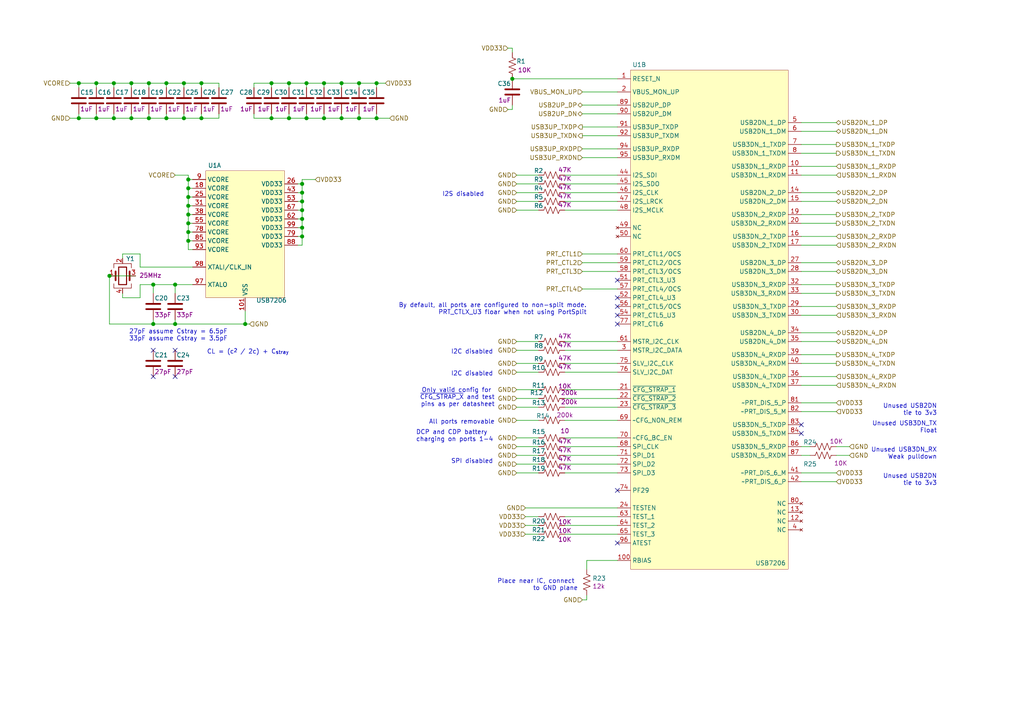
<source format=kicad_sch>
(kicad_sch (version 20210406) (generator eeschema)

  (uuid 55a71ce8-56ca-406f-b701-ff24a6f47980)

  (paper "A4")

  (lib_symbols
    (symbol "mte_usb_hub:CC0402JRNPO9BN270" (pin_numbers hide) (pin_names (offset 0.254)) (in_bom yes) (on_board yes)
      (property "Reference" "C" (id 0) (at 0.635 2.54 0)
        (effects (font (size 1.27 1.27)) (justify left))
      )
      (property "Value" "CC0402JRNPO9BN270" (id 1) (at 0.635 -2.54 0)
        (effects (font (size 1.27 1.27)) (justify left) hide)
      )
      (property "Footprint" "footprints:CAPACITOR_0402N" (id 2) (at 0.9652 -3.81 0)
        (effects (font (size 1.27 1.27)) hide)
      )
      (property "Datasheet" "${MTE_LIB_DIR}/datasheets/UPY-GP_NP0_16V-to-50V_18.pdf" (id 3) (at 0 0 0)
        (effects (font (size 1.27 1.27)) hide)
      )
      (property "id" "27pF" (id 4) (at -3.81 2.54 0)
        (effects (font (size 1.27 1.27)))
      )
      (property "ki_keywords" "27pF ±5% 50V Ceramic Capacitor C0G, NP0 0402 (1005 Metric)" (id 5) (at 0 0 0)
        (effects (font (size 1.27 1.27)) hide)
      )
      (property "ki_description" "27pF ±5% 50V Ceramic Capacitor C0G, NP0 0402 (1005 Metric)" (id 6) (at 0 0 0)
        (effects (font (size 1.27 1.27)) hide)
      )
      (symbol "CC0402JRNPO9BN270_0_1"
        (polyline
          (pts
            (xy -2.032 -0.762)
            (xy 2.032 -0.762)
          )
          (stroke (width 0.508)) (fill (type none))
        )
        (polyline
          (pts
            (xy -2.032 0.762)
            (xy 2.032 0.762)
          )
          (stroke (width 0.508)) (fill (type none))
        )
      )
      (symbol "CC0402JRNPO9BN270_1_1"
        (pin passive line (at 0 3.81 270) (length 2.794)
          (name "~" (effects (font (size 1.27 1.27))))
          (number "1" (effects (font (size 1.27 1.27))))
        )
        (pin passive line (at 0 -3.81 90) (length 2.794)
          (name "~" (effects (font (size 1.27 1.27))))
          (number "2" (effects (font (size 1.27 1.27))))
        )
      )
    )
    (symbol "mte_usb_hub:CC0402JRNPO9BN330" (pin_numbers hide) (pin_names (offset 0.254)) (in_bom yes) (on_board yes)
      (property "Reference" "C" (id 0) (at 0.635 2.54 0)
        (effects (font (size 1.27 1.27)) (justify left))
      )
      (property "Value" "CC0402JRNPO9BN330" (id 1) (at 0.635 -2.54 0)
        (effects (font (size 1.27 1.27)) (justify left) hide)
      )
      (property "Footprint" "footprints:CAPACITOR_0402N" (id 2) (at 0.9652 -3.81 0)
        (effects (font (size 1.27 1.27)) hide)
      )
      (property "Datasheet" "${MTE_LIB_DIR}/datasheets/UPY-GP_NP0_16V-to-50V_18.pdf" (id 3) (at 0 0 0)
        (effects (font (size 1.27 1.27)) hide)
      )
      (property "id" "33pF" (id 4) (at -3.81 2.54 0)
        (effects (font (size 1.27 1.27)))
      )
      (property "ki_keywords" "33pF ±5% 50V Ceramic Capacitor C0G, NP0 0402 (1005 Metric)" (id 5) (at 0 0 0)
        (effects (font (size 1.27 1.27)) hide)
      )
      (property "ki_description" "33pF ±5% 50V Ceramic Capacitor C0G, NP0 0402 (1005 Metric)" (id 6) (at 0 0 0)
        (effects (font (size 1.27 1.27)) hide)
      )
      (property "ki_fp_filters" "C_*" (id 7) (at 0 0 0)
        (effects (font (size 1.27 1.27)) hide)
      )
      (symbol "CC0402JRNPO9BN330_0_1"
        (polyline
          (pts
            (xy -2.032 -0.762)
            (xy 2.032 -0.762)
          )
          (stroke (width 0.508)) (fill (type none))
        )
        (polyline
          (pts
            (xy -2.032 0.762)
            (xy 2.032 0.762)
          )
          (stroke (width 0.508)) (fill (type none))
        )
      )
      (symbol "CC0402JRNPO9BN330_1_1"
        (pin passive line (at 0 3.81 270) (length 2.794)
          (name "~" (effects (font (size 1.27 1.27))))
          (number "1" (effects (font (size 1.27 1.27))))
        )
        (pin passive line (at 0 -3.81 90) (length 2.794)
          (name "~" (effects (font (size 1.27 1.27))))
          (number "2" (effects (font (size 1.27 1.27))))
        )
      )
    )
    (symbol "mte_usb_hub:CC0402KRX5R7BB105" (pin_numbers hide) (pin_names (offset 0.254)) (in_bom yes) (on_board yes)
      (property "Reference" "C" (id 0) (at 0.635 2.54 0)
        (effects (font (size 1.27 1.27)) (justify left))
      )
      (property "Value" "CC0402KRX5R7BB105" (id 1) (at 0.635 -2.54 0)
        (effects (font (size 1.27 1.27)) (justify left) hide)
      )
      (property "Footprint" "footprints:CAPACITOR_0402N" (id 2) (at 0.9652 -3.81 0)
        (effects (font (size 1.27 1.27)) hide)
      )
      (property "Datasheet" "${MTE_LIB_DIR}/datasheets/UPY-GP_NP0_16V-to-50V_18.pdf" (id 3) (at 0 0 0)
        (effects (font (size 1.27 1.27)) hide)
      )
      (property "id" "1uF" (id 4) (at -3.81 2.54 0)
        (effects (font (size 1.27 1.27)))
      )
      (property "ki_keywords" "1uF ±10% 16V Ceramic Capacitor X5R 0402 (1005 Metric)" (id 5) (at 0 0 0)
        (effects (font (size 1.27 1.27)) hide)
      )
      (property "ki_description" "1uF ±10% 16V Ceramic Capacitor X5R 0402 (1005 Metric)" (id 6) (at 0 0 0)
        (effects (font (size 1.27 1.27)) hide)
      )
      (symbol "CC0402KRX5R7BB105_0_1"
        (polyline
          (pts
            (xy -2.032 -0.762)
            (xy 2.032 -0.762)
          )
          (stroke (width 0.508)) (fill (type none))
        )
        (polyline
          (pts
            (xy -2.032 0.762)
            (xy 2.032 0.762)
          )
          (stroke (width 0.508)) (fill (type none))
        )
      )
      (symbol "CC0402KRX5R7BB105_1_1"
        (pin passive line (at 0 3.81 270) (length 2.794)
          (name "~" (effects (font (size 1.27 1.27))))
          (number "1" (effects (font (size 1.27 1.27))))
        )
        (pin passive line (at 0 -3.81 90) (length 2.794)
          (name "~" (effects (font (size 1.27 1.27))))
          (number "2" (effects (font (size 1.27 1.27))))
        )
      )
    )
    (symbol "mte_usb_hub:RC0402JR-0710KL" (pin_numbers hide) (pin_names (offset 0)) (in_bom yes) (on_board yes)
      (property "Reference" "R" (id 0) (at 2.54 0 90)
        (effects (font (size 1.27 1.27)))
      )
      (property "Value" "RC0402JR-0710KL" (id 1) (at -2.54 0 90)
        (effects (font (size 1.27 1.27)) hide)
      )
      (property "Footprint" "footprints:RESISTOR_0402N" (id 2) (at 1.016 -0.254 90)
        (effects (font (size 1.27 1.27)) hide)
      )
      (property "Datasheet" "${MTE_LIB_DIR}/datasheets/PYu-RC_Group_51_RoHS_L_11.pdf" (id 3) (at 0 0 0)
        (effects (font (size 1.27 1.27)) hide)
      )
      (property "id" "10K" (id 4) (at -2.54 0 90)
        (effects (font (size 1.27 1.27)))
      )
      (property "manf" "Yageo" (id 5) (at 0 0 0)
        (effects (font (size 1.27 1.27)) hide)
      )
      (property "ki_keywords" "10kOhms ±5% 0.063W, 1/16W Chip Resistor 0402 (1005 Metric) Moisture Resistant Thick Film" (id 6) (at 0 0 0)
        (effects (font (size 1.27 1.27)) hide)
      )
      (property "ki_description" "10kOhms ±5% 0.063W, 1/16W Chip Resistor 0402 (1005 Metric) Moisture Resistant Thick Film" (id 7) (at 0 0 0)
        (effects (font (size 1.27 1.27)) hide)
      )
      (property "ki_fp_filters" "R_*" (id 8) (at 0 0 0)
        (effects (font (size 1.27 1.27)) hide)
      )
      (symbol "RC0402JR-0710KL_0_1"
        (polyline
          (pts
            (xy 0 -2.286)
            (xy 0 -2.54)
          )
          (stroke (width 0)) (fill (type none))
        )
        (polyline
          (pts
            (xy 0 2.286)
            (xy 0 2.54)
          )
          (stroke (width 0)) (fill (type none))
        )
        (polyline
          (pts
            (xy 0 -0.762)
            (xy 1.016 -1.143)
            (xy 0 -1.524)
            (xy -1.016 -1.905)
            (xy 0 -2.286)
          )
          (stroke (width 0)) (fill (type none))
        )
        (polyline
          (pts
            (xy 0 0.762)
            (xy 1.016 0.381)
            (xy 0 0)
            (xy -1.016 -0.381)
            (xy 0 -0.762)
          )
          (stroke (width 0)) (fill (type none))
        )
        (polyline
          (pts
            (xy 0 2.286)
            (xy 1.016 1.905)
            (xy 0 1.524)
            (xy -1.016 1.143)
            (xy 0 0.762)
          )
          (stroke (width 0)) (fill (type none))
        )
      )
      (symbol "RC0402JR-0710KL_1_1"
        (pin passive line (at 0 3.81 270) (length 1.27)
          (name "~" (effects (font (size 1.27 1.27))))
          (number "1" (effects (font (size 1.27 1.27))))
        )
        (pin passive line (at 0 -3.81 90) (length 1.27)
          (name "~" (effects (font (size 1.27 1.27))))
          (number "2" (effects (font (size 1.27 1.27))))
        )
      )
    )
    (symbol "mte_usb_hub:RC0402JR-0710RL" (pin_numbers hide) (pin_names (offset 0)) (in_bom yes) (on_board yes)
      (property "Reference" "R" (id 0) (at 2.54 0 90)
        (effects (font (size 1.27 1.27)))
      )
      (property "Value" "RC0402JR-0710RL" (id 1) (at -2.54 0 90)
        (effects (font (size 1.27 1.27)) hide)
      )
      (property "Footprint" "footprints:RESISTOR_0402N" (id 2) (at 1.016 -0.254 90)
        (effects (font (size 1.27 1.27)) hide)
      )
      (property "Datasheet" "${MTE_LIB_DIR}/datasheets/PYu-RC_Group_51_RoHS_L_11.pdf" (id 3) (at 0 0 0)
        (effects (font (size 1.27 1.27)) hide)
      )
      (property "id" "10" (id 4) (at -2.54 0 90)
        (effects (font (size 1.27 1.27)))
      )
      (property "manf" "Yageo" (id 5) (at 0 0 0)
        (effects (font (size 1.27 1.27)) hide)
      )
      (property "ki_keywords" "10Ohms ±5% 0.063W, 1/16W Chip Resistor 0402 (1005 Metric) Moisture Resistant Thick Film" (id 6) (at 0 0 0)
        (effects (font (size 1.27 1.27)) hide)
      )
      (property "ki_description" "10Ohms ±5% 0.063W, 1/16W Chip Resistor 0402 (1005 Metric) Moisture Resistant Thick Film" (id 7) (at 0 0 0)
        (effects (font (size 1.27 1.27)) hide)
      )
      (property "ki_fp_filters" "R_*" (id 8) (at 0 0 0)
        (effects (font (size 1.27 1.27)) hide)
      )
      (symbol "RC0402JR-0710RL_0_1"
        (polyline
          (pts
            (xy 0 -2.286)
            (xy 0 -2.54)
          )
          (stroke (width 0)) (fill (type none))
        )
        (polyline
          (pts
            (xy 0 2.286)
            (xy 0 2.54)
          )
          (stroke (width 0)) (fill (type none))
        )
        (polyline
          (pts
            (xy 0 -0.762)
            (xy 1.016 -1.143)
            (xy 0 -1.524)
            (xy -1.016 -1.905)
            (xy 0 -2.286)
          )
          (stroke (width 0)) (fill (type none))
        )
        (polyline
          (pts
            (xy 0 0.762)
            (xy 1.016 0.381)
            (xy 0 0)
            (xy -1.016 -0.381)
            (xy 0 -0.762)
          )
          (stroke (width 0)) (fill (type none))
        )
        (polyline
          (pts
            (xy 0 2.286)
            (xy 1.016 1.905)
            (xy 0 1.524)
            (xy -1.016 1.143)
            (xy 0 0.762)
          )
          (stroke (width 0)) (fill (type none))
        )
      )
      (symbol "RC0402JR-0710RL_1_1"
        (pin passive line (at 0 3.81 270) (length 1.27)
          (name "~" (effects (font (size 1.27 1.27))))
          (number "1" (effects (font (size 1.27 1.27))))
        )
        (pin passive line (at 0 -3.81 90) (length 1.27)
          (name "~" (effects (font (size 1.27 1.27))))
          (number "2" (effects (font (size 1.27 1.27))))
        )
      )
    )
    (symbol "mte_usb_hub:RC0402JR-07200KL" (pin_numbers hide) (pin_names (offset 0)) (in_bom yes) (on_board yes)
      (property "Reference" "R" (id 0) (at 2.54 0 90)
        (effects (font (size 1.27 1.27)))
      )
      (property "Value" "RC0402JR-07200KL" (id 1) (at -2.54 0 90)
        (effects (font (size 1.27 1.27)) hide)
      )
      (property "Footprint" "footprints:RESISTOR_0402N" (id 2) (at 1.016 -0.254 90)
        (effects (font (size 1.27 1.27)) hide)
      )
      (property "Datasheet" "" (id 3) (at 0 0 0)
        (effects (font (size 1.27 1.27)) hide)
      )
      (property "id" "200k" (id 4) (at -2.54 0 90)
        (effects (font (size 1.27 1.27)))
      )
      (property "manf" "Yageo" (id 5) (at 0 0 0)
        (effects (font (size 1.27 1.27)) hide)
      )
      (property "ki_keywords" "200kOhms ±5% 0.063W, 1/16W Chip Resistor 0402 (1005 Metric) Moisture Resistant Thick Film" (id 6) (at 0 0 0)
        (effects (font (size 1.27 1.27)) hide)
      )
      (property "ki_description" "200kOhms ±5% 0.063W, 1/16W Chip Resistor 0402 (1005 Metric) Moisture Resistant Thick Film" (id 7) (at 0 0 0)
        (effects (font (size 1.27 1.27)) hide)
      )
      (symbol "RC0402JR-07200KL_0_1"
        (polyline
          (pts
            (xy 0 -2.286)
            (xy 0 -2.54)
          )
          (stroke (width 0)) (fill (type none))
        )
        (polyline
          (pts
            (xy 0 2.286)
            (xy 0 2.54)
          )
          (stroke (width 0)) (fill (type none))
        )
        (polyline
          (pts
            (xy 0 -0.762)
            (xy 1.016 -1.143)
            (xy 0 -1.524)
            (xy -1.016 -1.905)
            (xy 0 -2.286)
          )
          (stroke (width 0)) (fill (type none))
        )
        (polyline
          (pts
            (xy 0 0.762)
            (xy 1.016 0.381)
            (xy 0 0)
            (xy -1.016 -0.381)
            (xy 0 -0.762)
          )
          (stroke (width 0)) (fill (type none))
        )
        (polyline
          (pts
            (xy 0 2.286)
            (xy 1.016 1.905)
            (xy 0 1.524)
            (xy -1.016 1.143)
            (xy 0 0.762)
          )
          (stroke (width 0)) (fill (type none))
        )
      )
      (symbol "RC0402JR-07200KL_1_1"
        (pin passive line (at 0 3.81 270) (length 1.27)
          (name "~" (effects (font (size 1.27 1.27))))
          (number "1" (effects (font (size 1.27 1.27))))
        )
        (pin passive line (at 0 -3.81 90) (length 1.27)
          (name "~" (effects (font (size 1.27 1.27))))
          (number "2" (effects (font (size 1.27 1.27))))
        )
      )
    )
    (symbol "mte_usb_hub:RC0402JR-0747KL" (pin_numbers hide) (pin_names (offset 0)) (in_bom yes) (on_board yes)
      (property "Reference" "R" (id 0) (at 2.54 0 90)
        (effects (font (size 1.27 1.27)))
      )
      (property "Value" "RC0402JR-0747KL" (id 1) (at -2.54 0 90)
        (effects (font (size 1.27 1.27)) hide)
      )
      (property "Footprint" "footprints:RESISTOR_0402N" (id 2) (at 1.016 -0.254 90)
        (effects (font (size 1.27 1.27)) hide)
      )
      (property "Datasheet" "${MTE_LIB_DIR}/datasheets/PYu-RC_Group_51_RoHS_L_11.pdf" (id 3) (at 0 0 0)
        (effects (font (size 1.27 1.27)) hide)
      )
      (property "id" "47K" (id 4) (at -2.54 0 90)
        (effects (font (size 1.27 1.27)))
      )
      (property "manf" "Yageo" (id 5) (at 0 0 0)
        (effects (font (size 1.27 1.27)) hide)
      )
      (property "ki_keywords" "47kOhms ±5% 0.063W, 1/16W Chip Resistor 0402 (1005 Metric) Moisture Resistant Thick Film" (id 6) (at 0 0 0)
        (effects (font (size 1.27 1.27)) hide)
      )
      (property "ki_description" "47kOhms ±5% 0.063W, 1/16W Chip Resistor 0402 (1005 Metric) Moisture Resistant Thick Film" (id 7) (at 0 0 0)
        (effects (font (size 1.27 1.27)) hide)
      )
      (symbol "RC0402JR-0747KL_0_1"
        (polyline
          (pts
            (xy 0 -2.286)
            (xy 0 -2.54)
          )
          (stroke (width 0)) (fill (type none))
        )
        (polyline
          (pts
            (xy 0 2.286)
            (xy 0 2.54)
          )
          (stroke (width 0)) (fill (type none))
        )
        (polyline
          (pts
            (xy 0 -0.762)
            (xy 1.016 -1.143)
            (xy 0 -1.524)
            (xy -1.016 -1.905)
            (xy 0 -2.286)
          )
          (stroke (width 0)) (fill (type none))
        )
        (polyline
          (pts
            (xy 0 0.762)
            (xy 1.016 0.381)
            (xy 0 0)
            (xy -1.016 -0.381)
            (xy 0 -0.762)
          )
          (stroke (width 0)) (fill (type none))
        )
        (polyline
          (pts
            (xy 0 2.286)
            (xy 1.016 1.905)
            (xy 0 1.524)
            (xy -1.016 1.143)
            (xy 0 0.762)
          )
          (stroke (width 0)) (fill (type none))
        )
      )
      (symbol "RC0402JR-0747KL_1_1"
        (pin passive line (at 0 3.81 270) (length 1.27)
          (name "~" (effects (font (size 1.27 1.27))))
          (number "1" (effects (font (size 1.27 1.27))))
        )
        (pin passive line (at 0 -3.81 90) (length 1.27)
          (name "~" (effects (font (size 1.27 1.27))))
          (number "2" (effects (font (size 1.27 1.27))))
        )
      )
    )
    (symbol "mte_usb_hub:RH100-25.000-20-F-1030-TR" (pin_names (offset 1.016) hide) (in_bom yes) (on_board yes)
      (property "Reference" "Y" (id 0) (at 3.175 5.08 0)
        (effects (font (size 1.27 1.27)) (justify left))
      )
      (property "Value" "RH100-25.000-20-F-1030-TR" (id 1) (at -15.875 0.635 0)
        (effects (font (size 1.27 1.27)) (justify left) hide)
      )
      (property "Footprint" "footprints:RH100-12.000-10-2020-EXT-TR" (id 2) (at 0 0 0)
        (effects (font (size 1.27 1.27)) hide)
      )
      (property "Datasheet" "${MTE_LIB_DIR}/datasheets/RH100_SERIES-July-2019.pdf" (id 3) (at 0 0 0)
        (effects (font (size 1.27 1.27)) hide)
      )
      (property "id" "25MHz" (id 4) (at 0 0 0)
        (effects (font (size 1.27 1.27)))
      )
      (property "manf" "Raltron Electronics" (id 5) (at 0 0 0)
        (effects (font (size 1.27 1.27)) hide)
      )
      (property "ki_keywords" "25MHz ±10ppm Crystal 20pF 60 Ohms 4-SMD, No Lead" (id 6) (at 0 0 0)
        (effects (font (size 1.27 1.27)) hide)
      )
      (property "ki_description" "25MHz ±10ppm Crystal 20pF 60 Ohms 4-SMD, No Lead" (id 7) (at 0 0 0)
        (effects (font (size 1.27 1.27)) hide)
      )
      (symbol "RH100-25.000-20-F-1030-TR_0_1"
        (rectangle (start -1.143 2.54) (end 1.143 -2.54)
          (stroke (width 0.3048)) (fill (type none))
        )
        (polyline
          (pts
            (xy -2.54 0)
            (xy -2.032 0)
          )
          (stroke (width 0)) (fill (type none))
        )
        (polyline
          (pts
            (xy -2.032 -1.27)
            (xy -2.032 1.27)
          )
          (stroke (width 0.508)) (fill (type none))
        )
        (polyline
          (pts
            (xy 0 -3.81)
            (xy 0 -3.556)
          )
          (stroke (width 0)) (fill (type none))
        )
        (polyline
          (pts
            (xy 0 3.556)
            (xy 0 3.81)
          )
          (stroke (width 0)) (fill (type none))
        )
        (polyline
          (pts
            (xy 2.032 -1.27)
            (xy 2.032 1.27)
          )
          (stroke (width 0.508)) (fill (type none))
        )
        (polyline
          (pts
            (xy 2.032 0)
            (xy 2.54 0)
          )
          (stroke (width 0)) (fill (type none))
        )
        (polyline
          (pts
            (xy -2.54 -2.286)
            (xy -2.54 -3.556)
            (xy 2.54 -3.556)
            (xy 2.54 -2.286)
          )
          (stroke (width 0)) (fill (type none))
        )
        (polyline
          (pts
            (xy -2.54 2.286)
            (xy -2.54 3.556)
            (xy 2.54 3.556)
            (xy 2.54 2.286)
          )
          (stroke (width 0)) (fill (type none))
        )
      )
      (symbol "RH100-25.000-20-F-1030-TR_1_1"
        (pin passive line (at -3.81 0 0) (length 1.27)
          (name "1" (effects (font (size 1.27 1.27))))
          (number "1" (effects (font (size 1.27 1.27))))
        )
        (pin passive line (at 0 5.08 270) (length 1.27)
          (name "2" (effects (font (size 1.27 1.27))))
          (number "2" (effects (font (size 1.27 1.27))))
        )
        (pin passive line (at 3.81 0 180) (length 1.27)
          (name "3" (effects (font (size 1.27 1.27))))
          (number "3" (effects (font (size 1.27 1.27))))
        )
        (pin passive line (at 0 -5.08 90) (length 1.27)
          (name "4" (effects (font (size 1.27 1.27))))
          (number "4" (effects (font (size 1.27 1.27))))
        )
      )
    )
    (symbol "mte_usb_hub:RT0402DRE0712KL" (pin_numbers hide) (pin_names (offset 0)) (in_bom yes) (on_board yes)
      (property "Reference" "R" (id 0) (at 2.54 0 90)
        (effects (font (size 1.27 1.27)))
      )
      (property "Value" "RT0402DRE0712KL" (id 1) (at -2.54 0 90)
        (effects (font (size 1.27 1.27)) hide)
      )
      (property "Footprint" "footprints:RESISTOR_0402N" (id 2) (at 1.016 -0.254 90)
        (effects (font (size 1.27 1.27)) hide)
      )
      (property "Datasheet" "" (id 3) (at 0 0 0)
        (effects (font (size 1.27 1.27)) hide)
      )
      (property "id" "12k" (id 4) (at -2.54 0 90)
        (effects (font (size 1.27 1.27)))
      )
      (property "manf" "Yageo" (id 5) (at 0 0 0)
        (effects (font (size 1.27 1.27)) hide)
      )
      (property "ki_keywords" "12kOhms ±0.5% 0.063W, 1/16W Chip Resistor 0402 (1005 Metric)  Thin Film" (id 6) (at 0 0 0)
        (effects (font (size 1.27 1.27)) hide)
      )
      (property "ki_description" "12kOhms ±0.5% 0.063W, 1/16W Chip Resistor 0402 (1005 Metric)  Thin Film" (id 7) (at 0 0 0)
        (effects (font (size 1.27 1.27)) hide)
      )
      (symbol "RT0402DRE0712KL_0_1"
        (polyline
          (pts
            (xy 0 -2.286)
            (xy 0 -2.54)
          )
          (stroke (width 0)) (fill (type none))
        )
        (polyline
          (pts
            (xy 0 2.286)
            (xy 0 2.54)
          )
          (stroke (width 0)) (fill (type none))
        )
        (polyline
          (pts
            (xy 0 -0.762)
            (xy 1.016 -1.143)
            (xy 0 -1.524)
            (xy -1.016 -1.905)
            (xy 0 -2.286)
          )
          (stroke (width 0)) (fill (type none))
        )
        (polyline
          (pts
            (xy 0 0.762)
            (xy 1.016 0.381)
            (xy 0 0)
            (xy -1.016 -0.381)
            (xy 0 -0.762)
          )
          (stroke (width 0)) (fill (type none))
        )
        (polyline
          (pts
            (xy 0 2.286)
            (xy 1.016 1.905)
            (xy 0 1.524)
            (xy -1.016 1.143)
            (xy 0 0.762)
          )
          (stroke (width 0)) (fill (type none))
        )
      )
      (symbol "RT0402DRE0712KL_1_1"
        (pin passive line (at 0 3.81 270) (length 1.27)
          (name "~" (effects (font (size 1.27 1.27))))
          (number "1" (effects (font (size 1.27 1.27))))
        )
        (pin passive line (at 0 -3.81 90) (length 1.27)
          (name "~" (effects (font (size 1.27 1.27))))
          (number "2" (effects (font (size 1.27 1.27))))
        )
      )
    )
    (symbol "mte_usb_hub:USB7206" (in_bom yes) (on_board yes)
      (property "Reference" "U" (id 0) (at -0.2286 10.8204 0)
        (effects (font (size 1.27 1.27)))
      )
      (property "Value" "USB7206" (id 1) (at -0.2286 10.8204 0)
        (effects (font (size 1.27 1.27)))
      )
      (property "Footprint" "" (id 2) (at -0.2286 10.8204 0)
        (effects (font (size 1.27 1.27)) hide)
      )
      (property "Datasheet" "" (id 3) (at -0.2286 10.8204 0)
        (effects (font (size 1.27 1.27)) hide)
      )
      (symbol "USB7206_1_0"
        (pin power_in line (at 0 -29.21 90) (length 3.81)
          (name "VSS" (effects (font (size 1.27 1.27))))
          (number "101" (effects (font (size 1.27 1.27))))
        )
        (pin power_in line (at -15.24 6.35 0) (length 3.81)
          (name "VCORE" (effects (font (size 1.27 1.27))))
          (number "18" (effects (font (size 1.27 1.27))))
        )
        (pin power_in line (at -15.24 3.81 0) (length 3.81)
          (name "VCORE" (effects (font (size 1.27 1.27))))
          (number "25" (effects (font (size 1.27 1.27))))
        )
        (pin power_in line (at 15.24 7.62 180) (length 3.81)
          (name "VDD33" (effects (font (size 1.27 1.27))))
          (number "26" (effects (font (size 1.27 1.27))))
        )
        (pin power_in line (at -15.24 1.27 0) (length 3.81)
          (name "VCORE" (effects (font (size 1.27 1.27))))
          (number "31" (effects (font (size 1.27 1.27))))
        )
        (pin power_in line (at -15.24 -1.27 0) (length 3.81)
          (name "VCORE" (effects (font (size 1.27 1.27))))
          (number "38" (effects (font (size 1.27 1.27))))
        )
        (pin power_in line (at 15.24 5.08 180) (length 3.81)
          (name "VDD33" (effects (font (size 1.27 1.27))))
          (number "43" (effects (font (size 1.27 1.27))))
        )
        (pin power_in line (at 15.24 2.54 180) (length 3.81)
          (name "VDD33" (effects (font (size 1.27 1.27))))
          (number "53" (effects (font (size 1.27 1.27))))
        )
        (pin power_in line (at -15.24 -3.81 0) (length 3.81)
          (name "VCORE" (effects (font (size 1.27 1.27))))
          (number "55" (effects (font (size 1.27 1.27))))
        )
        (pin power_in line (at 15.24 -2.54 180) (length 3.81)
          (name "VDD33" (effects (font (size 1.27 1.27))))
          (number "62" (effects (font (size 1.27 1.27))))
        )
        (pin power_in line (at 15.24 0 180) (length 3.81)
          (name "VDD33" (effects (font (size 1.27 1.27))))
          (number "67" (effects (font (size 1.27 1.27))))
        )
        (pin power_in line (at -15.24 -6.35 0) (length 3.81)
          (name "VCORE" (effects (font (size 1.27 1.27))))
          (number "78" (effects (font (size 1.27 1.27))))
        )
        (pin power_in line (at 15.24 -7.62 180) (length 3.81)
          (name "VDD33" (effects (font (size 1.27 1.27))))
          (number "79" (effects (font (size 1.27 1.27))))
        )
        (pin power_in line (at -15.24 -8.89 0) (length 3.81)
          (name "VCORE" (effects (font (size 1.27 1.27))))
          (number "85" (effects (font (size 1.27 1.27))))
        )
        (pin power_in line (at 15.24 -10.16 180) (length 3.81)
          (name "VDD33" (effects (font (size 1.27 1.27))))
          (number "88" (effects (font (size 1.27 1.27))))
        )
        (pin power_in line (at -15.24 8.89 0) (length 3.81)
          (name "VCORE" (effects (font (size 1.27 1.27))))
          (number "9" (effects (font (size 1.27 1.27))))
        )
        (pin power_in line (at -15.24 -11.43 0) (length 3.81)
          (name "VCORE" (effects (font (size 1.27 1.27))))
          (number "93" (effects (font (size 1.27 1.27))))
        )
        (pin output line (at -15.24 -21.59 0) (length 3.81)
          (name "XTALO" (effects (font (size 1.27 1.27))))
          (number "97" (effects (font (size 1.27 1.27))))
        )
        (pin input line (at -15.24 -16.51 0) (length 3.81)
          (name "XTALI/CLK_IN" (effects (font (size 1.27 1.27))))
          (number "98" (effects (font (size 1.27 1.27))))
        )
        (pin power_in line (at 15.24 -5.08 180) (length 3.81)
          (name "VDD33" (effects (font (size 1.27 1.27))))
          (number "99" (effects (font (size 1.27 1.27))))
        )
      )
      (symbol "USB7206_1_1"
        (rectangle (start -11.43 11.43) (end 11.43 -25.4)
          (stroke (width 0.001)) (fill (type background))
        )
      )
      (symbol "USB7206_2_0"
        (pin bidirectional line (at -25.4 59.69 0) (length 3.81)
          (name "RESET_N" (effects (font (size 1.27 1.27))))
          (number "1" (effects (font (size 1.27 1.27))))
        )
        (pin bidirectional line (at 27.94 34.29 180) (length 3.81)
          (name "USB3DN_1_RXDP" (effects (font (size 1.27 1.27))))
          (number "10" (effects (font (size 1.27 1.27))))
        )
        (pin bidirectional line (at -25.4 -80.01 0) (length 3.81)
          (name "RBIAS" (effects (font (size 1.27 1.27))))
          (number "100" (effects (font (size 1.27 1.27))))
        )
        (pin bidirectional line (at 27.94 31.75 180) (length 3.81)
          (name "USB3DN_1_RXDM" (effects (font (size 1.27 1.27))))
          (number "11" (effects (font (size 1.27 1.27))))
        )
        (pin no_connect line (at 27.94 -68.58 180) (length 3.81)
          (name "NC" (effects (font (size 1.27 1.27))))
          (number "12" (effects (font (size 1.27 1.27))))
        )
        (pin no_connect line (at 27.94 -66.04 180) (length 3.81)
          (name "NC" (effects (font (size 1.27 1.27))))
          (number "13" (effects (font (size 1.27 1.27))))
        )
        (pin bidirectional line (at 27.94 26.67 180) (length 3.81)
          (name "USB2DN_2_DP" (effects (font (size 1.27 1.27))))
          (number "14" (effects (font (size 1.27 1.27))))
          (alternate "~PRT_DIS_2_P" bidirectional line)
        )
        (pin bidirectional line (at 27.94 24.13 180) (length 3.81)
          (name "USB2DN_2_DM" (effects (font (size 1.27 1.27))))
          (number "15" (effects (font (size 1.27 1.27))))
          (alternate "~PRT_DIS_2_M" bidirectional line)
        )
        (pin bidirectional line (at 27.94 13.97 180) (length 3.81)
          (name "USB3DN_2_TXDP" (effects (font (size 1.27 1.27))))
          (number "16" (effects (font (size 1.27 1.27))))
        )
        (pin bidirectional line (at 27.94 11.43 180) (length 3.81)
          (name "USB3DN_2_TXDM" (effects (font (size 1.27 1.27))))
          (number "17" (effects (font (size 1.27 1.27))))
        )
        (pin bidirectional line (at 27.94 20.32 180) (length 3.81)
          (name "USB3DN_2_RXDP" (effects (font (size 1.27 1.27))))
          (number "19" (effects (font (size 1.27 1.27))))
        )
        (pin bidirectional line (at -25.4 55.88 0) (length 3.81)
          (name "PF30" (effects (font (size 1.27 1.27))))
          (number "2" (effects (font (size 1.27 1.27))))
          (alternate "VBUS_MON_UP" bidirectional line)
        )
        (pin bidirectional line (at 27.94 17.78 180) (length 3.81)
          (name "USB3DN_2_RXDM" (effects (font (size 1.27 1.27))))
          (number "20" (effects (font (size 1.27 1.27))))
        )
        (pin bidirectional line (at -25.4 -30.48 0) (length 3.81)
          (name "~CFG_STRAP_1" (effects (font (size 1.27 1.27))))
          (number "21" (effects (font (size 1.27 1.27))))
        )
        (pin bidirectional line (at -25.4 -33.02 0) (length 3.81)
          (name "~CFG_STRAP_2" (effects (font (size 1.27 1.27))))
          (number "22" (effects (font (size 1.27 1.27))))
        )
        (pin bidirectional line (at -25.4 -35.56 0) (length 3.81)
          (name "~CFG_STRAP_3" (effects (font (size 1.27 1.27))))
          (number "23" (effects (font (size 1.27 1.27))))
        )
        (pin bidirectional line (at -25.4 -64.77 0) (length 3.81)
          (name "TESTEN" (effects (font (size 1.27 1.27))))
          (number "24" (effects (font (size 1.27 1.27))))
        )
        (pin bidirectional line (at 27.94 6.35 180) (length 3.81)
          (name "USB2DN_3_DP" (effects (font (size 1.27 1.27))))
          (number "27" (effects (font (size 1.27 1.27))))
          (alternate "~PRT_DIS_3_P" bidirectional line)
        )
        (pin bidirectional line (at 27.94 3.81 180) (length 3.81)
          (name "USB2DN_3_DM" (effects (font (size 1.27 1.27))))
          (number "28" (effects (font (size 1.27 1.27))))
          (alternate "~PRT_DIS_3_M" bidirectional line)
        )
        (pin bidirectional line (at 27.94 -6.35 180) (length 3.81)
          (name "USB3DN_3_TXDP" (effects (font (size 1.27 1.27))))
          (number "29" (effects (font (size 1.27 1.27))))
        )
        (pin bidirectional line (at -25.4 -19.05 0) (length 3.81)
          (name "PF31" (effects (font (size 1.27 1.27))))
          (number "3" (effects (font (size 1.27 1.27))))
          (alternate "MSTR_I2C_DATA" bidirectional line)
        )
        (pin bidirectional line (at 27.94 -8.89 180) (length 3.81)
          (name "USB3DN_3_TXDM" (effects (font (size 1.27 1.27))))
          (number "30" (effects (font (size 1.27 1.27))))
        )
        (pin bidirectional line (at 27.94 0 180) (length 3.81)
          (name "USB3DN_3_RXDP" (effects (font (size 1.27 1.27))))
          (number "32" (effects (font (size 1.27 1.27))))
        )
        (pin bidirectional line (at 27.94 -2.54 180) (length 3.81)
          (name "USB3DN_3_RXDM" (effects (font (size 1.27 1.27))))
          (number "33" (effects (font (size 1.27 1.27))))
        )
        (pin bidirectional line (at 27.94 -13.97 180) (length 3.81)
          (name "USB2DN_4_DP" (effects (font (size 1.27 1.27))))
          (number "34" (effects (font (size 1.27 1.27))))
          (alternate "~PRT_DIS_4_P" bidirectional line)
        )
        (pin bidirectional line (at 27.94 -16.51 180) (length 3.81)
          (name "USB2DN_4_DM" (effects (font (size 1.27 1.27))))
          (number "35" (effects (font (size 1.27 1.27))))
          (alternate "~PRT_DIS_4_M" bidirectional line)
        )
        (pin bidirectional line (at 27.94 -26.67 180) (length 3.81)
          (name "USB3DN_4_TXDP" (effects (font (size 1.27 1.27))))
          (number "36" (effects (font (size 1.27 1.27))))
        )
        (pin bidirectional line (at 27.94 -29.21 180) (length 3.81)
          (name "USB3DN_4_TXDM" (effects (font (size 1.27 1.27))))
          (number "37" (effects (font (size 1.27 1.27))))
        )
        (pin bidirectional line (at 27.94 -20.32 180) (length 3.81)
          (name "USB3DN_4_RXDP" (effects (font (size 1.27 1.27))))
          (number "39" (effects (font (size 1.27 1.27))))
        )
        (pin no_connect line (at 27.94 -71.12 180) (length 3.81)
          (name "NC" (effects (font (size 1.27 1.27))))
          (number "4" (effects (font (size 1.27 1.27))))
        )
        (pin bidirectional line (at 27.94 -22.86 180) (length 3.81)
          (name "USB3DN_4_RXDM" (effects (font (size 1.27 1.27))))
          (number "40" (effects (font (size 1.27 1.27))))
        )
        (pin bidirectional line (at 27.94 -54.61 180) (length 3.81)
          (name "USB2DN_6_DM" (effects (font (size 1.27 1.27))))
          (number "41" (effects (font (size 1.27 1.27))))
          (alternate "~PRT_DIS_6_M" passive line)
        )
        (pin bidirectional line (at 27.94 -57.15 180) (length 3.81)
          (name "USB2DN_6_DP" (effects (font (size 1.27 1.27))))
          (number "42" (effects (font (size 1.27 1.27))))
          (alternate "~PRT_DIS_6_P" passive line)
        )
        (pin bidirectional line (at -25.4 31.75 0) (length 3.81)
          (name "PF3" (effects (font (size 1.27 1.27))))
          (number "44" (effects (font (size 1.27 1.27))))
          (alternate "I2S_SDI" bidirectional line)
        )
        (pin bidirectional line (at -25.4 29.21 0) (length 3.81)
          (name "PF4" (effects (font (size 1.27 1.27))))
          (number "45" (effects (font (size 1.27 1.27))))
          (alternate "I2S_SDO" bidirectional line)
        )
        (pin bidirectional line (at -25.4 26.67 0) (length 3.81)
          (name "PF5" (effects (font (size 1.27 1.27))))
          (number "46" (effects (font (size 1.27 1.27))))
          (alternate "I2S_CLK" bidirectional line)
        )
        (pin bidirectional line (at -25.4 24.13 0) (length 3.81)
          (name "PF6" (effects (font (size 1.27 1.27))))
          (number "47" (effects (font (size 1.27 1.27))))
          (alternate "I2S_LRCK" bidirectional line)
        )
        (pin bidirectional line (at -25.4 21.59 0) (length 3.81)
          (name "PF7" (effects (font (size 1.27 1.27))))
          (number "48" (effects (font (size 1.27 1.27))))
          (alternate "I2S_MCLK" bidirectional line)
        )
        (pin bidirectional line (at -25.4 16.51 0) (length 3.81)
          (name "PF8" (effects (font (size 1.27 1.27))))
          (number "49" (effects (font (size 1.27 1.27))))
          (alternate "NC" no_connect line)
        )
        (pin bidirectional line (at 27.94 46.99 180) (length 3.81)
          (name "USB2DN_1_DP" (effects (font (size 1.27 1.27))))
          (number "5" (effects (font (size 1.27 1.27))))
          (alternate "~PRT_DIS_1_P" bidirectional line)
        )
        (pin bidirectional line (at -25.4 13.97 0) (length 3.81)
          (name "PF9" (effects (font (size 1.27 1.27))))
          (number "50" (effects (font (size 1.27 1.27))))
          (alternate "NC" no_connect line)
        )
        (pin bidirectional line (at -25.4 1.27 0) (length 3.81)
          (name "PF10" (effects (font (size 1.27 1.27))))
          (number "51" (effects (font (size 1.27 1.27))))
          (alternate "PRT_CTL3_U3" bidirectional line)
        )
        (pin bidirectional line (at -25.4 -3.81 0) (length 3.81)
          (name "PF11" (effects (font (size 1.27 1.27))))
          (number "52" (effects (font (size 1.27 1.27))))
          (alternate "PRT_CTL4_U3" bidirectional line)
        )
        (pin bidirectional line (at -25.4 -8.89 0) (length 3.81)
          (name "PF12" (effects (font (size 1.27 1.27))))
          (number "54" (effects (font (size 1.27 1.27))))
          (alternate "PRT_CTL5_U3" bidirectional line)
        )
        (pin bidirectional line (at -25.4 -6.35 0) (length 3.81)
          (name "PF13" (effects (font (size 1.27 1.27))))
          (number "56" (effects (font (size 1.27 1.27))))
          (alternate "PRT_CTL5/OCS" bidirectional line)
        )
        (pin bidirectional line (at -25.4 -1.27 0) (length 3.81)
          (name "PF14" (effects (font (size 1.27 1.27))))
          (number "57" (effects (font (size 1.27 1.27))))
          (alternate "PRT_CTL4/OCS" bidirectional line)
        )
        (pin bidirectional line (at -25.4 3.81 0) (length 3.81)
          (name "PF15" (effects (font (size 1.27 1.27))))
          (number "58" (effects (font (size 1.27 1.27))))
          (alternate "PRT_CTL3/OCS" bidirectional line)
        )
        (pin bidirectional line (at -25.4 6.35 0) (length 3.81)
          (name "PF16" (effects (font (size 1.27 1.27))))
          (number "59" (effects (font (size 1.27 1.27))))
          (alternate "PRT_CTL2/OCS" bidirectional line)
        )
        (pin bidirectional line (at 27.94 44.45 180) (length 3.81)
          (name "USB2DN_1_DM" (effects (font (size 1.27 1.27))))
          (number "6" (effects (font (size 1.27 1.27))))
          (alternate "~PRT_DIS_1_N" bidirectional line)
        )
        (pin bidirectional line (at -25.4 8.89 0) (length 3.81)
          (name "PF17" (effects (font (size 1.27 1.27))))
          (number "60" (effects (font (size 1.27 1.27))))
          (alternate "PRT_CTL1/OCS" bidirectional line)
        )
        (pin bidirectional line (at -25.4 -16.51 0) (length 3.81)
          (name "PF18" (effects (font (size 1.27 1.27))))
          (number "61" (effects (font (size 1.27 1.27))))
          (alternate "MSTR_I2C_CLK" bidirectional line)
        )
        (pin bidirectional line (at -25.4 -67.31 0) (length 3.81)
          (name "TEST_1" (effects (font (size 1.27 1.27))))
          (number "63" (effects (font (size 1.27 1.27))))
        )
        (pin bidirectional line (at -25.4 -69.85 0) (length 3.81)
          (name "TEST_2" (effects (font (size 1.27 1.27))))
          (number "64" (effects (font (size 1.27 1.27))))
        )
        (pin bidirectional line (at -25.4 -72.39 0) (length 3.81)
          (name "TEST_3" (effects (font (size 1.27 1.27))))
          (number "65" (effects (font (size 1.27 1.27))))
        )
        (pin bidirectional line (at -25.4 -46.99 0) (length 3.81)
          (name "PF21" (effects (font (size 1.27 1.27))))
          (number "68" (effects (font (size 1.27 1.27))))
          (alternate "SPI_CLK" bidirectional line)
        )
        (pin bidirectional line (at -25.4 -39.37 0) (length 3.81)
          (name "PF20" (effects (font (size 1.27 1.27))))
          (number "69" (effects (font (size 1.27 1.27))))
          (alternate "SPI_CE_N" bidirectional line)
          (alternate "~CFG_NON_REM" bidirectional line)
        )
        (pin bidirectional line (at 27.94 40.64 180) (length 3.81)
          (name "USB3DN_1_TXDP" (effects (font (size 1.27 1.27))))
          (number "7" (effects (font (size 1.27 1.27))))
        )
        (pin bidirectional line (at -25.4 -44.45 0) (length 3.81)
          (name "PF22" (effects (font (size 1.27 1.27))))
          (number "70" (effects (font (size 1.27 1.27))))
          (alternate "SPI_D0" bidirectional line)
          (alternate "~CFG_BC_EN" bidirectional line)
        )
        (pin bidirectional line (at -25.4 -49.53 0) (length 3.81)
          (name "PF23" (effects (font (size 1.27 1.27))))
          (number "71" (effects (font (size 1.27 1.27))))
          (alternate "SPI_D1" bidirectional line)
        )
        (pin bidirectional line (at -25.4 -52.07 0) (length 3.81)
          (name "PF24" (effects (font (size 1.27 1.27))))
          (number "72" (effects (font (size 1.27 1.27))))
          (alternate "SPI_D2" bidirectional line)
        )
        (pin bidirectional line (at -25.4 -54.61 0) (length 3.81)
          (name "PF25" (effects (font (size 1.27 1.27))))
          (number "73" (effects (font (size 1.27 1.27))))
          (alternate "SPI_D3" bidirectional line)
        )
        (pin bidirectional line (at -25.4 -59.69 0) (length 3.81)
          (name "PF29" (effects (font (size 1.27 1.27))))
          (number "74" (effects (font (size 1.27 1.27))))
        )
        (pin bidirectional line (at -25.4 -22.86 0) (length 3.81)
          (name "PF26" (effects (font (size 1.27 1.27))))
          (number "75" (effects (font (size 1.27 1.27))))
          (alternate "SLV_I2C_CLK" bidirectional line)
        )
        (pin bidirectional line (at -25.4 -25.4 0) (length 3.81)
          (name "PF27" (effects (font (size 1.27 1.27))))
          (number "76" (effects (font (size 1.27 1.27))))
          (alternate "SLV_I2C_DAT" bidirectional line)
        )
        (pin bidirectional line (at -25.4 -11.43 0) (length 3.81)
          (name "PF28" (effects (font (size 1.27 1.27))))
          (number "77" (effects (font (size 1.27 1.27))))
          (alternate "OCS" bidirectional line)
          (alternate "PRT_CTL6" bidirectional line)
        )
        (pin bidirectional line (at 27.94 38.1 180) (length 3.81)
          (name "USB3DN_1_TXDM" (effects (font (size 1.27 1.27))))
          (number "8" (effects (font (size 1.27 1.27))))
        )
        (pin no_connect line (at 27.94 -63.5 180) (length 3.81)
          (name "NC" (effects (font (size 1.27 1.27))))
          (number "80" (effects (font (size 1.27 1.27))))
        )
        (pin bidirectional line (at 27.94 -34.29 180) (length 3.81)
          (name "USB2DN_5_DP" (effects (font (size 1.27 1.27))))
          (number "81" (effects (font (size 1.27 1.27))))
          (alternate "~PRT_DIS_5_P" passive line)
        )
        (pin bidirectional line (at 27.94 -36.83 180) (length 3.81)
          (name "USB2DN_5_DM" (effects (font (size 1.27 1.27))))
          (number "82" (effects (font (size 1.27 1.27))))
          (alternate "~PRT_DIS_5_M" passive line)
        )
        (pin bidirectional line (at 27.94 -40.64 180) (length 3.81)
          (name "USB3DN_5_TXDP" (effects (font (size 1.27 1.27))))
          (number "83" (effects (font (size 1.27 1.27))))
        )
        (pin bidirectional line (at 27.94 -43.18 180) (length 3.81)
          (name "USB3DN_5_TXDM" (effects (font (size 1.27 1.27))))
          (number "84" (effects (font (size 1.27 1.27))))
        )
        (pin bidirectional line (at 27.94 -46.99 180) (length 3.81)
          (name "USB3DN_5_RXDP" (effects (font (size 1.27 1.27))))
          (number "86" (effects (font (size 1.27 1.27))))
        )
        (pin bidirectional line (at 27.94 -49.53 180) (length 3.81)
          (name "USB3DN_5_RXDM" (effects (font (size 1.27 1.27))))
          (number "87" (effects (font (size 1.27 1.27))))
        )
        (pin bidirectional line (at -25.4 52.07 0) (length 3.81)
          (name "USB2UP_DP" (effects (font (size 1.27 1.27))))
          (number "89" (effects (font (size 1.27 1.27))))
        )
        (pin bidirectional line (at -25.4 49.53 0) (length 3.81)
          (name "USB2UP_DM" (effects (font (size 1.27 1.27))))
          (number "90" (effects (font (size 1.27 1.27))))
        )
        (pin bidirectional line (at -25.4 45.72 0) (length 3.81)
          (name "USB3UP_TXDP" (effects (font (size 1.27 1.27))))
          (number "91" (effects (font (size 1.27 1.27))))
        )
        (pin bidirectional line (at -25.4 43.18 0) (length 3.81)
          (name "USB3UP_TXDM" (effects (font (size 1.27 1.27))))
          (number "92" (effects (font (size 1.27 1.27))))
        )
        (pin bidirectional line (at -25.4 39.37 0) (length 3.81)
          (name "USB3UP_RXDP" (effects (font (size 1.27 1.27))))
          (number "94" (effects (font (size 1.27 1.27))))
        )
        (pin bidirectional line (at -25.4 36.83 0) (length 3.81)
          (name "USB3UP_RXDM" (effects (font (size 1.27 1.27))))
          (number "95" (effects (font (size 1.27 1.27))))
        )
        (pin bidirectional line (at -25.4 -74.93 0) (length 3.81)
          (name "ATEST" (effects (font (size 1.27 1.27))))
          (number "96" (effects (font (size 1.27 1.27))))
        )
      )
      (symbol "USB7206_2_1"
        (rectangle (start -21.59 62.23) (end 24.13 -82.55)
          (stroke (width 0.001)) (fill (type background))
        )
      )
    )
    (symbol "mte_usb_hub:USB7206_1" (in_bom yes) (on_board yes)
      (property "Reference" "U" (id 0) (at -0.2286 10.8204 0)
        (effects (font (size 1.27 1.27)))
      )
      (property "Value" "USB7206" (id 1) (at -0.2286 10.8204 0)
        (effects (font (size 1.27 1.27)))
      )
      (property "Footprint" "" (id 2) (at -0.2286 10.8204 0)
        (effects (font (size 1.27 1.27)) hide)
      )
      (property "Datasheet" "" (id 3) (at -0.2286 10.8204 0)
        (effects (font (size 1.27 1.27)) hide)
      )
      (symbol "USB7206_1_1_0"
        (pin power_in line (at 0 -29.21 90) (length 3.81)
          (name "VSS" (effects (font (size 1.27 1.27))))
          (number "101" (effects (font (size 1.27 1.27))))
        )
        (pin power_in line (at -15.24 6.35 0) (length 3.81)
          (name "VCORE" (effects (font (size 1.27 1.27))))
          (number "18" (effects (font (size 1.27 1.27))))
        )
        (pin power_in line (at -15.24 3.81 0) (length 3.81)
          (name "VCORE" (effects (font (size 1.27 1.27))))
          (number "25" (effects (font (size 1.27 1.27))))
        )
        (pin power_in line (at 15.24 7.62 180) (length 3.81)
          (name "VDD33" (effects (font (size 1.27 1.27))))
          (number "26" (effects (font (size 1.27 1.27))))
        )
        (pin power_in line (at -15.24 1.27 0) (length 3.81)
          (name "VCORE" (effects (font (size 1.27 1.27))))
          (number "31" (effects (font (size 1.27 1.27))))
        )
        (pin power_in line (at -15.24 -1.27 0) (length 3.81)
          (name "VCORE" (effects (font (size 1.27 1.27))))
          (number "38" (effects (font (size 1.27 1.27))))
        )
        (pin power_in line (at 15.24 5.08 180) (length 3.81)
          (name "VDD33" (effects (font (size 1.27 1.27))))
          (number "43" (effects (font (size 1.27 1.27))))
        )
        (pin power_in line (at 15.24 2.54 180) (length 3.81)
          (name "VDD33" (effects (font (size 1.27 1.27))))
          (number "53" (effects (font (size 1.27 1.27))))
        )
        (pin power_in line (at -15.24 -3.81 0) (length 3.81)
          (name "VCORE" (effects (font (size 1.27 1.27))))
          (number "55" (effects (font (size 1.27 1.27))))
        )
        (pin power_in line (at 15.24 -2.54 180) (length 3.81)
          (name "VDD33" (effects (font (size 1.27 1.27))))
          (number "62" (effects (font (size 1.27 1.27))))
        )
        (pin power_in line (at 15.24 0 180) (length 3.81)
          (name "VDD33" (effects (font (size 1.27 1.27))))
          (number "67" (effects (font (size 1.27 1.27))))
        )
        (pin power_in line (at -15.24 -6.35 0) (length 3.81)
          (name "VCORE" (effects (font (size 1.27 1.27))))
          (number "78" (effects (font (size 1.27 1.27))))
        )
        (pin power_in line (at 15.24 -7.62 180) (length 3.81)
          (name "VDD33" (effects (font (size 1.27 1.27))))
          (number "79" (effects (font (size 1.27 1.27))))
        )
        (pin power_in line (at -15.24 -8.89 0) (length 3.81)
          (name "VCORE" (effects (font (size 1.27 1.27))))
          (number "85" (effects (font (size 1.27 1.27))))
        )
        (pin power_in line (at 15.24 -10.16 180) (length 3.81)
          (name "VDD33" (effects (font (size 1.27 1.27))))
          (number "88" (effects (font (size 1.27 1.27))))
        )
        (pin power_in line (at -15.24 8.89 0) (length 3.81)
          (name "VCORE" (effects (font (size 1.27 1.27))))
          (number "9" (effects (font (size 1.27 1.27))))
        )
        (pin power_in line (at -15.24 -11.43 0) (length 3.81)
          (name "VCORE" (effects (font (size 1.27 1.27))))
          (number "93" (effects (font (size 1.27 1.27))))
        )
        (pin output line (at -15.24 -21.59 0) (length 3.81)
          (name "XTALO" (effects (font (size 1.27 1.27))))
          (number "97" (effects (font (size 1.27 1.27))))
        )
        (pin input line (at -15.24 -16.51 0) (length 3.81)
          (name "XTALI/CLK_IN" (effects (font (size 1.27 1.27))))
          (number "98" (effects (font (size 1.27 1.27))))
        )
        (pin power_in line (at 15.24 -5.08 180) (length 3.81)
          (name "VDD33" (effects (font (size 1.27 1.27))))
          (number "99" (effects (font (size 1.27 1.27))))
        )
      )
      (symbol "USB7206_1_1_1"
        (rectangle (start -11.43 11.43) (end 11.43 -25.4)
          (stroke (width 0.001)) (fill (type background))
        )
      )
      (symbol "USB7206_1_2_0"
        (pin bidirectional line (at -25.4 59.69 0) (length 3.81)
          (name "RESET_N" (effects (font (size 1.27 1.27))))
          (number "1" (effects (font (size 1.27 1.27))))
        )
        (pin bidirectional line (at 27.94 34.29 180) (length 3.81)
          (name "USB3DN_1_RXDP" (effects (font (size 1.27 1.27))))
          (number "10" (effects (font (size 1.27 1.27))))
        )
        (pin bidirectional line (at -25.4 -80.01 0) (length 3.81)
          (name "RBIAS" (effects (font (size 1.27 1.27))))
          (number "100" (effects (font (size 1.27 1.27))))
        )
        (pin bidirectional line (at 27.94 31.75 180) (length 3.81)
          (name "USB3DN_1_RXDM" (effects (font (size 1.27 1.27))))
          (number "11" (effects (font (size 1.27 1.27))))
        )
        (pin no_connect line (at 27.94 -68.58 180) (length 3.81)
          (name "NC" (effects (font (size 1.27 1.27))))
          (number "12" (effects (font (size 1.27 1.27))))
        )
        (pin no_connect line (at 27.94 -66.04 180) (length 3.81)
          (name "NC" (effects (font (size 1.27 1.27))))
          (number "13" (effects (font (size 1.27 1.27))))
        )
        (pin bidirectional line (at 27.94 26.67 180) (length 3.81)
          (name "USB2DN_2_DP" (effects (font (size 1.27 1.27))))
          (number "14" (effects (font (size 1.27 1.27))))
          (alternate "~PRT_DIS_2_P" bidirectional line)
        )
        (pin bidirectional line (at 27.94 24.13 180) (length 3.81)
          (name "USB2DN_2_DM" (effects (font (size 1.27 1.27))))
          (number "15" (effects (font (size 1.27 1.27))))
          (alternate "~PRT_DIS_2_M" bidirectional line)
        )
        (pin bidirectional line (at 27.94 13.97 180) (length 3.81)
          (name "USB3DN_2_TXDP" (effects (font (size 1.27 1.27))))
          (number "16" (effects (font (size 1.27 1.27))))
        )
        (pin bidirectional line (at 27.94 11.43 180) (length 3.81)
          (name "USB3DN_2_TXDM" (effects (font (size 1.27 1.27))))
          (number "17" (effects (font (size 1.27 1.27))))
        )
        (pin bidirectional line (at 27.94 20.32 180) (length 3.81)
          (name "USB3DN_2_RXDP" (effects (font (size 1.27 1.27))))
          (number "19" (effects (font (size 1.27 1.27))))
        )
        (pin bidirectional line (at -25.4 55.88 0) (length 3.81)
          (name "PF30" (effects (font (size 1.27 1.27))))
          (number "2" (effects (font (size 1.27 1.27))))
          (alternate "VBUS_MON_UP" bidirectional line)
        )
        (pin bidirectional line (at 27.94 17.78 180) (length 3.81)
          (name "USB3DN_2_RXDM" (effects (font (size 1.27 1.27))))
          (number "20" (effects (font (size 1.27 1.27))))
        )
        (pin bidirectional line (at -25.4 -30.48 0) (length 3.81)
          (name "~CFG_STRAP_1" (effects (font (size 1.27 1.27))))
          (number "21" (effects (font (size 1.27 1.27))))
        )
        (pin bidirectional line (at -25.4 -33.02 0) (length 3.81)
          (name "~CFG_STRAP_2" (effects (font (size 1.27 1.27))))
          (number "22" (effects (font (size 1.27 1.27))))
        )
        (pin bidirectional line (at -25.4 -35.56 0) (length 3.81)
          (name "~CFG_STRAP_3" (effects (font (size 1.27 1.27))))
          (number "23" (effects (font (size 1.27 1.27))))
        )
        (pin bidirectional line (at -25.4 -64.77 0) (length 3.81)
          (name "TESTEN" (effects (font (size 1.27 1.27))))
          (number "24" (effects (font (size 1.27 1.27))))
        )
        (pin bidirectional line (at 27.94 6.35 180) (length 3.81)
          (name "USB2DN_3_DP" (effects (font (size 1.27 1.27))))
          (number "27" (effects (font (size 1.27 1.27))))
          (alternate "~PRT_DIS_3_P" bidirectional line)
        )
        (pin bidirectional line (at 27.94 3.81 180) (length 3.81)
          (name "USB2DN_3_DM" (effects (font (size 1.27 1.27))))
          (number "28" (effects (font (size 1.27 1.27))))
          (alternate "~PRT_DIS_3_M" bidirectional line)
        )
        (pin bidirectional line (at 27.94 -6.35 180) (length 3.81)
          (name "USB3DN_3_TXDP" (effects (font (size 1.27 1.27))))
          (number "29" (effects (font (size 1.27 1.27))))
        )
        (pin bidirectional line (at -25.4 -19.05 0) (length 3.81)
          (name "PF31" (effects (font (size 1.27 1.27))))
          (number "3" (effects (font (size 1.27 1.27))))
          (alternate "MSTR_I2C_DATA" bidirectional line)
        )
        (pin bidirectional line (at 27.94 -8.89 180) (length 3.81)
          (name "USB3DN_3_TXDM" (effects (font (size 1.27 1.27))))
          (number "30" (effects (font (size 1.27 1.27))))
        )
        (pin bidirectional line (at 27.94 0 180) (length 3.81)
          (name "USB3DN_3_RXDP" (effects (font (size 1.27 1.27))))
          (number "32" (effects (font (size 1.27 1.27))))
        )
        (pin bidirectional line (at 27.94 -2.54 180) (length 3.81)
          (name "USB3DN_3_RXDM" (effects (font (size 1.27 1.27))))
          (number "33" (effects (font (size 1.27 1.27))))
        )
        (pin bidirectional line (at 27.94 -13.97 180) (length 3.81)
          (name "USB2DN_4_DP" (effects (font (size 1.27 1.27))))
          (number "34" (effects (font (size 1.27 1.27))))
          (alternate "~PRT_DIS_4_P" bidirectional line)
        )
        (pin bidirectional line (at 27.94 -16.51 180) (length 3.81)
          (name "USB2DN_4_DM" (effects (font (size 1.27 1.27))))
          (number "35" (effects (font (size 1.27 1.27))))
          (alternate "~PRT_DIS_4_M" bidirectional line)
        )
        (pin bidirectional line (at 27.94 -26.67 180) (length 3.81)
          (name "USB3DN_4_TXDP" (effects (font (size 1.27 1.27))))
          (number "36" (effects (font (size 1.27 1.27))))
        )
        (pin bidirectional line (at 27.94 -29.21 180) (length 3.81)
          (name "USB3DN_4_TXDM" (effects (font (size 1.27 1.27))))
          (number "37" (effects (font (size 1.27 1.27))))
        )
        (pin bidirectional line (at 27.94 -20.32 180) (length 3.81)
          (name "USB3DN_4_RXDP" (effects (font (size 1.27 1.27))))
          (number "39" (effects (font (size 1.27 1.27))))
        )
        (pin no_connect line (at 27.94 -71.12 180) (length 3.81)
          (name "NC" (effects (font (size 1.27 1.27))))
          (number "4" (effects (font (size 1.27 1.27))))
        )
        (pin bidirectional line (at 27.94 -22.86 180) (length 3.81)
          (name "USB3DN_4_RXDM" (effects (font (size 1.27 1.27))))
          (number "40" (effects (font (size 1.27 1.27))))
        )
        (pin bidirectional line (at 27.94 -54.61 180) (length 3.81)
          (name "USB2DN_6_DM" (effects (font (size 1.27 1.27))))
          (number "41" (effects (font (size 1.27 1.27))))
          (alternate "~PRT_DIS_6_M" passive line)
        )
        (pin bidirectional line (at 27.94 -57.15 180) (length 3.81)
          (name "USB2DN_6_DP" (effects (font (size 1.27 1.27))))
          (number "42" (effects (font (size 1.27 1.27))))
          (alternate "~PRT_DIS_6_P" passive line)
        )
        (pin bidirectional line (at -25.4 31.75 0) (length 3.81)
          (name "PF3" (effects (font (size 1.27 1.27))))
          (number "44" (effects (font (size 1.27 1.27))))
          (alternate "I2S_SDI" bidirectional line)
        )
        (pin bidirectional line (at -25.4 29.21 0) (length 3.81)
          (name "PF4" (effects (font (size 1.27 1.27))))
          (number "45" (effects (font (size 1.27 1.27))))
          (alternate "I2S_SDO" bidirectional line)
        )
        (pin bidirectional line (at -25.4 26.67 0) (length 3.81)
          (name "PF5" (effects (font (size 1.27 1.27))))
          (number "46" (effects (font (size 1.27 1.27))))
          (alternate "I2S_CLK" bidirectional line)
        )
        (pin bidirectional line (at -25.4 24.13 0) (length 3.81)
          (name "PF6" (effects (font (size 1.27 1.27))))
          (number "47" (effects (font (size 1.27 1.27))))
          (alternate "I2S_LRCK" bidirectional line)
        )
        (pin bidirectional line (at -25.4 21.59 0) (length 3.81)
          (name "PF7" (effects (font (size 1.27 1.27))))
          (number "48" (effects (font (size 1.27 1.27))))
          (alternate "I2S_MCLK" bidirectional line)
        )
        (pin bidirectional line (at -25.4 16.51 0) (length 3.81)
          (name "PF8" (effects (font (size 1.27 1.27))))
          (number "49" (effects (font (size 1.27 1.27))))
          (alternate "NC" no_connect line)
        )
        (pin bidirectional line (at 27.94 46.99 180) (length 3.81)
          (name "USB2DN_1_DP" (effects (font (size 1.27 1.27))))
          (number "5" (effects (font (size 1.27 1.27))))
          (alternate "~PRT_DIS_1_P" bidirectional line)
        )
        (pin bidirectional line (at -25.4 13.97 0) (length 3.81)
          (name "PF9" (effects (font (size 1.27 1.27))))
          (number "50" (effects (font (size 1.27 1.27))))
          (alternate "NC" no_connect line)
        )
        (pin bidirectional line (at -25.4 1.27 0) (length 3.81)
          (name "PF10" (effects (font (size 1.27 1.27))))
          (number "51" (effects (font (size 1.27 1.27))))
          (alternate "PRT_CTL3_U3" bidirectional line)
        )
        (pin bidirectional line (at -25.4 -3.81 0) (length 3.81)
          (name "PF11" (effects (font (size 1.27 1.27))))
          (number "52" (effects (font (size 1.27 1.27))))
          (alternate "PRT_CTL4_U3" bidirectional line)
        )
        (pin bidirectional line (at -25.4 -8.89 0) (length 3.81)
          (name "PF12" (effects (font (size 1.27 1.27))))
          (number "54" (effects (font (size 1.27 1.27))))
          (alternate "PRT_CTL5_U3" bidirectional line)
        )
        (pin bidirectional line (at -25.4 -6.35 0) (length 3.81)
          (name "PF13" (effects (font (size 1.27 1.27))))
          (number "56" (effects (font (size 1.27 1.27))))
          (alternate "PRT_CTL5/OCS" bidirectional line)
        )
        (pin bidirectional line (at -25.4 -1.27 0) (length 3.81)
          (name "PF14" (effects (font (size 1.27 1.27))))
          (number "57" (effects (font (size 1.27 1.27))))
          (alternate "PRT_CTL4/OCS" bidirectional line)
        )
        (pin bidirectional line (at -25.4 3.81 0) (length 3.81)
          (name "PF15" (effects (font (size 1.27 1.27))))
          (number "58" (effects (font (size 1.27 1.27))))
          (alternate "PRT_CTL3/OCS" bidirectional line)
        )
        (pin bidirectional line (at -25.4 6.35 0) (length 3.81)
          (name "PF16" (effects (font (size 1.27 1.27))))
          (number "59" (effects (font (size 1.27 1.27))))
          (alternate "PRT_CTL2/OCS" bidirectional line)
        )
        (pin bidirectional line (at 27.94 44.45 180) (length 3.81)
          (name "USB2DN_1_DM" (effects (font (size 1.27 1.27))))
          (number "6" (effects (font (size 1.27 1.27))))
          (alternate "~PRT_DIS_1_N" bidirectional line)
        )
        (pin bidirectional line (at -25.4 8.89 0) (length 3.81)
          (name "PF17" (effects (font (size 1.27 1.27))))
          (number "60" (effects (font (size 1.27 1.27))))
          (alternate "PRT_CTL1/OCS" bidirectional line)
        )
        (pin bidirectional line (at -25.4 -16.51 0) (length 3.81)
          (name "PF18" (effects (font (size 1.27 1.27))))
          (number "61" (effects (font (size 1.27 1.27))))
          (alternate "MSTR_I2C_CLK" bidirectional line)
        )
        (pin bidirectional line (at -25.4 -67.31 0) (length 3.81)
          (name "TEST_1" (effects (font (size 1.27 1.27))))
          (number "63" (effects (font (size 1.27 1.27))))
        )
        (pin bidirectional line (at -25.4 -69.85 0) (length 3.81)
          (name "TEST_2" (effects (font (size 1.27 1.27))))
          (number "64" (effects (font (size 1.27 1.27))))
        )
        (pin bidirectional line (at -25.4 -72.39 0) (length 3.81)
          (name "TEST_3" (effects (font (size 1.27 1.27))))
          (number "65" (effects (font (size 1.27 1.27))))
        )
        (pin bidirectional line (at -25.4 -46.99 0) (length 3.81)
          (name "PF21" (effects (font (size 1.27 1.27))))
          (number "68" (effects (font (size 1.27 1.27))))
          (alternate "SPI_CLK" bidirectional line)
        )
        (pin bidirectional line (at -25.4 -39.37 0) (length 3.81)
          (name "PF20" (effects (font (size 1.27 1.27))))
          (number "69" (effects (font (size 1.27 1.27))))
          (alternate "SPI_CE_N" bidirectional line)
          (alternate "~CFG_NON_REM" bidirectional line)
        )
        (pin bidirectional line (at 27.94 40.64 180) (length 3.81)
          (name "USB3DN_1_TXDP" (effects (font (size 1.27 1.27))))
          (number "7" (effects (font (size 1.27 1.27))))
        )
        (pin bidirectional line (at -25.4 -44.45 0) (length 3.81)
          (name "PF22" (effects (font (size 1.27 1.27))))
          (number "70" (effects (font (size 1.27 1.27))))
          (alternate "SPI_D0" bidirectional line)
          (alternate "~CFG_BC_EN" bidirectional line)
        )
        (pin bidirectional line (at -25.4 -49.53 0) (length 3.81)
          (name "PF23" (effects (font (size 1.27 1.27))))
          (number "71" (effects (font (size 1.27 1.27))))
          (alternate "SPI_D1" bidirectional line)
        )
        (pin bidirectional line (at -25.4 -52.07 0) (length 3.81)
          (name "PF24" (effects (font (size 1.27 1.27))))
          (number "72" (effects (font (size 1.27 1.27))))
          (alternate "SPI_D2" bidirectional line)
        )
        (pin bidirectional line (at -25.4 -54.61 0) (length 3.81)
          (name "PF25" (effects (font (size 1.27 1.27))))
          (number "73" (effects (font (size 1.27 1.27))))
          (alternate "SPI_D3" bidirectional line)
        )
        (pin bidirectional line (at -25.4 -59.69 0) (length 3.81)
          (name "PF29" (effects (font (size 1.27 1.27))))
          (number "74" (effects (font (size 1.27 1.27))))
        )
        (pin bidirectional line (at -25.4 -22.86 0) (length 3.81)
          (name "PF26" (effects (font (size 1.27 1.27))))
          (number "75" (effects (font (size 1.27 1.27))))
          (alternate "SLV_I2C_CLK" bidirectional line)
        )
        (pin bidirectional line (at -25.4 -25.4 0) (length 3.81)
          (name "PF27" (effects (font (size 1.27 1.27))))
          (number "76" (effects (font (size 1.27 1.27))))
          (alternate "SLV_I2C_DAT" bidirectional line)
        )
        (pin bidirectional line (at -25.4 -11.43 0) (length 3.81)
          (name "PF28" (effects (font (size 1.27 1.27))))
          (number "77" (effects (font (size 1.27 1.27))))
          (alternate "OCS" bidirectional line)
          (alternate "PRT_CTL6" bidirectional line)
        )
        (pin bidirectional line (at 27.94 38.1 180) (length 3.81)
          (name "USB3DN_1_TXDM" (effects (font (size 1.27 1.27))))
          (number "8" (effects (font (size 1.27 1.27))))
        )
        (pin no_connect line (at 27.94 -63.5 180) (length 3.81)
          (name "NC" (effects (font (size 1.27 1.27))))
          (number "80" (effects (font (size 1.27 1.27))))
        )
        (pin bidirectional line (at 27.94 -34.29 180) (length 3.81)
          (name "USB2DN_5_DP" (effects (font (size 1.27 1.27))))
          (number "81" (effects (font (size 1.27 1.27))))
          (alternate "~PRT_DIS_5_P" passive line)
        )
        (pin bidirectional line (at 27.94 -36.83 180) (length 3.81)
          (name "USB2DN_5_DM" (effects (font (size 1.27 1.27))))
          (number "82" (effects (font (size 1.27 1.27))))
          (alternate "~PRT_DIS_5_M" passive line)
        )
        (pin bidirectional line (at 27.94 -40.64 180) (length 3.81)
          (name "USB3DN_5_TXDP" (effects (font (size 1.27 1.27))))
          (number "83" (effects (font (size 1.27 1.27))))
        )
        (pin bidirectional line (at 27.94 -43.18 180) (length 3.81)
          (name "USB3DN_5_TXDM" (effects (font (size 1.27 1.27))))
          (number "84" (effects (font (size 1.27 1.27))))
        )
        (pin bidirectional line (at 27.94 -46.99 180) (length 3.81)
          (name "USB3DN_5_RXDP" (effects (font (size 1.27 1.27))))
          (number "86" (effects (font (size 1.27 1.27))))
        )
        (pin bidirectional line (at 27.94 -49.53 180) (length 3.81)
          (name "USB3DN_5_RXDM" (effects (font (size 1.27 1.27))))
          (number "87" (effects (font (size 1.27 1.27))))
        )
        (pin bidirectional line (at -25.4 52.07 0) (length 3.81)
          (name "USB2UP_DP" (effects (font (size 1.27 1.27))))
          (number "89" (effects (font (size 1.27 1.27))))
        )
        (pin bidirectional line (at -25.4 49.53 0) (length 3.81)
          (name "USB2UP_DM" (effects (font (size 1.27 1.27))))
          (number "90" (effects (font (size 1.27 1.27))))
        )
        (pin bidirectional line (at -25.4 45.72 0) (length 3.81)
          (name "USB3UP_TXDP" (effects (font (size 1.27 1.27))))
          (number "91" (effects (font (size 1.27 1.27))))
        )
        (pin bidirectional line (at -25.4 43.18 0) (length 3.81)
          (name "USB3UP_TXDM" (effects (font (size 1.27 1.27))))
          (number "92" (effects (font (size 1.27 1.27))))
        )
        (pin bidirectional line (at -25.4 39.37 0) (length 3.81)
          (name "USB3UP_RXDP" (effects (font (size 1.27 1.27))))
          (number "94" (effects (font (size 1.27 1.27))))
        )
        (pin bidirectional line (at -25.4 36.83 0) (length 3.81)
          (name "USB3UP_RXDM" (effects (font (size 1.27 1.27))))
          (number "95" (effects (font (size 1.27 1.27))))
        )
        (pin bidirectional line (at -25.4 -74.93 0) (length 3.81)
          (name "ATEST" (effects (font (size 1.27 1.27))))
          (number "96" (effects (font (size 1.27 1.27))))
        )
      )
      (symbol "USB7206_1_2_1"
        (rectangle (start -21.59 62.23) (end 24.13 -82.55)
          (stroke (width 0.001)) (fill (type background))
        )
      )
    )
  )

  (junction (at 22.86 24.13) (diameter 1.016) (color 0 0 0 0))
  (junction (at 22.86 34.29) (diameter 1.016) (color 0 0 0 0))
  (junction (at 27.94 24.13) (diameter 1.016) (color 0 0 0 0))
  (junction (at 27.94 34.29) (diameter 1.016) (color 0 0 0 0))
  (junction (at 31.75 80.01) (diameter 1.016) (color 0 0 0 0))
  (junction (at 33.02 24.13) (diameter 1.016) (color 0 0 0 0))
  (junction (at 33.02 34.29) (diameter 1.016) (color 0 0 0 0))
  (junction (at 38.1 24.13) (diameter 1.016) (color 0 0 0 0))
  (junction (at 38.1 34.29) (diameter 1.016) (color 0 0 0 0))
  (junction (at 43.18 24.13) (diameter 1.016) (color 0 0 0 0))
  (junction (at 43.18 34.29) (diameter 1.016) (color 0 0 0 0))
  (junction (at 44.45 82.55) (diameter 1.016) (color 0 0 0 0))
  (junction (at 44.45 93.98) (diameter 1.016) (color 0 0 0 0))
  (junction (at 48.26 24.13) (diameter 1.016) (color 0 0 0 0))
  (junction (at 48.26 34.29) (diameter 1.016) (color 0 0 0 0))
  (junction (at 50.8 82.55) (diameter 1.016) (color 0 0 0 0))
  (junction (at 50.8 93.98) (diameter 1.016) (color 0 0 0 0))
  (junction (at 53.34 24.13) (diameter 1.016) (color 0 0 0 0))
  (junction (at 53.34 34.29) (diameter 1.016) (color 0 0 0 0))
  (junction (at 54.61 52.07) (diameter 1.016) (color 0 0 0 0))
  (junction (at 54.61 54.61) (diameter 1.016) (color 0 0 0 0))
  (junction (at 54.61 57.15) (diameter 1.016) (color 0 0 0 0))
  (junction (at 54.61 59.69) (diameter 1.016) (color 0 0 0 0))
  (junction (at 54.61 62.23) (diameter 1.016) (color 0 0 0 0))
  (junction (at 54.61 64.77) (diameter 1.016) (color 0 0 0 0))
  (junction (at 54.61 67.31) (diameter 1.016) (color 0 0 0 0))
  (junction (at 54.61 69.85) (diameter 1.016) (color 0 0 0 0))
  (junction (at 58.42 24.13) (diameter 1.016) (color 0 0 0 0))
  (junction (at 58.42 34.29) (diameter 1.016) (color 0 0 0 0))
  (junction (at 71.12 93.98) (diameter 1.016) (color 0 0 0 0))
  (junction (at 78.74 24.13) (diameter 1.016) (color 0 0 0 0))
  (junction (at 78.74 34.29) (diameter 1.016) (color 0 0 0 0))
  (junction (at 83.82 24.13) (diameter 1.016) (color 0 0 0 0))
  (junction (at 83.82 34.29) (diameter 1.016) (color 0 0 0 0))
  (junction (at 87.63 53.34) (diameter 1.016) (color 0 0 0 0))
  (junction (at 87.63 55.88) (diameter 1.016) (color 0 0 0 0))
  (junction (at 87.63 58.42) (diameter 1.016) (color 0 0 0 0))
  (junction (at 87.63 60.96) (diameter 1.016) (color 0 0 0 0))
  (junction (at 87.63 63.5) (diameter 1.016) (color 0 0 0 0))
  (junction (at 87.63 66.04) (diameter 1.016) (color 0 0 0 0))
  (junction (at 87.63 68.58) (diameter 1.016) (color 0 0 0 0))
  (junction (at 88.9 24.13) (diameter 1.016) (color 0 0 0 0))
  (junction (at 88.9 34.29) (diameter 1.016) (color 0 0 0 0))
  (junction (at 93.98 24.13) (diameter 1.016) (color 0 0 0 0))
  (junction (at 93.98 34.29) (diameter 1.016) (color 0 0 0 0))
  (junction (at 99.06 24.13) (diameter 1.016) (color 0 0 0 0))
  (junction (at 99.06 34.29) (diameter 1.016) (color 0 0 0 0))
  (junction (at 104.14 24.13) (diameter 1.016) (color 0 0 0 0))
  (junction (at 104.14 34.29) (diameter 1.016) (color 0 0 0 0))
  (junction (at 109.22 24.13) (diameter 1.016) (color 0 0 0 0))
  (junction (at 109.22 34.29) (diameter 1.016) (color 0 0 0 0))
  (junction (at 148.59 22.86) (diameter 1.016) (color 0 0 0 0))

  (no_connect (at 44.45 101.6) (uuid 1684a483-c48f-4c54-be79-9ba524e23358))
  (no_connect (at 44.45 109.22) (uuid 100d6bf4-0e90-42f7-aff9-b40837405897))
  (no_connect (at 50.8 101.6) (uuid aea319a3-8e5c-4a52-8a30-f1358435a95b))
  (no_connect (at 50.8 109.22) (uuid 89f381a1-daf3-42b3-820a-08f66497d0b6))
  (no_connect (at 179.07 81.28) (uuid 77690a04-9e70-49eb-aa05-2d40d3773bde))
  (no_connect (at 179.07 86.36) (uuid 77690a04-9e70-49eb-aa05-2d40d3773bde))
  (no_connect (at 179.07 88.9) (uuid 77690a04-9e70-49eb-aa05-2d40d3773bde))
  (no_connect (at 179.07 91.44) (uuid 77690a04-9e70-49eb-aa05-2d40d3773bde))
  (no_connect (at 179.07 93.98) (uuid 77690a04-9e70-49eb-aa05-2d40d3773bde))
  (no_connect (at 179.07 142.24) (uuid bdb4cd5c-69ff-4216-993f-03756b111e9f))
  (no_connect (at 179.07 157.48) (uuid fab0e977-0172-4e2f-9540-9b238681dcc7))
  (no_connect (at 232.41 123.19) (uuid 1682e830-2572-4945-9cdd-7d662ffd1883))
  (no_connect (at 232.41 125.73) (uuid 4b230e48-47c4-42d4-83b9-789982c86f30))

  (wire (pts (xy 20.32 24.13) (xy 22.86 24.13))
    (stroke (width 0) (type solid) (color 0 0 0 0))
    (uuid 26e336c8-3e76-4e5e-a02c-3e5c41003145)
  )
  (wire (pts (xy 20.32 34.29) (xy 22.86 34.29))
    (stroke (width 0) (type solid) (color 0 0 0 0))
    (uuid 1d15e2e6-62a1-4559-b736-90baa3cc2a57)
  )
  (wire (pts (xy 22.86 24.13) (xy 22.86 25.4))
    (stroke (width 0) (type solid) (color 0 0 0 0))
    (uuid 26e336c8-3e76-4e5e-a02c-3e5c41003145)
  )
  (wire (pts (xy 22.86 24.13) (xy 27.94 24.13))
    (stroke (width 0) (type solid) (color 0 0 0 0))
    (uuid 1898d41b-4529-4f83-b588-c7434910de12)
  )
  (wire (pts (xy 22.86 34.29) (xy 22.86 33.02))
    (stroke (width 0) (type solid) (color 0 0 0 0))
    (uuid 1d15e2e6-62a1-4559-b736-90baa3cc2a57)
  )
  (wire (pts (xy 22.86 34.29) (xy 27.94 34.29))
    (stroke (width 0) (type solid) (color 0 0 0 0))
    (uuid be2754df-ceff-44af-a4dc-f8f2bbdb3217)
  )
  (wire (pts (xy 27.94 24.13) (xy 27.94 25.4))
    (stroke (width 0) (type solid) (color 0 0 0 0))
    (uuid 1898d41b-4529-4f83-b588-c7434910de12)
  )
  (wire (pts (xy 27.94 24.13) (xy 33.02 24.13))
    (stroke (width 0) (type solid) (color 0 0 0 0))
    (uuid 2c3a8fd7-a0aa-47b5-8a2e-a64e43d58a4a)
  )
  (wire (pts (xy 27.94 34.29) (xy 27.94 33.02))
    (stroke (width 0) (type solid) (color 0 0 0 0))
    (uuid be2754df-ceff-44af-a4dc-f8f2bbdb3217)
  )
  (wire (pts (xy 27.94 34.29) (xy 33.02 34.29))
    (stroke (width 0) (type solid) (color 0 0 0 0))
    (uuid 3c11cf39-6c93-4848-96c9-48694525ef89)
  )
  (wire (pts (xy 31.75 80.01) (xy 31.75 93.98))
    (stroke (width 0) (type solid) (color 0 0 0 0))
    (uuid 64ff054e-13dc-4bf1-acab-985687dd0bbb)
  )
  (wire (pts (xy 31.75 80.01) (xy 39.37 80.01))
    (stroke (width 0) (type solid) (color 0 0 0 0))
    (uuid f238126b-07bb-433e-b303-1f1ffe4f1384)
  )
  (wire (pts (xy 31.75 93.98) (xy 44.45 93.98))
    (stroke (width 0) (type solid) (color 0 0 0 0))
    (uuid 956862a0-7c7f-4a15-9e7d-9bab3dc73508)
  )
  (wire (pts (xy 33.02 24.13) (xy 33.02 25.4))
    (stroke (width 0) (type solid) (color 0 0 0 0))
    (uuid f66126be-90ff-49ee-ba24-40532e34439b)
  )
  (wire (pts (xy 33.02 24.13) (xy 38.1 24.13))
    (stroke (width 0) (type solid) (color 0 0 0 0))
    (uuid 2c3a8fd7-a0aa-47b5-8a2e-a64e43d58a4a)
  )
  (wire (pts (xy 33.02 34.29) (xy 33.02 33.02))
    (stroke (width 0) (type solid) (color 0 0 0 0))
    (uuid 3c11cf39-6c93-4848-96c9-48694525ef89)
  )
  (wire (pts (xy 33.02 34.29) (xy 38.1 34.29))
    (stroke (width 0) (type solid) (color 0 0 0 0))
    (uuid f4d3976d-6947-48ef-9131-051ea889c0da)
  )
  (wire (pts (xy 35.56 73.66) (xy 35.56 74.93))
    (stroke (width 0) (type solid) (color 0 0 0 0))
    (uuid 5f252e79-b64f-4491-a093-4e5c3dee72c2)
  )
  (wire (pts (xy 35.56 85.09) (xy 35.56 86.36))
    (stroke (width 0) (type solid) (color 0 0 0 0))
    (uuid 69c991c9-2258-47c7-bc81-3d181193ec80)
  )
  (wire (pts (xy 38.1 24.13) (xy 38.1 25.4))
    (stroke (width 0) (type solid) (color 0 0 0 0))
    (uuid 8275e975-63a6-43b4-bc5f-6fe1a8a45e83)
  )
  (wire (pts (xy 38.1 24.13) (xy 43.18 24.13))
    (stroke (width 0) (type solid) (color 0 0 0 0))
    (uuid 2c3a8fd7-a0aa-47b5-8a2e-a64e43d58a4a)
  )
  (wire (pts (xy 38.1 34.29) (xy 38.1 33.02))
    (stroke (width 0) (type solid) (color 0 0 0 0))
    (uuid f4d3976d-6947-48ef-9131-051ea889c0da)
  )
  (wire (pts (xy 38.1 34.29) (xy 43.18 34.29))
    (stroke (width 0) (type solid) (color 0 0 0 0))
    (uuid 2a398af9-315c-4654-90ed-2f153fa4bf79)
  )
  (wire (pts (xy 40.64 73.66) (xy 35.56 73.66))
    (stroke (width 0) (type solid) (color 0 0 0 0))
    (uuid 5f252e79-b64f-4491-a093-4e5c3dee72c2)
  )
  (wire (pts (xy 40.64 77.47) (xy 40.64 73.66))
    (stroke (width 0) (type solid) (color 0 0 0 0))
    (uuid 5f252e79-b64f-4491-a093-4e5c3dee72c2)
  )
  (wire (pts (xy 40.64 77.47) (xy 55.88 77.47))
    (stroke (width 0) (type solid) (color 0 0 0 0))
    (uuid 5f252e79-b64f-4491-a093-4e5c3dee72c2)
  )
  (wire (pts (xy 40.64 82.55) (xy 40.64 86.36))
    (stroke (width 0) (type solid) (color 0 0 0 0))
    (uuid 69c991c9-2258-47c7-bc81-3d181193ec80)
  )
  (wire (pts (xy 40.64 82.55) (xy 44.45 82.55))
    (stroke (width 0) (type solid) (color 0 0 0 0))
    (uuid 8a41786c-93cd-44b7-b3a7-32d08ead8fd6)
  )
  (wire (pts (xy 40.64 86.36) (xy 35.56 86.36))
    (stroke (width 0) (type solid) (color 0 0 0 0))
    (uuid 69c991c9-2258-47c7-bc81-3d181193ec80)
  )
  (wire (pts (xy 43.18 24.13) (xy 43.18 25.4))
    (stroke (width 0) (type solid) (color 0 0 0 0))
    (uuid 565f9342-3f53-4484-8770-8cf405298bd1)
  )
  (wire (pts (xy 43.18 24.13) (xy 48.26 24.13))
    (stroke (width 0) (type solid) (color 0 0 0 0))
    (uuid 2c3a8fd7-a0aa-47b5-8a2e-a64e43d58a4a)
  )
  (wire (pts (xy 43.18 34.29) (xy 43.18 33.02))
    (stroke (width 0) (type solid) (color 0 0 0 0))
    (uuid 2a398af9-315c-4654-90ed-2f153fa4bf79)
  )
  (wire (pts (xy 43.18 34.29) (xy 48.26 34.29))
    (stroke (width 0) (type solid) (color 0 0 0 0))
    (uuid e1774636-c1b9-49d8-abde-ccca9b632291)
  )
  (wire (pts (xy 44.45 82.55) (xy 44.45 85.09))
    (stroke (width 0) (type solid) (color 0 0 0 0))
    (uuid 9c9584ad-bca5-40e1-a5e7-a8fda9e795f2)
  )
  (wire (pts (xy 44.45 82.55) (xy 50.8 82.55))
    (stroke (width 0) (type solid) (color 0 0 0 0))
    (uuid 8a41786c-93cd-44b7-b3a7-32d08ead8fd6)
  )
  (wire (pts (xy 44.45 92.71) (xy 44.45 93.98))
    (stroke (width 0) (type solid) (color 0 0 0 0))
    (uuid 0afd942b-c897-4faa-a69f-9bcc8342a8f6)
  )
  (wire (pts (xy 44.45 93.98) (xy 50.8 93.98))
    (stroke (width 0) (type solid) (color 0 0 0 0))
    (uuid 956862a0-7c7f-4a15-9e7d-9bab3dc73508)
  )
  (wire (pts (xy 48.26 24.13) (xy 48.26 25.4))
    (stroke (width 0) (type solid) (color 0 0 0 0))
    (uuid 277c9212-279b-4b80-a994-ae6ae4ba5604)
  )
  (wire (pts (xy 48.26 24.13) (xy 53.34 24.13))
    (stroke (width 0) (type solid) (color 0 0 0 0))
    (uuid 2c3a8fd7-a0aa-47b5-8a2e-a64e43d58a4a)
  )
  (wire (pts (xy 48.26 34.29) (xy 48.26 33.02))
    (stroke (width 0) (type solid) (color 0 0 0 0))
    (uuid e1774636-c1b9-49d8-abde-ccca9b632291)
  )
  (wire (pts (xy 48.26 34.29) (xy 53.34 34.29))
    (stroke (width 0) (type solid) (color 0 0 0 0))
    (uuid 2a04d922-2f9a-4862-9cf2-50b99ff367e1)
  )
  (wire (pts (xy 50.8 50.8) (xy 54.61 50.8))
    (stroke (width 0) (type solid) (color 0 0 0 0))
    (uuid ed92efba-d9a9-4f45-8d1f-58403d2de5e3)
  )
  (wire (pts (xy 50.8 82.55) (xy 50.8 85.09))
    (stroke (width 0) (type solid) (color 0 0 0 0))
    (uuid 42ac9507-cea1-4ca3-97d7-b1cec43dbefb)
  )
  (wire (pts (xy 50.8 82.55) (xy 55.88 82.55))
    (stroke (width 0) (type solid) (color 0 0 0 0))
    (uuid 8a41786c-93cd-44b7-b3a7-32d08ead8fd6)
  )
  (wire (pts (xy 50.8 92.71) (xy 50.8 93.98))
    (stroke (width 0) (type solid) (color 0 0 0 0))
    (uuid ce9824b0-5236-42a8-bb99-ec3acce64d97)
  )
  (wire (pts (xy 50.8 93.98) (xy 71.12 93.98))
    (stroke (width 0) (type solid) (color 0 0 0 0))
    (uuid 956862a0-7c7f-4a15-9e7d-9bab3dc73508)
  )
  (wire (pts (xy 53.34 24.13) (xy 53.34 25.4))
    (stroke (width 0) (type solid) (color 0 0 0 0))
    (uuid 8e27b50f-66b3-4a03-835b-52266163e4b1)
  )
  (wire (pts (xy 53.34 24.13) (xy 58.42 24.13))
    (stroke (width 0) (type solid) (color 0 0 0 0))
    (uuid 2c3a8fd7-a0aa-47b5-8a2e-a64e43d58a4a)
  )
  (wire (pts (xy 53.34 34.29) (xy 53.34 33.02))
    (stroke (width 0) (type solid) (color 0 0 0 0))
    (uuid 2a04d922-2f9a-4862-9cf2-50b99ff367e1)
  )
  (wire (pts (xy 53.34 34.29) (xy 58.42 34.29))
    (stroke (width 0) (type solid) (color 0 0 0 0))
    (uuid a139b3f3-2644-457b-b9f5-d799e7aa4761)
  )
  (wire (pts (xy 54.61 52.07) (xy 54.61 50.8))
    (stroke (width 0) (type solid) (color 0 0 0 0))
    (uuid ed92efba-d9a9-4f45-8d1f-58403d2de5e3)
  )
  (wire (pts (xy 54.61 52.07) (xy 54.61 54.61))
    (stroke (width 0) (type solid) (color 0 0 0 0))
    (uuid 30467d05-31df-491b-b55b-56fb6c0f223b)
  )
  (wire (pts (xy 54.61 52.07) (xy 55.88 52.07))
    (stroke (width 0) (type solid) (color 0 0 0 0))
    (uuid f1d6a218-c3b4-4c78-812a-c3fd958630e7)
  )
  (wire (pts (xy 54.61 54.61) (xy 54.61 57.15))
    (stroke (width 0) (type solid) (color 0 0 0 0))
    (uuid 30467d05-31df-491b-b55b-56fb6c0f223b)
  )
  (wire (pts (xy 54.61 54.61) (xy 55.88 54.61))
    (stroke (width 0) (type solid) (color 0 0 0 0))
    (uuid eafc9cfa-7adb-411d-a63c-da6823f821e0)
  )
  (wire (pts (xy 54.61 57.15) (xy 54.61 59.69))
    (stroke (width 0) (type solid) (color 0 0 0 0))
    (uuid 30467d05-31df-491b-b55b-56fb6c0f223b)
  )
  (wire (pts (xy 54.61 57.15) (xy 55.88 57.15))
    (stroke (width 0) (type solid) (color 0 0 0 0))
    (uuid 1950399c-d734-4f82-808e-975b1dc82d8c)
  )
  (wire (pts (xy 54.61 59.69) (xy 54.61 62.23))
    (stroke (width 0) (type solid) (color 0 0 0 0))
    (uuid 30467d05-31df-491b-b55b-56fb6c0f223b)
  )
  (wire (pts (xy 54.61 59.69) (xy 55.88 59.69))
    (stroke (width 0) (type solid) (color 0 0 0 0))
    (uuid 2a6c12da-fa14-4c73-866c-6913f57cf840)
  )
  (wire (pts (xy 54.61 62.23) (xy 54.61 64.77))
    (stroke (width 0) (type solid) (color 0 0 0 0))
    (uuid 30467d05-31df-491b-b55b-56fb6c0f223b)
  )
  (wire (pts (xy 54.61 62.23) (xy 55.88 62.23))
    (stroke (width 0) (type solid) (color 0 0 0 0))
    (uuid dbbe0405-2cbe-4a63-b990-3e25c2319568)
  )
  (wire (pts (xy 54.61 64.77) (xy 54.61 67.31))
    (stroke (width 0) (type solid) (color 0 0 0 0))
    (uuid 30467d05-31df-491b-b55b-56fb6c0f223b)
  )
  (wire (pts (xy 54.61 64.77) (xy 55.88 64.77))
    (stroke (width 0) (type solid) (color 0 0 0 0))
    (uuid b29a7b99-b2fb-4a0a-813d-c2d9e5e6bf92)
  )
  (wire (pts (xy 54.61 67.31) (xy 54.61 69.85))
    (stroke (width 0) (type solid) (color 0 0 0 0))
    (uuid 30467d05-31df-491b-b55b-56fb6c0f223b)
  )
  (wire (pts (xy 54.61 67.31) (xy 55.88 67.31))
    (stroke (width 0) (type solid) (color 0 0 0 0))
    (uuid 444ac526-9a37-4ada-83ec-067248d8b247)
  )
  (wire (pts (xy 54.61 69.85) (xy 54.61 72.39))
    (stroke (width 0) (type solid) (color 0 0 0 0))
    (uuid 30467d05-31df-491b-b55b-56fb6c0f223b)
  )
  (wire (pts (xy 54.61 69.85) (xy 55.88 69.85))
    (stroke (width 0) (type solid) (color 0 0 0 0))
    (uuid 4bc54840-0c48-409a-8553-e59fbd3e22a5)
  )
  (wire (pts (xy 54.61 72.39) (xy 55.88 72.39))
    (stroke (width 0) (type solid) (color 0 0 0 0))
    (uuid 30467d05-31df-491b-b55b-56fb6c0f223b)
  )
  (wire (pts (xy 58.42 24.13) (xy 58.42 25.4))
    (stroke (width 0) (type solid) (color 0 0 0 0))
    (uuid 8d16e3c2-9734-4669-a0c7-8f88e9c0e4b5)
  )
  (wire (pts (xy 58.42 24.13) (xy 63.5 24.13))
    (stroke (width 0) (type solid) (color 0 0 0 0))
    (uuid 2c3a8fd7-a0aa-47b5-8a2e-a64e43d58a4a)
  )
  (wire (pts (xy 58.42 34.29) (xy 58.42 33.02))
    (stroke (width 0) (type solid) (color 0 0 0 0))
    (uuid a139b3f3-2644-457b-b9f5-d799e7aa4761)
  )
  (wire (pts (xy 63.5 24.13) (xy 63.5 25.4))
    (stroke (width 0) (type solid) (color 0 0 0 0))
    (uuid 2c3a8fd7-a0aa-47b5-8a2e-a64e43d58a4a)
  )
  (wire (pts (xy 63.5 33.02) (xy 63.5 34.29))
    (stroke (width 0) (type solid) (color 0 0 0 0))
    (uuid 904cf539-de13-47fd-a19f-fa9f7088f3ae)
  )
  (wire (pts (xy 63.5 34.29) (xy 58.42 34.29))
    (stroke (width 0) (type solid) (color 0 0 0 0))
    (uuid 904cf539-de13-47fd-a19f-fa9f7088f3ae)
  )
  (wire (pts (xy 71.12 93.98) (xy 71.12 90.17))
    (stroke (width 0) (type solid) (color 0 0 0 0))
    (uuid 0fc57b20-874f-484d-9e27-ab94ecbbe3bf)
  )
  (wire (pts (xy 72.39 93.98) (xy 71.12 93.98))
    (stroke (width 0) (type solid) (color 0 0 0 0))
    (uuid 0fc57b20-874f-484d-9e27-ab94ecbbe3bf)
  )
  (wire (pts (xy 73.66 24.13) (xy 73.66 25.4))
    (stroke (width 0) (type solid) (color 0 0 0 0))
    (uuid 2a3e57c5-a612-40e9-916e-ecdd6cd1ef11)
  )
  (wire (pts (xy 73.66 33.02) (xy 73.66 34.29))
    (stroke (width 0) (type solid) (color 0 0 0 0))
    (uuid b7f90452-3850-414e-90a1-f53177950f83)
  )
  (wire (pts (xy 73.66 34.29) (xy 78.74 34.29))
    (stroke (width 0) (type solid) (color 0 0 0 0))
    (uuid 54022b7a-88a9-4c01-9ffb-b7dac6a7a950)
  )
  (wire (pts (xy 78.74 24.13) (xy 73.66 24.13))
    (stroke (width 0) (type solid) (color 0 0 0 0))
    (uuid 43099e62-ee25-407b-b6c8-3ddfdfe88553)
  )
  (wire (pts (xy 78.74 24.13) (xy 78.74 25.4))
    (stroke (width 0) (type solid) (color 0 0 0 0))
    (uuid 1af54b3a-b535-4d63-bd17-b534c54b3b64)
  )
  (wire (pts (xy 78.74 34.29) (xy 78.74 33.02))
    (stroke (width 0) (type solid) (color 0 0 0 0))
    (uuid fe88ec7d-6423-4f6e-ac62-8c2b64547385)
  )
  (wire (pts (xy 83.82 24.13) (xy 78.74 24.13))
    (stroke (width 0) (type solid) (color 0 0 0 0))
    (uuid 33bc28cc-56ac-473a-a206-fff975d2de06)
  )
  (wire (pts (xy 83.82 24.13) (xy 83.82 25.4))
    (stroke (width 0) (type solid) (color 0 0 0 0))
    (uuid a210eb7f-64ff-4f12-bbd2-7d03b2b01d4a)
  )
  (wire (pts (xy 83.82 34.29) (xy 78.74 34.29))
    (stroke (width 0) (type solid) (color 0 0 0 0))
    (uuid a693424e-5277-4080-bcac-3eadd86027cb)
  )
  (wire (pts (xy 83.82 34.29) (xy 83.82 33.02))
    (stroke (width 0) (type solid) (color 0 0 0 0))
    (uuid 1720fccf-e786-406a-994a-7e65c9178e31)
  )
  (wire (pts (xy 86.36 53.34) (xy 87.63 53.34))
    (stroke (width 0) (type solid) (color 0 0 0 0))
    (uuid 4f3bd513-52eb-4956-b8f1-35a3e6161038)
  )
  (wire (pts (xy 86.36 55.88) (xy 87.63 55.88))
    (stroke (width 0) (type solid) (color 0 0 0 0))
    (uuid d8fda0dd-d2fe-45a8-9074-7f56316e91f0)
  )
  (wire (pts (xy 86.36 58.42) (xy 87.63 58.42))
    (stroke (width 0) (type solid) (color 0 0 0 0))
    (uuid c74ab778-0ab7-408a-aa12-ed627219b351)
  )
  (wire (pts (xy 86.36 60.96) (xy 87.63 60.96))
    (stroke (width 0) (type solid) (color 0 0 0 0))
    (uuid 3aa8c0d9-4e3e-445f-a10d-7c2390debb36)
  )
  (wire (pts (xy 86.36 63.5) (xy 87.63 63.5))
    (stroke (width 0) (type solid) (color 0 0 0 0))
    (uuid fcbdb734-09e0-4082-a7d0-7721961b61c7)
  )
  (wire (pts (xy 86.36 66.04) (xy 87.63 66.04))
    (stroke (width 0) (type solid) (color 0 0 0 0))
    (uuid 00bb4905-58e9-4edd-b9b4-13284377dd42)
  )
  (wire (pts (xy 86.36 68.58) (xy 87.63 68.58))
    (stroke (width 0) (type solid) (color 0 0 0 0))
    (uuid ff2549b5-f269-40b6-a4a9-e06761b1ea1e)
  )
  (wire (pts (xy 87.63 52.07) (xy 87.63 53.34))
    (stroke (width 0) (type solid) (color 0 0 0 0))
    (uuid a1592ef4-9850-4191-89eb-4cf93c6b0a1b)
  )
  (wire (pts (xy 87.63 53.34) (xy 87.63 55.88))
    (stroke (width 0) (type solid) (color 0 0 0 0))
    (uuid a1592ef4-9850-4191-89eb-4cf93c6b0a1b)
  )
  (wire (pts (xy 87.63 55.88) (xy 87.63 58.42))
    (stroke (width 0) (type solid) (color 0 0 0 0))
    (uuid a1592ef4-9850-4191-89eb-4cf93c6b0a1b)
  )
  (wire (pts (xy 87.63 58.42) (xy 87.63 60.96))
    (stroke (width 0) (type solid) (color 0 0 0 0))
    (uuid a1592ef4-9850-4191-89eb-4cf93c6b0a1b)
  )
  (wire (pts (xy 87.63 60.96) (xy 87.63 63.5))
    (stroke (width 0) (type solid) (color 0 0 0 0))
    (uuid a1592ef4-9850-4191-89eb-4cf93c6b0a1b)
  )
  (wire (pts (xy 87.63 63.5) (xy 87.63 66.04))
    (stroke (width 0) (type solid) (color 0 0 0 0))
    (uuid a1592ef4-9850-4191-89eb-4cf93c6b0a1b)
  )
  (wire (pts (xy 87.63 66.04) (xy 87.63 68.58))
    (stroke (width 0) (type solid) (color 0 0 0 0))
    (uuid a1592ef4-9850-4191-89eb-4cf93c6b0a1b)
  )
  (wire (pts (xy 87.63 68.58) (xy 87.63 71.12))
    (stroke (width 0) (type solid) (color 0 0 0 0))
    (uuid a1592ef4-9850-4191-89eb-4cf93c6b0a1b)
  )
  (wire (pts (xy 87.63 71.12) (xy 86.36 71.12))
    (stroke (width 0) (type solid) (color 0 0 0 0))
    (uuid a1592ef4-9850-4191-89eb-4cf93c6b0a1b)
  )
  (wire (pts (xy 88.9 24.13) (xy 83.82 24.13))
    (stroke (width 0) (type solid) (color 0 0 0 0))
    (uuid 1954be98-f62e-4cf5-bead-c341c338e63f)
  )
  (wire (pts (xy 88.9 24.13) (xy 88.9 25.4))
    (stroke (width 0) (type solid) (color 0 0 0 0))
    (uuid 3c99f01a-cbbb-4a41-9182-81f7ca081ba9)
  )
  (wire (pts (xy 88.9 34.29) (xy 83.82 34.29))
    (stroke (width 0) (type solid) (color 0 0 0 0))
    (uuid 04375784-b3be-4f25-9c4b-66d155e712dd)
  )
  (wire (pts (xy 88.9 34.29) (xy 88.9 33.02))
    (stroke (width 0) (type solid) (color 0 0 0 0))
    (uuid 0726d6e9-b7ce-4044-a471-ddeae87a1d1f)
  )
  (wire (pts (xy 91.44 52.07) (xy 87.63 52.07))
    (stroke (width 0) (type solid) (color 0 0 0 0))
    (uuid a1592ef4-9850-4191-89eb-4cf93c6b0a1b)
  )
  (wire (pts (xy 93.98 24.13) (xy 88.9 24.13))
    (stroke (width 0) (type solid) (color 0 0 0 0))
    (uuid 72b1c473-a7c3-482a-a911-1daefae0bd3d)
  )
  (wire (pts (xy 93.98 24.13) (xy 93.98 25.4))
    (stroke (width 0) (type solid) (color 0 0 0 0))
    (uuid 34aabe87-55a7-44ed-b1b9-77661c7bb1b5)
  )
  (wire (pts (xy 93.98 34.29) (xy 88.9 34.29))
    (stroke (width 0) (type solid) (color 0 0 0 0))
    (uuid 519a5a70-8edd-44b3-829c-122b83b8ca7f)
  )
  (wire (pts (xy 93.98 34.29) (xy 93.98 33.02))
    (stroke (width 0) (type solid) (color 0 0 0 0))
    (uuid caa72b1f-da40-4369-befe-230c65dddea6)
  )
  (wire (pts (xy 99.06 24.13) (xy 93.98 24.13))
    (stroke (width 0) (type solid) (color 0 0 0 0))
    (uuid 8902e98b-a6f1-40ce-a965-9483819a3c68)
  )
  (wire (pts (xy 99.06 24.13) (xy 99.06 25.4))
    (stroke (width 0) (type solid) (color 0 0 0 0))
    (uuid 918d315f-81ad-4d71-8e00-aa8f3a69d332)
  )
  (wire (pts (xy 99.06 34.29) (xy 93.98 34.29))
    (stroke (width 0) (type solid) (color 0 0 0 0))
    (uuid 9256554f-88ac-4efe-bfde-fdb1988adc32)
  )
  (wire (pts (xy 99.06 34.29) (xy 99.06 33.02))
    (stroke (width 0) (type solid) (color 0 0 0 0))
    (uuid ae6210c7-45ff-46e5-9ad9-9d52adb9a66f)
  )
  (wire (pts (xy 104.14 24.13) (xy 99.06 24.13))
    (stroke (width 0) (type solid) (color 0 0 0 0))
    (uuid 28d13a0b-2b47-439d-bf1e-a7f29a35dc95)
  )
  (wire (pts (xy 104.14 24.13) (xy 104.14 25.4))
    (stroke (width 0) (type solid) (color 0 0 0 0))
    (uuid a9d31232-b7e0-4fe8-959b-f6a7499ce392)
  )
  (wire (pts (xy 104.14 34.29) (xy 99.06 34.29))
    (stroke (width 0) (type solid) (color 0 0 0 0))
    (uuid 03a43722-fec5-4799-80ed-816747ee9ba9)
  )
  (wire (pts (xy 104.14 34.29) (xy 104.14 33.02))
    (stroke (width 0) (type solid) (color 0 0 0 0))
    (uuid f19cafba-b16c-4fa0-a129-c3d5ade7da1d)
  )
  (wire (pts (xy 109.22 24.13) (xy 104.14 24.13))
    (stroke (width 0) (type solid) (color 0 0 0 0))
    (uuid df6383bb-958e-4f52-beb1-4ccb62a82db9)
  )
  (wire (pts (xy 109.22 24.13) (xy 109.22 25.4))
    (stroke (width 0) (type solid) (color 0 0 0 0))
    (uuid 362456b8-d4e0-457b-8ba5-12cb6863a873)
  )
  (wire (pts (xy 109.22 24.13) (xy 111.76 24.13))
    (stroke (width 0) (type solid) (color 0 0 0 0))
    (uuid a75a0dd8-08da-4773-b078-f2d47c4c0db0)
  )
  (wire (pts (xy 109.22 34.29) (xy 104.14 34.29))
    (stroke (width 0) (type solid) (color 0 0 0 0))
    (uuid d5f9f7bd-963e-4c44-8fdf-7f019d8f04de)
  )
  (wire (pts (xy 109.22 34.29) (xy 109.22 33.02))
    (stroke (width 0) (type solid) (color 0 0 0 0))
    (uuid 4d8876cd-0784-46ba-a127-8e9be93cadab)
  )
  (wire (pts (xy 109.22 34.29) (xy 113.03 34.29))
    (stroke (width 0) (type solid) (color 0 0 0 0))
    (uuid 44613ae2-c2ac-4495-9391-aa0d7f7a8fda)
  )
  (wire (pts (xy 147.32 31.75) (xy 148.59 31.75))
    (stroke (width 0) (type solid) (color 0 0 0 0))
    (uuid 2555ac0c-c346-48aa-b85c-e0e125c5ce2e)
  )
  (wire (pts (xy 148.59 13.97) (xy 147.32 13.97))
    (stroke (width 0) (type solid) (color 0 0 0 0))
    (uuid 2ff5714d-d0d6-4bc0-9797-00beb25e05ba)
  )
  (wire (pts (xy 148.59 15.24) (xy 148.59 13.97))
    (stroke (width 0) (type solid) (color 0 0 0 0))
    (uuid 2ff5714d-d0d6-4bc0-9797-00beb25e05ba)
  )
  (wire (pts (xy 148.59 22.86) (xy 179.07 22.86))
    (stroke (width 0) (type solid) (color 0 0 0 0))
    (uuid 2c6ab585-4ef7-429a-932b-1b13eb3fdb16)
  )
  (wire (pts (xy 148.59 31.75) (xy 148.59 30.48))
    (stroke (width 0) (type solid) (color 0 0 0 0))
    (uuid 2555ac0c-c346-48aa-b85c-e0e125c5ce2e)
  )
  (wire (pts (xy 149.86 50.8) (xy 156.21 50.8))
    (stroke (width 0) (type solid) (color 0 0 0 0))
    (uuid c4bcf9ed-0c9b-40c0-8744-13c2c591e5dc)
  )
  (wire (pts (xy 149.86 53.34) (xy 156.21 53.34))
    (stroke (width 0) (type solid) (color 0 0 0 0))
    (uuid 19b08ba9-db76-43b2-bacd-b46666270cba)
  )
  (wire (pts (xy 149.86 55.88) (xy 156.21 55.88))
    (stroke (width 0) (type solid) (color 0 0 0 0))
    (uuid ee1c52b6-d59d-4ec2-925f-d7d1fcafbdd9)
  )
  (wire (pts (xy 149.86 58.42) (xy 156.21 58.42))
    (stroke (width 0) (type solid) (color 0 0 0 0))
    (uuid 5e315e05-1b42-44d0-9935-2d504c0f1572)
  )
  (wire (pts (xy 149.86 60.96) (xy 156.21 60.96))
    (stroke (width 0) (type solid) (color 0 0 0 0))
    (uuid e11fae54-a269-4c6d-9c4a-963995a60199)
  )
  (wire (pts (xy 149.86 99.06) (xy 156.21 99.06))
    (stroke (width 0) (type solid) (color 0 0 0 0))
    (uuid 4406efc8-c568-42c2-b7b5-a7e04e40e310)
  )
  (wire (pts (xy 149.86 101.6) (xy 156.21 101.6))
    (stroke (width 0) (type solid) (color 0 0 0 0))
    (uuid 043eb23e-f31b-4b0a-a5c5-5d7b2afd3560)
  )
  (wire (pts (xy 149.86 105.41) (xy 156.21 105.41))
    (stroke (width 0) (type solid) (color 0 0 0 0))
    (uuid f622e6da-96d8-48b2-bd47-5291887bddf1)
  )
  (wire (pts (xy 149.86 107.95) (xy 156.21 107.95))
    (stroke (width 0) (type solid) (color 0 0 0 0))
    (uuid 29e34c21-f3f1-4a33-a0dd-aaceed4c6804)
  )
  (wire (pts (xy 149.86 113.03) (xy 156.21 113.03))
    (stroke (width 0) (type solid) (color 0 0 0 0))
    (uuid 6b9ee21a-72ba-496a-8c8f-19a7ea00721e)
  )
  (wire (pts (xy 149.86 115.57) (xy 156.21 115.57))
    (stroke (width 0) (type solid) (color 0 0 0 0))
    (uuid 6f97d5a2-c533-430b-a1b5-4f045c845252)
  )
  (wire (pts (xy 149.86 118.11) (xy 156.21 118.11))
    (stroke (width 0) (type solid) (color 0 0 0 0))
    (uuid f9c73c66-0fb1-4d11-9abc-ebab5ecc8351)
  )
  (wire (pts (xy 149.86 121.92) (xy 156.21 121.92))
    (stroke (width 0) (type solid) (color 0 0 0 0))
    (uuid 88d3e202-dfc1-4e7f-ab2c-c8780a64e5b6)
  )
  (wire (pts (xy 149.86 127) (xy 156.21 127))
    (stroke (width 0) (type solid) (color 0 0 0 0))
    (uuid d8cab6f5-6f86-417e-ac3f-dec5c6e0c4d0)
  )
  (wire (pts (xy 149.86 129.54) (xy 156.21 129.54))
    (stroke (width 0) (type solid) (color 0 0 0 0))
    (uuid 7a22e779-e241-467d-849e-4b926e127313)
  )
  (wire (pts (xy 149.86 132.08) (xy 156.21 132.08))
    (stroke (width 0) (type solid) (color 0 0 0 0))
    (uuid ac912da9-62d5-4ddc-a4fd-0b8b6821d4b6)
  )
  (wire (pts (xy 149.86 134.62) (xy 156.21 134.62))
    (stroke (width 0) (type solid) (color 0 0 0 0))
    (uuid b924e1e8-31eb-4420-9622-29cd0b696d4c)
  )
  (wire (pts (xy 149.86 137.16) (xy 156.21 137.16))
    (stroke (width 0) (type solid) (color 0 0 0 0))
    (uuid 77b37cb8-c6ab-47ed-8e15-8e074a1e4791)
  )
  (wire (pts (xy 152.4 147.32) (xy 179.07 147.32))
    (stroke (width 0) (type solid) (color 0 0 0 0))
    (uuid 75fab3a2-787b-40a1-a360-6b44ef0fa6a8)
  )
  (wire (pts (xy 152.4 149.86) (xy 156.21 149.86))
    (stroke (width 0) (type solid) (color 0 0 0 0))
    (uuid 97fbc079-679d-4213-961e-cd8aa6cf2784)
  )
  (wire (pts (xy 152.4 152.4) (xy 156.21 152.4))
    (stroke (width 0) (type solid) (color 0 0 0 0))
    (uuid ac385630-fa50-4581-9976-c79eb2d7ada7)
  )
  (wire (pts (xy 152.4 154.94) (xy 156.21 154.94))
    (stroke (width 0) (type solid) (color 0 0 0 0))
    (uuid cfbcdd98-205b-4492-a9ec-478721eb2092)
  )
  (wire (pts (xy 163.83 50.8) (xy 179.07 50.8))
    (stroke (width 0) (type solid) (color 0 0 0 0))
    (uuid 2ef1af6d-f848-4d6f-a543-d13a8d9b2baa)
  )
  (wire (pts (xy 163.83 53.34) (xy 179.07 53.34))
    (stroke (width 0) (type solid) (color 0 0 0 0))
    (uuid 3626daa2-b5bc-4de0-ad26-3bccaa8f14aa)
  )
  (wire (pts (xy 163.83 55.88) (xy 179.07 55.88))
    (stroke (width 0) (type solid) (color 0 0 0 0))
    (uuid 27350318-0022-4a90-9d69-c2d475f20a0f)
  )
  (wire (pts (xy 163.83 58.42) (xy 179.07 58.42))
    (stroke (width 0) (type solid) (color 0 0 0 0))
    (uuid 9d54235f-f4a0-40ea-8e1a-edbe659f62cd)
  )
  (wire (pts (xy 163.83 60.96) (xy 179.07 60.96))
    (stroke (width 0) (type solid) (color 0 0 0 0))
    (uuid b379183b-b678-4911-bd4e-4c3820b6dc18)
  )
  (wire (pts (xy 163.83 99.06) (xy 179.07 99.06))
    (stroke (width 0) (type solid) (color 0 0 0 0))
    (uuid 7af41be4-232b-460e-8c58-bb9ec3a55e23)
  )
  (wire (pts (xy 163.83 101.6) (xy 179.07 101.6))
    (stroke (width 0) (type solid) (color 0 0 0 0))
    (uuid ebefbe9d-dde0-4c8f-bf29-a30a716d1fd1)
  )
  (wire (pts (xy 163.83 105.41) (xy 179.07 105.41))
    (stroke (width 0) (type solid) (color 0 0 0 0))
    (uuid db244bc5-4084-4b3f-986c-9c0e678aac86)
  )
  (wire (pts (xy 163.83 107.95) (xy 179.07 107.95))
    (stroke (width 0) (type solid) (color 0 0 0 0))
    (uuid b164f9a3-a588-4c22-abb6-a6bd06aed2fe)
  )
  (wire (pts (xy 163.83 113.03) (xy 179.07 113.03))
    (stroke (width 0) (type solid) (color 0 0 0 0))
    (uuid a9aec127-a7fc-4c30-8321-c6b043606bd1)
  )
  (wire (pts (xy 163.83 115.57) (xy 179.07 115.57))
    (stroke (width 0) (type solid) (color 0 0 0 0))
    (uuid 0737b733-1ea1-4952-a8f0-74adc1aadd8b)
  )
  (wire (pts (xy 163.83 118.11) (xy 179.07 118.11))
    (stroke (width 0) (type solid) (color 0 0 0 0))
    (uuid 7727ff8b-0a20-4173-bfad-bea05b5fd3a0)
  )
  (wire (pts (xy 163.83 121.92) (xy 179.07 121.92))
    (stroke (width 0) (type solid) (color 0 0 0 0))
    (uuid 10aad687-6472-4721-9de4-26672b001cd7)
  )
  (wire (pts (xy 163.83 127) (xy 179.07 127))
    (stroke (width 0) (type solid) (color 0 0 0 0))
    (uuid ee269998-d923-412d-8d24-02e7fa78ed4d)
  )
  (wire (pts (xy 163.83 129.54) (xy 179.07 129.54))
    (stroke (width 0) (type solid) (color 0 0 0 0))
    (uuid 495daca5-f264-415a-b145-d52b3fd4d7fa)
  )
  (wire (pts (xy 163.83 132.08) (xy 179.07 132.08))
    (stroke (width 0) (type solid) (color 0 0 0 0))
    (uuid 2402da48-8071-4afc-9b89-670d0fb27c59)
  )
  (wire (pts (xy 163.83 134.62) (xy 179.07 134.62))
    (stroke (width 0) (type solid) (color 0 0 0 0))
    (uuid aa72d52e-6066-4001-8fa4-9d5a81972322)
  )
  (wire (pts (xy 163.83 137.16) (xy 179.07 137.16))
    (stroke (width 0) (type solid) (color 0 0 0 0))
    (uuid c86235ff-d67e-42de-ac9a-05e975679dec)
  )
  (wire (pts (xy 163.83 149.86) (xy 179.07 149.86))
    (stroke (width 0) (type solid) (color 0 0 0 0))
    (uuid b234277c-2144-4066-b933-4cd6fadae1bc)
  )
  (wire (pts (xy 163.83 152.4) (xy 179.07 152.4))
    (stroke (width 0) (type solid) (color 0 0 0 0))
    (uuid 81d9776f-00d9-4194-8c9c-483cd693f6e1)
  )
  (wire (pts (xy 163.83 154.94) (xy 179.07 154.94))
    (stroke (width 0) (type solid) (color 0 0 0 0))
    (uuid a737d23d-7875-4064-8e38-ffff9b92cb52)
  )
  (wire (pts (xy 168.91 26.67) (xy 179.07 26.67))
    (stroke (width 0) (type solid) (color 0 0 0 0))
    (uuid 97ab91ae-1867-4627-a0f1-5797bf2e8972)
  )
  (wire (pts (xy 168.91 30.48) (xy 179.07 30.48))
    (stroke (width 0) (type solid) (color 0 0 0 0))
    (uuid 90bf5bd3-a6da-4af8-82d4-8f25d123e7cf)
  )
  (wire (pts (xy 168.91 33.02) (xy 179.07 33.02))
    (stroke (width 0) (type solid) (color 0 0 0 0))
    (uuid 6b829975-ccfc-4f08-8e8f-acdea83b7ca3)
  )
  (wire (pts (xy 168.91 36.83) (xy 179.07 36.83))
    (stroke (width 0) (type solid) (color 0 0 0 0))
    (uuid f258739c-232c-45e0-8a23-74e75071ee94)
  )
  (wire (pts (xy 168.91 39.37) (xy 179.07 39.37))
    (stroke (width 0) (type solid) (color 0 0 0 0))
    (uuid 6a456fe0-be7b-4ea7-b169-c4927c1b9ad6)
  )
  (wire (pts (xy 168.91 43.18) (xy 179.07 43.18))
    (stroke (width 0) (type solid) (color 0 0 0 0))
    (uuid d4aa63f7-330d-4314-aeb2-0d00dfc29f01)
  )
  (wire (pts (xy 168.91 45.72) (xy 179.07 45.72))
    (stroke (width 0) (type solid) (color 0 0 0 0))
    (uuid 8e87c3a5-d01a-451a-bc0c-945e58ab801e)
  )
  (wire (pts (xy 168.91 73.66) (xy 179.07 73.66))
    (stroke (width 0) (type solid) (color 0 0 0 0))
    (uuid 6392f924-1498-414d-b934-f8a7ebee5531)
  )
  (wire (pts (xy 168.91 76.2) (xy 179.07 76.2))
    (stroke (width 0) (type solid) (color 0 0 0 0))
    (uuid 16d068c9-f492-4f2f-a5c8-270a1e519613)
  )
  (wire (pts (xy 168.91 78.74) (xy 179.07 78.74))
    (stroke (width 0) (type solid) (color 0 0 0 0))
    (uuid b341ae19-bca9-431d-8460-8999d0a79cd0)
  )
  (wire (pts (xy 168.91 83.82) (xy 179.07 83.82))
    (stroke (width 0) (type solid) (color 0 0 0 0))
    (uuid 592310ec-c0fe-4652-a755-1eeb237edbfc)
  )
  (wire (pts (xy 168.91 173.99) (xy 170.18 173.99))
    (stroke (width 0) (type solid) (color 0 0 0 0))
    (uuid 20f734e0-2642-4213-87ec-b9165ea4bbff)
  )
  (wire (pts (xy 170.18 162.56) (xy 179.07 162.56))
    (stroke (width 0) (type solid) (color 0 0 0 0))
    (uuid cf07c6e1-b4db-4077-952d-f06be04e9725)
  )
  (wire (pts (xy 170.18 165.1) (xy 170.18 162.56))
    (stroke (width 0) (type solid) (color 0 0 0 0))
    (uuid cf07c6e1-b4db-4077-952d-f06be04e9725)
  )
  (wire (pts (xy 170.18 173.99) (xy 170.18 172.72))
    (stroke (width 0) (type solid) (color 0 0 0 0))
    (uuid 20f734e0-2642-4213-87ec-b9165ea4bbff)
  )
  (wire (pts (xy 232.41 129.54) (xy 234.95 129.54))
    (stroke (width 0) (type solid) (color 0 0 0 0))
    (uuid dcb5aaca-d8e4-49b8-b1ef-a86350e0eb2e)
  )
  (wire (pts (xy 232.41 132.08) (xy 234.95 132.08))
    (stroke (width 0) (type solid) (color 0 0 0 0))
    (uuid a95ee389-2f05-48b4-97bf-41737985bdf9)
  )
  (wire (pts (xy 242.57 35.56) (xy 232.41 35.56))
    (stroke (width 0) (type solid) (color 0 0 0 0))
    (uuid 349031a6-234c-4d7d-82a9-aacd265d1b74)
  )
  (wire (pts (xy 242.57 38.1) (xy 232.41 38.1))
    (stroke (width 0) (type solid) (color 0 0 0 0))
    (uuid 2b1f7664-0b1d-491f-9e62-88a37414e441)
  )
  (wire (pts (xy 242.57 41.91) (xy 232.41 41.91))
    (stroke (width 0) (type solid) (color 0 0 0 0))
    (uuid a7b9bd9b-5ea5-4dda-9f8c-50a274d82307)
  )
  (wire (pts (xy 242.57 44.45) (xy 232.41 44.45))
    (stroke (width 0) (type solid) (color 0 0 0 0))
    (uuid cd84eb49-713d-4d03-9e98-40a439f5b6b5)
  )
  (wire (pts (xy 242.57 48.26) (xy 232.41 48.26))
    (stroke (width 0) (type solid) (color 0 0 0 0))
    (uuid b8dbc56a-cd6f-41bc-90cd-2aa003bc6fe1)
  )
  (wire (pts (xy 242.57 50.8) (xy 232.41 50.8))
    (stroke (width 0) (type solid) (color 0 0 0 0))
    (uuid 8c13c53f-914e-4727-8305-8ebb7a401d72)
  )
  (wire (pts (xy 242.57 55.88) (xy 232.41 55.88))
    (stroke (width 0) (type solid) (color 0 0 0 0))
    (uuid 195fa29a-4205-4d57-bd61-d8b2d0decb35)
  )
  (wire (pts (xy 242.57 58.42) (xy 232.41 58.42))
    (stroke (width 0) (type solid) (color 0 0 0 0))
    (uuid 21490666-08d0-4dc6-a595-ee0896d77b45)
  )
  (wire (pts (xy 242.57 62.23) (xy 232.41 62.23))
    (stroke (width 0) (type solid) (color 0 0 0 0))
    (uuid cbe16fde-2ae9-4540-9234-003603515559)
  )
  (wire (pts (xy 242.57 64.77) (xy 232.41 64.77))
    (stroke (width 0) (type solid) (color 0 0 0 0))
    (uuid a28f9013-a2e9-43f5-a98b-6caccea9b2d2)
  )
  (wire (pts (xy 242.57 68.58) (xy 232.41 68.58))
    (stroke (width 0) (type solid) (color 0 0 0 0))
    (uuid 0a0b1f59-4e83-4b74-99b6-35decc6db5c8)
  )
  (wire (pts (xy 242.57 71.12) (xy 232.41 71.12))
    (stroke (width 0) (type solid) (color 0 0 0 0))
    (uuid 65c5767f-e7d2-4c52-aac6-acb73e9beb02)
  )
  (wire (pts (xy 242.57 76.2) (xy 232.41 76.2))
    (stroke (width 0) (type solid) (color 0 0 0 0))
    (uuid b6a78246-df0a-4da6-907e-d608ed095296)
  )
  (wire (pts (xy 242.57 78.74) (xy 232.41 78.74))
    (stroke (width 0) (type solid) (color 0 0 0 0))
    (uuid 9f10e2f6-1c5b-477b-b189-f71f4a233fbb)
  )
  (wire (pts (xy 242.57 82.55) (xy 232.41 82.55))
    (stroke (width 0) (type solid) (color 0 0 0 0))
    (uuid f1d88187-d03e-4d56-9533-87e4464ec4c1)
  )
  (wire (pts (xy 242.57 85.09) (xy 232.41 85.09))
    (stroke (width 0) (type solid) (color 0 0 0 0))
    (uuid 1c3a248f-9c08-42d7-b2d4-cf1c60481aaf)
  )
  (wire (pts (xy 242.57 88.9) (xy 232.41 88.9))
    (stroke (width 0) (type solid) (color 0 0 0 0))
    (uuid c7dd4a21-0de5-49a3-acfc-9625e659cec8)
  )
  (wire (pts (xy 242.57 91.44) (xy 232.41 91.44))
    (stroke (width 0) (type solid) (color 0 0 0 0))
    (uuid bc303e69-315a-4fae-82a1-bf06a088d37a)
  )
  (wire (pts (xy 242.57 96.52) (xy 232.41 96.52))
    (stroke (width 0) (type solid) (color 0 0 0 0))
    (uuid d1bc3dfb-2252-4303-9a7d-cb8d771bde01)
  )
  (wire (pts (xy 242.57 99.06) (xy 232.41 99.06))
    (stroke (width 0) (type solid) (color 0 0 0 0))
    (uuid a3afc886-47ee-4137-a19a-5a83ab2cd2fb)
  )
  (wire (pts (xy 242.57 102.87) (xy 232.41 102.87))
    (stroke (width 0) (type solid) (color 0 0 0 0))
    (uuid 581e2c94-c177-4dee-98ad-8323e01c961c)
  )
  (wire (pts (xy 242.57 105.41) (xy 232.41 105.41))
    (stroke (width 0) (type solid) (color 0 0 0 0))
    (uuid 991eef97-7827-49eb-84c8-c8d244f17d4d)
  )
  (wire (pts (xy 242.57 109.22) (xy 232.41 109.22))
    (stroke (width 0) (type solid) (color 0 0 0 0))
    (uuid 0535be1d-bbdf-4ddc-872d-6c109d279a40)
  )
  (wire (pts (xy 242.57 111.76) (xy 232.41 111.76))
    (stroke (width 0) (type solid) (color 0 0 0 0))
    (uuid bc357bdb-d248-4353-b2f7-f43e26ad7e26)
  )
  (wire (pts (xy 242.57 116.84) (xy 232.41 116.84))
    (stroke (width 0) (type solid) (color 0 0 0 0))
    (uuid ba101957-726f-4453-ac93-d32595ec6fc7)
  )
  (wire (pts (xy 242.57 119.38) (xy 232.41 119.38))
    (stroke (width 0) (type solid) (color 0 0 0 0))
    (uuid 601b1bb8-6af2-40fa-bcfb-5ebba2d3aa25)
  )
  (wire (pts (xy 242.57 129.54) (xy 246.38 129.54))
    (stroke (width 0) (type solid) (color 0 0 0 0))
    (uuid 7de6d8c4-1dd4-4452-887e-619ece960af6)
  )
  (wire (pts (xy 242.57 132.08) (xy 246.38 132.08))
    (stroke (width 0) (type solid) (color 0 0 0 0))
    (uuid f3a326e2-1491-41bb-a1f7-f364f9860ad6)
  )
  (wire (pts (xy 242.57 137.16) (xy 232.41 137.16))
    (stroke (width 0) (type solid) (color 0 0 0 0))
    (uuid b72bb0d7-186b-4d51-a30c-9a3a407a0b9f)
  )
  (wire (pts (xy 242.57 139.7) (xy 232.41 139.7))
    (stroke (width 0) (type solid) (color 0 0 0 0))
    (uuid 6706914f-231c-4464-a363-b2e894525a60)
  )

  (text "27pF assume Cstray = 6.5pF\n33pF assume Cstray = 3.5pF"
    (at 66.04 99.06 0)
    (effects (font (size 1.27 1.27)) (justify right bottom))
    (uuid 3c71722f-381d-4e53-bcfe-894bede089d5)
  )
  (text "CL = (c^{2} / 2c) + C_{stray}" (at 83.82 102.87 180)
    (effects (font (size 1.27 1.27)) (justify right bottom))
    (uuid 3c954fea-d2a5-4523-94e1-061b8614053e)
  )
  (text "DCP and CDP battery\ncharging on ports 1-4" (at 120.65 128.27 0)
    (effects (font (size 1.27 1.27)) (justify left bottom))
    (uuid e513376c-309f-4237-9a2e-2236f1016c53)
  )
  (text "I2S disabled" (at 128.27 57.15 0)
    (effects (font (size 1.27 1.27)) (justify left bottom))
    (uuid 1af18a80-990d-4c2f-a04c-09b2344e328d)
  )
  (text "I2C disabled" (at 130.81 102.87 0)
    (effects (font (size 1.27 1.27)) (justify left bottom))
    (uuid 41667d38-017b-430c-8b54-cf61061622a3)
  )
  (text "I2C disabled" (at 130.81 109.22 0)
    (effects (font (size 1.27 1.27)) (justify left bottom))
    (uuid 53dd470e-f265-4180-9f55-62360412c8a8)
  )
  (text "SPI disabled" (at 130.81 134.62 0)
    (effects (font (size 1.27 1.27)) (justify left bottom))
    (uuid 28a6061c-db17-4e4a-9f60-06708d8d48ee)
  )
  (text "Only valid config for \n~CFG_STRAP_X and test\npins as per datasheet"
    (at 143.51 118.11 0)
    (effects (font (size 1.27 1.27)) (justify right bottom))
    (uuid b8fa0be8-9e48-4a9c-a521-6d6104483465)
  )
  (text "All ports removable" (at 143.51 123.19 180)
    (effects (font (size 1.27 1.27)) (justify right bottom))
    (uuid b176a204-130b-4603-86fa-3b0272366e14)
  )
  (text "Place near IC, connect \nto GND plane" (at 167.64 171.45 180)
    (effects (font (size 1.27 1.27)) (justify right bottom))
    (uuid 742ea0c7-76ef-4ae7-b375-d6e3aab588fc)
  )
  (text "By default, all ports are configured to non-split mode.\nPRT_CTLX_U3 floar when not using PortSplit"
    (at 170.18 91.44 0)
    (effects (font (size 1.27 1.27)) (justify right bottom))
    (uuid 8168046a-95ce-4f04-9116-d0008663188f)
  )
  (text "Unused USB2DN\ntie to 3v3" (at 271.78 120.65 180)
    (effects (font (size 1.27 1.27)) (justify right bottom))
    (uuid 02be89d1-5d3b-4dd9-8d87-c2e1b0183960)
  )
  (text "Unused USB3DN_TX\nFloat" (at 271.78 125.73 180)
    (effects (font (size 1.27 1.27)) (justify right bottom))
    (uuid e9c17709-7c22-40f4-b1bd-37fb782b998a)
  )
  (text "Unused USB3DN_RX\nWeak pulldown" (at 271.78 133.35 180)
    (effects (font (size 1.27 1.27)) (justify right bottom))
    (uuid ca6fccaf-71a6-4c83-b865-0e3e03eb43da)
  )
  (text "Unused USB2DN\ntie to 3v3" (at 271.78 140.97 180)
    (effects (font (size 1.27 1.27)) (justify right bottom))
    (uuid 63024d73-f4ec-470d-8479-d002f99ca312)
  )

  (hierarchical_label "VCORE" (shape input) (at 20.32 24.13 180)
    (effects (font (size 1.27 1.27)) (justify right))
    (uuid bf215b7d-ac01-44cf-af1c-f830f51758c7)
  )
  (hierarchical_label "GND" (shape input) (at 20.32 34.29 180)
    (effects (font (size 1.27 1.27)) (justify right))
    (uuid 2dd72a8b-aa20-481e-b8ee-8b0316c0cedc)
  )
  (hierarchical_label "VCORE" (shape input) (at 50.8 50.8 180)
    (effects (font (size 1.27 1.27)) (justify right))
    (uuid 853558d1-586a-4c8a-a440-6c00829e2275)
  )
  (hierarchical_label "GND" (shape input) (at 72.39 93.98 0)
    (effects (font (size 1.27 1.27)) (justify left))
    (uuid f8076893-428e-4a8e-8abc-e50d5a747af7)
  )
  (hierarchical_label "VDD33" (shape input) (at 91.44 52.07 0)
    (effects (font (size 1.27 1.27)) (justify left))
    (uuid c32b6193-5c78-4159-a8ea-9cf75dd5b661)
  )
  (hierarchical_label "VDD33" (shape input) (at 111.76 24.13 0)
    (effects (font (size 1.27 1.27)) (justify left))
    (uuid ec236b0e-2bdd-449a-994b-5d152bd9f4a6)
  )
  (hierarchical_label "GND" (shape input) (at 113.03 34.29 0)
    (effects (font (size 1.27 1.27)) (justify left))
    (uuid 489cda33-78f2-4a01-867f-bf32c22d8dbf)
  )
  (hierarchical_label "VDD33" (shape input) (at 147.32 13.97 180)
    (effects (font (size 1.27 1.27)) (justify right))
    (uuid 3f8146a1-6286-4db7-bdbb-477d103da172)
  )
  (hierarchical_label "GND" (shape input) (at 147.32 31.75 180)
    (effects (font (size 1.27 1.27)) (justify right))
    (uuid b51d05f6-c2df-4980-96c7-79fc078b9df1)
  )
  (hierarchical_label "GND" (shape input) (at 149.86 50.8 180)
    (effects (font (size 1.27 1.27)) (justify right))
    (uuid e382c6e5-7412-4b30-a2a6-d5967da7a7d2)
  )
  (hierarchical_label "GND" (shape input) (at 149.86 53.34 180)
    (effects (font (size 1.27 1.27)) (justify right))
    (uuid 97d005b3-dba7-4c7e-9b30-73608ff16fb3)
  )
  (hierarchical_label "GND" (shape input) (at 149.86 55.88 180)
    (effects (font (size 1.27 1.27)) (justify right))
    (uuid 4d250ab4-d287-4fca-9ccf-14b230c20481)
  )
  (hierarchical_label "GND" (shape input) (at 149.86 58.42 180)
    (effects (font (size 1.27 1.27)) (justify right))
    (uuid c76782c2-b844-443c-9e4e-8fe4aaa7b07f)
  )
  (hierarchical_label "GND" (shape input) (at 149.86 60.96 180)
    (effects (font (size 1.27 1.27)) (justify right))
    (uuid 83c15dbe-632d-4aad-99fd-cd0269a53036)
  )
  (hierarchical_label "GND" (shape input) (at 149.86 99.06 180)
    (effects (font (size 1.27 1.27)) (justify right))
    (uuid 1fdc6ca4-5d1b-4c31-a24d-d57139675212)
  )
  (hierarchical_label "GND" (shape input) (at 149.86 101.6 180)
    (effects (font (size 1.27 1.27)) (justify right))
    (uuid 6ef31309-fdc2-45b5-aa5d-7e083d2ca89e)
  )
  (hierarchical_label "GND" (shape input) (at 149.86 105.41 180)
    (effects (font (size 1.27 1.27)) (justify right))
    (uuid 0df9d183-fc85-4452-b33a-750ae7a708be)
  )
  (hierarchical_label "GND" (shape input) (at 149.86 107.95 180)
    (effects (font (size 1.27 1.27)) (justify right))
    (uuid b5dd1203-b9bc-41d4-a0fc-fccd4363ea0f)
  )
  (hierarchical_label "GND" (shape input) (at 149.86 113.03 180)
    (effects (font (size 1.27 1.27)) (justify right))
    (uuid d2cb0a73-ca75-4aa4-8eb7-174dceaa5419)
  )
  (hierarchical_label "GND" (shape input) (at 149.86 115.57 180)
    (effects (font (size 1.27 1.27)) (justify right))
    (uuid c19e4e0d-2e2f-4000-ab81-0ba7666207e2)
  )
  (hierarchical_label "GND" (shape input) (at 149.86 118.11 180)
    (effects (font (size 1.27 1.27)) (justify right))
    (uuid 71f9dbf1-9cd8-4fdf-afd5-51eb4d81894a)
  )
  (hierarchical_label "GND" (shape input) (at 149.86 121.92 180)
    (effects (font (size 1.27 1.27)) (justify right))
    (uuid 6a73c774-ef2d-4d36-9f47-02948083540e)
  )
  (hierarchical_label "GND" (shape input) (at 149.86 127 180)
    (effects (font (size 1.27 1.27)) (justify right))
    (uuid ba929f4e-fba2-408a-bb9f-c53c47a3c537)
  )
  (hierarchical_label "GND" (shape input) (at 149.86 129.54 180)
    (effects (font (size 1.27 1.27)) (justify right))
    (uuid d8d524cf-7c0f-49a1-8b3e-09e50da30006)
  )
  (hierarchical_label "GND" (shape input) (at 149.86 132.08 180)
    (effects (font (size 1.27 1.27)) (justify right))
    (uuid b198591b-84d6-447b-9f02-a4783fca106a)
  )
  (hierarchical_label "GND" (shape input) (at 149.86 134.62 180)
    (effects (font (size 1.27 1.27)) (justify right))
    (uuid eb8aa159-a0f3-4456-bd32-e16b67f73c29)
  )
  (hierarchical_label "GND" (shape input) (at 149.86 137.16 180)
    (effects (font (size 1.27 1.27)) (justify right))
    (uuid 3aa1a0b3-58ec-4da3-8b6d-87c20249e94b)
  )
  (hierarchical_label "GND" (shape input) (at 152.4 147.32 180)
    (effects (font (size 1.27 1.27)) (justify right))
    (uuid 8e751d63-a8d8-467b-94d3-ae4e2f62275d)
  )
  (hierarchical_label "VDD33" (shape input) (at 152.4 149.86 180)
    (effects (font (size 1.27 1.27)) (justify right))
    (uuid 767f523c-d7a9-4d52-8532-c8a8d7e17428)
  )
  (hierarchical_label "VDD33" (shape input) (at 152.4 152.4 180)
    (effects (font (size 1.27 1.27)) (justify right))
    (uuid 6cb49d63-0c0e-4170-8192-d94431c33f24)
  )
  (hierarchical_label "VDD33" (shape input) (at 152.4 154.94 180)
    (effects (font (size 1.27 1.27)) (justify right))
    (uuid 5b9ebefc-98be-4797-b0f6-3819a8cbf997)
  )
  (hierarchical_label "VBUS_MON_UP" (shape input) (at 168.91 26.67 180)
    (effects (font (size 1.27 1.27)) (justify right))
    (uuid 399c4ac0-ec2e-42f6-8261-d7aed7f94a8b)
  )
  (hierarchical_label "USB2UP_DP" (shape bidirectional) (at 168.91 30.48 180)
    (effects (font (size 1.27 1.27)) (justify right))
    (uuid 5d3301e9-3d76-4ce3-82c7-2211b8983770)
  )
  (hierarchical_label "USB2UP_DN" (shape bidirectional) (at 168.91 33.02 180)
    (effects (font (size 1.27 1.27)) (justify right))
    (uuid c5a8f937-777f-47b9-88e5-f6319aa54fe7)
  )
  (hierarchical_label "USB3UP_TXDP" (shape output) (at 168.91 36.83 180)
    (effects (font (size 1.27 1.27)) (justify right))
    (uuid 4ec976a9-e0d1-4854-8560-0ae6aded0264)
  )
  (hierarchical_label "USB3UP_TXDN" (shape output) (at 168.91 39.37 180)
    (effects (font (size 1.27 1.27)) (justify right))
    (uuid 60f92bdb-2000-4f81-9803-263b83507d29)
  )
  (hierarchical_label "USB3UP_RXDP" (shape input) (at 168.91 43.18 180)
    (effects (font (size 1.27 1.27)) (justify right))
    (uuid ca54eb07-5f50-4478-b933-fc8b61616897)
  )
  (hierarchical_label "USB3UP_RXDN" (shape input) (at 168.91 45.72 180)
    (effects (font (size 1.27 1.27)) (justify right))
    (uuid a05b2e98-b704-4fb1-a263-a04686d42761)
  )
  (hierarchical_label "PRT_CTL1" (shape input) (at 168.91 73.66 180)
    (effects (font (size 1.27 1.27)) (justify right))
    (uuid a31ec078-53a3-453d-94fc-07159ab9bb3b)
  )
  (hierarchical_label "PRT_CTL2" (shape input) (at 168.91 76.2 180)
    (effects (font (size 1.27 1.27)) (justify right))
    (uuid 8d0b6e5b-c5d7-416d-919b-df82dcffefce)
  )
  (hierarchical_label "PRT_CTL3" (shape input) (at 168.91 78.74 180)
    (effects (font (size 1.27 1.27)) (justify right))
    (uuid 02e436ba-ca4e-4bee-8805-72c87a517834)
  )
  (hierarchical_label "PRT_CTL4" (shape input) (at 168.91 83.82 180)
    (effects (font (size 1.27 1.27)) (justify right))
    (uuid d6cca608-6187-45e6-a119-33d45c47558a)
  )
  (hierarchical_label "GND" (shape input) (at 168.91 173.99 180)
    (effects (font (size 1.27 1.27)) (justify right))
    (uuid bc8aa50d-0c4b-4cf7-a290-ea51a97c6727)
  )
  (hierarchical_label "USB2DN_1_DP" (shape bidirectional) (at 242.57 35.56 0)
    (effects (font (size 1.27 1.27)) (justify left))
    (uuid 873e8ebf-3597-4404-892b-49bb873ad54b)
  )
  (hierarchical_label "USB2DN_1_DN" (shape bidirectional) (at 242.57 38.1 0)
    (effects (font (size 1.27 1.27)) (justify left))
    (uuid cd36ebb8-4788-46c3-a2c1-c07165565747)
  )
  (hierarchical_label "USB3DN_1_TXDP" (shape output) (at 242.57 41.91 0)
    (effects (font (size 1.27 1.27)) (justify left))
    (uuid 4f987cac-8119-4569-9eb2-b83ca38ee602)
  )
  (hierarchical_label "USB3DN_1_TXDN" (shape output) (at 242.57 44.45 0)
    (effects (font (size 1.27 1.27)) (justify left))
    (uuid 00a45649-a08c-4387-b9d7-49e46814500c)
  )
  (hierarchical_label "USB3DN_1_RXDP" (shape input) (at 242.57 48.26 0)
    (effects (font (size 1.27 1.27)) (justify left))
    (uuid e2f2256b-787e-4807-add5-4bb28499250c)
  )
  (hierarchical_label "USB3DN_1_RXDN" (shape input) (at 242.57 50.8 0)
    (effects (font (size 1.27 1.27)) (justify left))
    (uuid 6da87a7d-9793-4bcc-89e6-f277c28623f4)
  )
  (hierarchical_label "USB2DN_2_DP" (shape bidirectional) (at 242.57 55.88 0)
    (effects (font (size 1.27 1.27)) (justify left))
    (uuid 356826f8-7562-4ea4-86c2-e99f2a7201a5)
  )
  (hierarchical_label "USB2DN_2_DN" (shape bidirectional) (at 242.57 58.42 0)
    (effects (font (size 1.27 1.27)) (justify left))
    (uuid c86722cd-ce06-4270-8eee-6fd6dbd4a515)
  )
  (hierarchical_label "USB3DN_2_TXDP" (shape output) (at 242.57 62.23 0)
    (effects (font (size 1.27 1.27)) (justify left))
    (uuid 6092d22a-e0a8-4fb5-9321-583de1290d0a)
  )
  (hierarchical_label "USB3DN_2_TXDN" (shape output) (at 242.57 64.77 0)
    (effects (font (size 1.27 1.27)) (justify left))
    (uuid 75f31e2f-8772-48b0-be14-84980c6d0594)
  )
  (hierarchical_label "USB3DN_2_RXDP" (shape input) (at 242.57 68.58 0)
    (effects (font (size 1.27 1.27)) (justify left))
    (uuid c75e2b0f-acf0-4e96-9bb2-17b0e8953c64)
  )
  (hierarchical_label "USB3DN_2_RXDN" (shape input) (at 242.57 71.12 0)
    (effects (font (size 1.27 1.27)) (justify left))
    (uuid e74c4203-c6da-48cf-b22f-186ba076c642)
  )
  (hierarchical_label "USB2DN_3_DP" (shape bidirectional) (at 242.57 76.2 0)
    (effects (font (size 1.27 1.27)) (justify left))
    (uuid f0726b55-e0e7-4f05-9ea7-a937ee1c269b)
  )
  (hierarchical_label "USB2DN_3_DN" (shape bidirectional) (at 242.57 78.74 0)
    (effects (font (size 1.27 1.27)) (justify left))
    (uuid 03430ca3-3169-42ac-94ee-6f071ae8c6a3)
  )
  (hierarchical_label "USB3DN_3_TXDP" (shape output) (at 242.57 82.55 0)
    (effects (font (size 1.27 1.27)) (justify left))
    (uuid 03b037d5-2f3d-42f8-9ecf-a05dd99db6bc)
  )
  (hierarchical_label "USB3DN_3_TXDN" (shape output) (at 242.57 85.09 0)
    (effects (font (size 1.27 1.27)) (justify left))
    (uuid 80da2078-3601-42e8-804b-6407d8eedaf1)
  )
  (hierarchical_label "USB3DN_3_RXDP" (shape input) (at 242.57 88.9 0)
    (effects (font (size 1.27 1.27)) (justify left))
    (uuid 026d2dae-085c-47b5-ace2-b3d69bee03bb)
  )
  (hierarchical_label "USB3DN_3_RXDN" (shape input) (at 242.57 91.44 0)
    (effects (font (size 1.27 1.27)) (justify left))
    (uuid bd32fe12-19a6-4913-8b64-76b5afeb5f6f)
  )
  (hierarchical_label "USB2DN_4_DP" (shape bidirectional) (at 242.57 96.52 0)
    (effects (font (size 1.27 1.27)) (justify left))
    (uuid 78a037da-7c8f-460e-9d81-70deada32748)
  )
  (hierarchical_label "USB2DN_4_DN" (shape bidirectional) (at 242.57 99.06 0)
    (effects (font (size 1.27 1.27)) (justify left))
    (uuid c32c7f13-f9bc-4961-bcd3-14efdb59d567)
  )
  (hierarchical_label "USB3DN_4_TXDP" (shape output) (at 242.57 102.87 0)
    (effects (font (size 1.27 1.27)) (justify left))
    (uuid 65ecfffd-2001-42db-a8c6-3081941a1830)
  )
  (hierarchical_label "USB3DN_4_TXDN" (shape output) (at 242.57 105.41 0)
    (effects (font (size 1.27 1.27)) (justify left))
    (uuid 0b79f246-8784-4b0d-8bd8-42b45ce157ba)
  )
  (hierarchical_label "USB3DN_4_RXDP" (shape input) (at 242.57 109.22 0)
    (effects (font (size 1.27 1.27)) (justify left))
    (uuid ee919d26-d0bf-44ed-94a1-8f4ee02bb3f9)
  )
  (hierarchical_label "USB3DN_4_RXDN" (shape input) (at 242.57 111.76 0)
    (effects (font (size 1.27 1.27)) (justify left))
    (uuid 888706d1-a6bc-4e2c-adf7-15119ba48004)
  )
  (hierarchical_label "VDD33" (shape input) (at 242.57 116.84 0)
    (effects (font (size 1.27 1.27)) (justify left))
    (uuid 86431963-29ef-47a7-b3ab-842f8abf1108)
  )
  (hierarchical_label "VDD33" (shape input) (at 242.57 119.38 0)
    (effects (font (size 1.27 1.27)) (justify left))
    (uuid 59d42971-0def-4a11-aea8-b2da15f5b628)
  )
  (hierarchical_label "VDD33" (shape input) (at 242.57 137.16 0)
    (effects (font (size 1.27 1.27)) (justify left))
    (uuid a4d9e753-0409-44f1-8ff1-cef06450568c)
  )
  (hierarchical_label "VDD33" (shape input) (at 242.57 139.7 0)
    (effects (font (size 1.27 1.27)) (justify left))
    (uuid f0175917-ae49-4247-a429-ad52bc493046)
  )
  (hierarchical_label "GND" (shape input) (at 246.38 129.54 0)
    (effects (font (size 1.27 1.27)) (justify left))
    (uuid 538fc39d-f379-4696-9988-6271656181b5)
  )
  (hierarchical_label "GND" (shape input) (at 246.38 132.08 0)
    (effects (font (size 1.27 1.27)) (justify left))
    (uuid 314008a9-d7d6-4c5e-bb19-05fd43b36cf2)
  )

  (symbol (lib_id "mte_usb_hub:RC0402JR-0710KL") (at 148.59 19.05 180) (unit 1)
    (in_bom yes) (on_board yes)
    (uuid e79e64c3-74b8-4943-a057-85aad0d5ba46)
    (property "Reference" "R1" (id 0) (at 151.1108 17.78 0))
    (property "Value" "RC0402JR-0710KL" (id 1) (at 151.13 19.05 90)
      (effects (font (size 1.27 1.27)) hide)
    )
    (property "Footprint" "mte_usb_footprints:RESISTOR_0402N" (id 2) (at 147.574 18.796 90)
      (effects (font (size 1.27 1.27)) hide)
    )
    (property "Datasheet" "${MTE_LIB_DIR}/datasheets/PYu-RC_Group_51_RoHS_L_11.pdf" (id 3) (at 148.59 19.05 0)
      (effects (font (size 1.27 1.27)) hide)
    )
    (property "id" "10K" (id 4) (at 152.139 20.32 0))
    (property "manf" "Yageo" (id 5) (at 148.59 19.05 0)
      (effects (font (size 1.27 1.27)) hide)
    )
    (pin "1" (uuid 4f91c93b-4426-4f2e-ad7d-7b2043e85eb5))
    (pin "2" (uuid c5c3029c-5ce2-48a9-858a-076019e035e6))
  )

  (symbol (lib_id "mte_usb_hub:RC0402JR-0747KL") (at 160.02 50.8 90) (unit 1)
    (in_bom yes) (on_board yes)
    (uuid 022865fb-7d3c-4cb6-be4e-cdbf49face9a)
    (property "Reference" "R2" (id 0) (at 156.21 49.5108 90))
    (property "Value" "RC0402JR-0747KL" (id 1) (at 160.02 53.34 90)
      (effects (font (size 1.27 1.27)) hide)
    )
    (property "Footprint" "mte_usb_footprints:RESISTOR_0402N" (id 2) (at 160.274 49.784 90)
      (effects (font (size 1.27 1.27)) hide)
    )
    (property "Datasheet" "${MTE_LIB_DIR}/datasheets/PYu-RC_Group_51_RoHS_L_11.pdf" (id 3) (at 160.02 50.8 0)
      (effects (font (size 1.27 1.27)) hide)
    )
    (property "id" "47K" (id 4) (at 163.83 49.2695 90))
    (property "manf" "Yageo" (id 5) (at 160.02 50.8 0)
      (effects (font (size 1.27 1.27)) hide)
    )
    (pin "1" (uuid 92771edd-3787-479f-b035-7af22584756b))
    (pin "2" (uuid 42f126c7-d0b9-406d-938b-43a6bb5cc008))
  )

  (symbol (lib_id "mte_usb_hub:RC0402JR-0747KL") (at 160.02 53.34 90) (unit 1)
    (in_bom yes) (on_board yes)
    (uuid 9be6e2cd-6a78-40ab-a79c-0b4adc6f0f54)
    (property "Reference" "R3" (id 0) (at 156.21 52.0508 90))
    (property "Value" "RC0402JR-0747KL" (id 1) (at 160.02 55.88 90)
      (effects (font (size 1.27 1.27)) hide)
    )
    (property "Footprint" "mte_usb_footprints:RESISTOR_0402N" (id 2) (at 160.274 52.324 90)
      (effects (font (size 1.27 1.27)) hide)
    )
    (property "Datasheet" "${MTE_LIB_DIR}/datasheets/PYu-RC_Group_51_RoHS_L_11.pdf" (id 3) (at 160.02 53.34 0)
      (effects (font (size 1.27 1.27)) hide)
    )
    (property "id" "47K" (id 4) (at 163.83 51.8095 90))
    (property "manf" "Yageo" (id 5) (at 160.02 53.34 0)
      (effects (font (size 1.27 1.27)) hide)
    )
    (pin "1" (uuid 92771edd-3787-479f-b035-7af22584756b))
    (pin "2" (uuid 42f126c7-d0b9-406d-938b-43a6bb5cc008))
  )

  (symbol (lib_id "mte_usb_hub:RC0402JR-0747KL") (at 160.02 55.88 90) (unit 1)
    (in_bom yes) (on_board yes)
    (uuid 7c01c154-c7cd-4c1f-aa9a-eee6108c7fee)
    (property "Reference" "R4" (id 0) (at 156.21 54.5908 90))
    (property "Value" "RC0402JR-0747KL" (id 1) (at 160.02 58.42 90)
      (effects (font (size 1.27 1.27)) hide)
    )
    (property "Footprint" "mte_usb_footprints:RESISTOR_0402N" (id 2) (at 160.274 54.864 90)
      (effects (font (size 1.27 1.27)) hide)
    )
    (property "Datasheet" "${MTE_LIB_DIR}/datasheets/PYu-RC_Group_51_RoHS_L_11.pdf" (id 3) (at 160.02 55.88 0)
      (effects (font (size 1.27 1.27)) hide)
    )
    (property "id" "47K" (id 4) (at 163.83 54.3495 90))
    (property "manf" "Yageo" (id 5) (at 160.02 55.88 0)
      (effects (font (size 1.27 1.27)) hide)
    )
    (pin "1" (uuid 92771edd-3787-479f-b035-7af22584756b))
    (pin "2" (uuid 42f126c7-d0b9-406d-938b-43a6bb5cc008))
  )

  (symbol (lib_id "mte_usb_hub:RC0402JR-0747KL") (at 160.02 58.42 90) (unit 1)
    (in_bom yes) (on_board yes)
    (uuid f287272c-661b-4b7e-88cb-79c929e9aeca)
    (property "Reference" "R5" (id 0) (at 156.21 57.1308 90))
    (property "Value" "RC0402JR-0747KL" (id 1) (at 160.02 60.96 90)
      (effects (font (size 1.27 1.27)) hide)
    )
    (property "Footprint" "mte_usb_footprints:RESISTOR_0402N" (id 2) (at 160.274 57.404 90)
      (effects (font (size 1.27 1.27)) hide)
    )
    (property "Datasheet" "${MTE_LIB_DIR}/datasheets/PYu-RC_Group_51_RoHS_L_11.pdf" (id 3) (at 160.02 58.42 0)
      (effects (font (size 1.27 1.27)) hide)
    )
    (property "id" "47K" (id 4) (at 163.83 56.8895 90))
    (property "manf" "Yageo" (id 5) (at 160.02 58.42 0)
      (effects (font (size 1.27 1.27)) hide)
    )
    (pin "1" (uuid 92771edd-3787-479f-b035-7af22584756b))
    (pin "2" (uuid 42f126c7-d0b9-406d-938b-43a6bb5cc008))
  )

  (symbol (lib_id "mte_usb_hub:RC0402JR-0747KL") (at 160.02 60.96 90) (unit 1)
    (in_bom yes) (on_board yes)
    (uuid 60500df4-549a-49dc-8396-bf4abbb7e765)
    (property "Reference" "R6" (id 0) (at 156.21 59.6708 90))
    (property "Value" "RC0402JR-0747KL" (id 1) (at 160.02 63.5 90)
      (effects (font (size 1.27 1.27)) hide)
    )
    (property "Footprint" "mte_usb_footprints:RESISTOR_0402N" (id 2) (at 160.274 59.944 90)
      (effects (font (size 1.27 1.27)) hide)
    )
    (property "Datasheet" "${MTE_LIB_DIR}/datasheets/PYu-RC_Group_51_RoHS_L_11.pdf" (id 3) (at 160.02 60.96 0)
      (effects (font (size 1.27 1.27)) hide)
    )
    (property "id" "47K" (id 4) (at 163.83 59.4295 90))
    (property "manf" "Yageo" (id 5) (at 160.02 60.96 0)
      (effects (font (size 1.27 1.27)) hide)
    )
    (pin "1" (uuid 92771edd-3787-479f-b035-7af22584756b))
    (pin "2" (uuid 42f126c7-d0b9-406d-938b-43a6bb5cc008))
  )

  (symbol (lib_id "mte_usb_hub:RC0402JR-0747KL") (at 160.02 99.06 90) (unit 1)
    (in_bom yes) (on_board yes)
    (uuid 642b601e-0a05-4c15-845f-08b004aed515)
    (property "Reference" "R7" (id 0) (at 156.21 97.7708 90))
    (property "Value" "RC0402JR-0747KL" (id 1) (at 160.02 101.6 90)
      (effects (font (size 1.27 1.27)) hide)
    )
    (property "Footprint" "mte_usb_footprints:RESISTOR_0402N" (id 2) (at 160.274 98.044 90)
      (effects (font (size 1.27 1.27)) hide)
    )
    (property "Datasheet" "${MTE_LIB_DIR}/datasheets/PYu-RC_Group_51_RoHS_L_11.pdf" (id 3) (at 160.02 99.06 0)
      (effects (font (size 1.27 1.27)) hide)
    )
    (property "id" "47K" (id 4) (at 163.83 97.5295 90))
    (property "manf" "Yageo" (id 5) (at 160.02 99.06 0)
      (effects (font (size 1.27 1.27)) hide)
    )
    (pin "1" (uuid 92771edd-3787-479f-b035-7af22584756b))
    (pin "2" (uuid 42f126c7-d0b9-406d-938b-43a6bb5cc008))
  )

  (symbol (lib_id "mte_usb_hub:RC0402JR-0747KL") (at 160.02 101.6 90) (unit 1)
    (in_bom yes) (on_board yes)
    (uuid 64da6c77-e2ed-45be-8083-760fdf42fd98)
    (property "Reference" "R8" (id 0) (at 156.21 100.3108 90))
    (property "Value" "RC0402JR-0747KL" (id 1) (at 160.02 104.14 90)
      (effects (font (size 1.27 1.27)) hide)
    )
    (property "Footprint" "mte_usb_footprints:RESISTOR_0402N" (id 2) (at 160.274 100.584 90)
      (effects (font (size 1.27 1.27)) hide)
    )
    (property "Datasheet" "${MTE_LIB_DIR}/datasheets/PYu-RC_Group_51_RoHS_L_11.pdf" (id 3) (at 160.02 101.6 0)
      (effects (font (size 1.27 1.27)) hide)
    )
    (property "id" "47K" (id 4) (at 163.83 100.0695 90))
    (property "manf" "Yageo" (id 5) (at 160.02 101.6 0)
      (effects (font (size 1.27 1.27)) hide)
    )
    (pin "1" (uuid 92771edd-3787-479f-b035-7af22584756b))
    (pin "2" (uuid 42f126c7-d0b9-406d-938b-43a6bb5cc008))
  )

  (symbol (lib_id "mte_usb_hub:RC0402JR-0747KL") (at 160.02 105.41 90) (unit 1)
    (in_bom yes) (on_board yes)
    (uuid 1d0984e0-46f0-404c-896c-4bf0831b8392)
    (property "Reference" "R9" (id 0) (at 156.21 104.1208 90))
    (property "Value" "RC0402JR-0747KL" (id 1) (at 160.02 107.95 90)
      (effects (font (size 1.27 1.27)) hide)
    )
    (property "Footprint" "mte_usb_footprints:RESISTOR_0402N" (id 2) (at 160.274 104.394 90)
      (effects (font (size 1.27 1.27)) hide)
    )
    (property "Datasheet" "${MTE_LIB_DIR}/datasheets/PYu-RC_Group_51_RoHS_L_11.pdf" (id 3) (at 160.02 105.41 0)
      (effects (font (size 1.27 1.27)) hide)
    )
    (property "id" "47K" (id 4) (at 163.83 103.8795 90))
    (property "manf" "Yageo" (id 5) (at 160.02 105.41 0)
      (effects (font (size 1.27 1.27)) hide)
    )
    (pin "1" (uuid 92771edd-3787-479f-b035-7af22584756b))
    (pin "2" (uuid 42f126c7-d0b9-406d-938b-43a6bb5cc008))
  )

  (symbol (lib_id "mte_usb_hub:RC0402JR-0747KL") (at 160.02 107.95 90) (unit 1)
    (in_bom yes) (on_board yes)
    (uuid 918e34c3-dc3e-4456-96c6-d13cce499cbb)
    (property "Reference" "R10" (id 0) (at 156.21 106.6608 90))
    (property "Value" "RC0402JR-0747KL" (id 1) (at 160.02 110.49 90)
      (effects (font (size 1.27 1.27)) hide)
    )
    (property "Footprint" "mte_usb_footprints:RESISTOR_0402N" (id 2) (at 160.274 106.934 90)
      (effects (font (size 1.27 1.27)) hide)
    )
    (property "Datasheet" "${MTE_LIB_DIR}/datasheets/PYu-RC_Group_51_RoHS_L_11.pdf" (id 3) (at 160.02 107.95 0)
      (effects (font (size 1.27 1.27)) hide)
    )
    (property "id" "47K" (id 4) (at 163.83 106.4195 90))
    (property "manf" "Yageo" (id 5) (at 160.02 107.95 0)
      (effects (font (size 1.27 1.27)) hide)
    )
    (pin "1" (uuid 92771edd-3787-479f-b035-7af22584756b))
    (pin "2" (uuid 42f126c7-d0b9-406d-938b-43a6bb5cc008))
  )

  (symbol (lib_id "mte_usb_hub:RC0402JR-0710KL") (at 160.02 113.03 270) (unit 1)
    (in_bom yes) (on_board yes)
    (uuid 4149f832-4a7c-4f02-895d-01cf7bde5d2e)
    (property "Reference" "R11" (id 0) (at 156.21 111.7792 90))
    (property "Value" "RC0402JR-0710KL" (id 1) (at 160.02 110.49 90)
      (effects (font (size 1.27 1.27)) hide)
    )
    (property "Footprint" "mte_usb_footprints:RESISTOR_0402N" (id 2) (at 159.766 114.046 90)
      (effects (font (size 1.27 1.27)) hide)
    )
    (property "Datasheet" "${MTE_LIB_DIR}/datasheets/PYu-RC_Group_51_RoHS_L_11.pdf" (id 3) (at 160.02 113.03 0)
      (effects (font (size 1.27 1.27)) hide)
    )
    (property "id" "10K" (id 4) (at 163.83 112.0205 90))
    (property "manf" "Yageo" (id 5) (at 160.02 113.03 0)
      (effects (font (size 1.27 1.27)) hide)
    )
    (pin "1" (uuid 4f91c93b-4426-4f2e-ad7d-7b2043e85eb5))
    (pin "2" (uuid c5c3029c-5ce2-48a9-858a-076019e035e6))
  )

  (symbol (lib_id "mte_usb_hub:RC0402JR-07200KL") (at 160.02 115.57 270) (unit 1)
    (in_bom yes) (on_board yes)
    (uuid 3ca26109-5c1a-40a6-89f9-599e6774f216)
    (property "Reference" "R12" (id 0) (at 157.6006 113.9189 90)
      (effects (font (size 1.27 1.27)) (justify right))
    )
    (property "Value" "RC0402JR-07200KL" (id 1) (at 160.02 113.03 90)
      (effects (font (size 1.27 1.27)) hide)
    )
    (property "Footprint" "mte_usb_footprints:RESISTOR_0402N" (id 2) (at 159.766 116.586 90)
      (effects (font (size 1.27 1.27)) hide)
    )
    (property "Datasheet" "" (id 3) (at 160.02 115.57 0)
      (effects (font (size 1.27 1.27)) hide)
    )
    (property "id" "200k" (id 4) (at 167.5193 113.9189 90)
      (effects (font (size 1.27 1.27)) (justify right))
    )
    (property "manf" "Yageo" (id 5) (at 160.02 115.57 0)
      (effects (font (size 1.27 1.27)) hide)
    )
    (pin "1" (uuid 118adc05-bf73-42cb-8519-16faba2571bb))
    (pin "2" (uuid f029da2b-875d-4bc4-b870-5e5957d30f59))
  )

  (symbol (lib_id "mte_usb_hub:RC0402JR-07200KL") (at 160.02 118.11 270) (unit 1)
    (in_bom yes) (on_board yes)
    (uuid 05f055ca-c187-409f-b305-9db521c7646b)
    (property "Reference" "R13" (id 0) (at 156.21 116.8208 90))
    (property "Value" "RC0402JR-07200KL" (id 1) (at 160.02 115.57 90)
      (effects (font (size 1.27 1.27)) hide)
    )
    (property "Footprint" "mte_usb_footprints:RESISTOR_0402N" (id 2) (at 159.766 119.126 90)
      (effects (font (size 1.27 1.27)) hide)
    )
    (property "Datasheet" "" (id 3) (at 160.02 118.11 0)
      (effects (font (size 1.27 1.27)) hide)
    )
    (property "id" "200k" (id 4) (at 165.1 116.5795 90))
    (property "manf" "Yageo" (id 5) (at 160.02 118.11 0)
      (effects (font (size 1.27 1.27)) hide)
    )
    (pin "1" (uuid 118adc05-bf73-42cb-8519-16faba2571bb))
    (pin "2" (uuid f029da2b-875d-4bc4-b870-5e5957d30f59))
  )

  (symbol (lib_id "mte_usb_hub:RC0402JR-07200KL") (at 160.02 121.92 270) (unit 1)
    (in_bom yes) (on_board yes)
    (uuid 5f3078b7-1fe8-4ff9-9d3c-d546188df5c6)
    (property "Reference" "R14" (id 0) (at 157.48 120.6308 90))
    (property "Value" "RC0402JR-07200KL" (id 1) (at 160.02 119.38 90)
      (effects (font (size 1.27 1.27)) hide)
    )
    (property "Footprint" "mte_usb_footprints:RESISTOR_0402N" (id 2) (at 159.766 122.936 90)
      (effects (font (size 1.27 1.27)) hide)
    )
    (property "Datasheet" "" (id 3) (at 160.02 121.92 0)
      (effects (font (size 1.27 1.27)) hide)
    )
    (property "id" "200k" (id 4) (at 163.83 120.3895 90))
    (property "manf" "Yageo" (id 5) (at 160.02 121.92 0)
      (effects (font (size 1.27 1.27)) hide)
    )
    (pin "1" (uuid 118adc05-bf73-42cb-8519-16faba2571bb))
    (pin "2" (uuid f029da2b-875d-4bc4-b870-5e5957d30f59))
  )

  (symbol (lib_id "mte_usb_hub:RC0402JR-0710RL") (at 160.02 127 90) (unit 1)
    (in_bom yes) (on_board yes)
    (uuid 5a2d5324-4435-4030-887f-42aec74101ec)
    (property "Reference" "R15" (id 0) (at 156.21 125.2178 90))
    (property "Value" "RC0402JR-0710RL" (id 1) (at 160.02 129.54 90)
      (effects (font (size 1.27 1.27)) hide)
    )
    (property "Footprint" "mte_usb_footprints:RESISTOR_0402N" (id 2) (at 160.274 125.984 90)
      (effects (font (size 1.27 1.27)) hide)
    )
    (property "Datasheet" "${MTE_LIB_DIR}/datasheets/PYu-RC_Group_51_RoHS_L_11.pdf" (id 3) (at 160.02 127 0)
      (effects (font (size 1.27 1.27)) hide)
    )
    (property "id" "10" (id 4) (at 163.83 124.9765 90))
    (property "manf" "Yageo" (id 5) (at 160.02 127 0)
      (effects (font (size 1.27 1.27)) hide)
    )
    (pin "1" (uuid fe76cf18-8322-43bb-98b0-32536bc1c535))
    (pin "2" (uuid 025df88c-4b46-4695-932d-4b86b0e16d86))
  )

  (symbol (lib_id "mte_usb_hub:RC0402JR-0747KL") (at 160.02 129.54 90) (unit 1)
    (in_bom yes) (on_board yes)
    (uuid 30857923-646a-4631-b00e-802e1a0af5ff)
    (property "Reference" "R16" (id 0) (at 156.21 128.2508 90))
    (property "Value" "RC0402JR-0747KL" (id 1) (at 160.02 132.08 90)
      (effects (font (size 1.27 1.27)) hide)
    )
    (property "Footprint" "mte_usb_footprints:RESISTOR_0402N" (id 2) (at 160.274 128.524 90)
      (effects (font (size 1.27 1.27)) hide)
    )
    (property "Datasheet" "${MTE_LIB_DIR}/datasheets/PYu-RC_Group_51_RoHS_L_11.pdf" (id 3) (at 160.02 129.54 0)
      (effects (font (size 1.27 1.27)) hide)
    )
    (property "id" "47K" (id 4) (at 163.83 128.0095 90))
    (property "manf" "Yageo" (id 5) (at 160.02 129.54 0)
      (effects (font (size 1.27 1.27)) hide)
    )
    (pin "1" (uuid 92771edd-3787-479f-b035-7af22584756b))
    (pin "2" (uuid 42f126c7-d0b9-406d-938b-43a6bb5cc008))
  )

  (symbol (lib_id "mte_usb_hub:RC0402JR-0747KL") (at 160.02 132.08 90) (unit 1)
    (in_bom yes) (on_board yes)
    (uuid dcca2934-7b30-4d9b-8995-96e4b5cf6371)
    (property "Reference" "R17" (id 0) (at 156.21 130.7908 90))
    (property "Value" "RC0402JR-0747KL" (id 1) (at 160.02 134.62 90)
      (effects (font (size 1.27 1.27)) hide)
    )
    (property "Footprint" "mte_usb_footprints:RESISTOR_0402N" (id 2) (at 160.274 131.064 90)
      (effects (font (size 1.27 1.27)) hide)
    )
    (property "Datasheet" "${MTE_LIB_DIR}/datasheets/PYu-RC_Group_51_RoHS_L_11.pdf" (id 3) (at 160.02 132.08 0)
      (effects (font (size 1.27 1.27)) hide)
    )
    (property "id" "47K" (id 4) (at 163.83 130.5495 90))
    (property "manf" "Yageo" (id 5) (at 160.02 132.08 0)
      (effects (font (size 1.27 1.27)) hide)
    )
    (pin "1" (uuid 92771edd-3787-479f-b035-7af22584756b))
    (pin "2" (uuid 42f126c7-d0b9-406d-938b-43a6bb5cc008))
  )

  (symbol (lib_id "mte_usb_hub:RC0402JR-0747KL") (at 160.02 134.62 90) (unit 1)
    (in_bom yes) (on_board yes)
    (uuid 58fea86a-9d0e-4a0a-85bd-43748b5d5eef)
    (property "Reference" "R18" (id 0) (at 156.21 133.3308 90))
    (property "Value" "RC0402JR-0747KL" (id 1) (at 160.02 137.16 90)
      (effects (font (size 1.27 1.27)) hide)
    )
    (property "Footprint" "mte_usb_footprints:RESISTOR_0402N" (id 2) (at 160.274 133.604 90)
      (effects (font (size 1.27 1.27)) hide)
    )
    (property "Datasheet" "${MTE_LIB_DIR}/datasheets/PYu-RC_Group_51_RoHS_L_11.pdf" (id 3) (at 160.02 134.62 0)
      (effects (font (size 1.27 1.27)) hide)
    )
    (property "id" "47K" (id 4) (at 163.83 133.0895 90))
    (property "manf" "Yageo" (id 5) (at 160.02 134.62 0)
      (effects (font (size 1.27 1.27)) hide)
    )
    (pin "1" (uuid 92771edd-3787-479f-b035-7af22584756b))
    (pin "2" (uuid 42f126c7-d0b9-406d-938b-43a6bb5cc008))
  )

  (symbol (lib_id "mte_usb_hub:RC0402JR-0747KL") (at 160.02 137.16 90) (unit 1)
    (in_bom yes) (on_board yes)
    (uuid b1bad7f7-fdb4-4313-a5dd-d287fbe4e3bf)
    (property "Reference" "R19" (id 0) (at 156.21 135.8708 90))
    (property "Value" "RC0402JR-0747KL" (id 1) (at 160.02 139.7 90)
      (effects (font (size 1.27 1.27)) hide)
    )
    (property "Footprint" "mte_usb_footprints:RESISTOR_0402N" (id 2) (at 160.274 136.144 90)
      (effects (font (size 1.27 1.27)) hide)
    )
    (property "Datasheet" "${MTE_LIB_DIR}/datasheets/PYu-RC_Group_51_RoHS_L_11.pdf" (id 3) (at 160.02 137.16 0)
      (effects (font (size 1.27 1.27)) hide)
    )
    (property "id" "47K" (id 4) (at 163.83 135.6295 90))
    (property "manf" "Yageo" (id 5) (at 160.02 137.16 0)
      (effects (font (size 1.27 1.27)) hide)
    )
    (pin "1" (uuid 92771edd-3787-479f-b035-7af22584756b))
    (pin "2" (uuid 42f126c7-d0b9-406d-938b-43a6bb5cc008))
  )

  (symbol (lib_id "mte_usb_hub:RC0402JR-0710KL") (at 160.02 149.86 270) (unit 1)
    (in_bom yes) (on_board yes)
    (uuid 6ecd39fa-5c5c-43a7-8766-e871f11af36b)
    (property "Reference" "R20" (id 0) (at 156.21 151.1492 90))
    (property "Value" "RC0402JR-0710KL" (id 1) (at 160.02 147.32 90)
      (effects (font (size 1.27 1.27)) hide)
    )
    (property "Footprint" "mte_usb_footprints:RESISTOR_0402N" (id 2) (at 159.766 150.876 90)
      (effects (font (size 1.27 1.27)) hide)
    )
    (property "Datasheet" "${MTE_LIB_DIR}/datasheets/PYu-RC_Group_51_RoHS_L_11.pdf" (id 3) (at 160.02 149.86 0)
      (effects (font (size 1.27 1.27)) hide)
    )
    (property "id" "10K" (id 4) (at 163.83 151.3905 90))
    (property "manf" "Yageo" (id 5) (at 160.02 149.86 0)
      (effects (font (size 1.27 1.27)) hide)
    )
    (pin "1" (uuid 4f91c93b-4426-4f2e-ad7d-7b2043e85eb5))
    (pin "2" (uuid c5c3029c-5ce2-48a9-858a-076019e035e6))
  )

  (symbol (lib_id "mte_usb_hub:RC0402JR-0710KL") (at 160.02 152.4 270) (unit 1)
    (in_bom yes) (on_board yes)
    (uuid 1d25d1bf-469f-44c5-acad-6280d9daaeb3)
    (property "Reference" "R21" (id 0) (at 156.21 153.6892 90))
    (property "Value" "RC0402JR-0710KL" (id 1) (at 160.02 149.86 90)
      (effects (font (size 1.27 1.27)) hide)
    )
    (property "Footprint" "mte_usb_footprints:RESISTOR_0402N" (id 2) (at 159.766 153.416 90)
      (effects (font (size 1.27 1.27)) hide)
    )
    (property "Datasheet" "${MTE_LIB_DIR}/datasheets/PYu-RC_Group_51_RoHS_L_11.pdf" (id 3) (at 160.02 152.4 0)
      (effects (font (size 1.27 1.27)) hide)
    )
    (property "id" "10K" (id 4) (at 163.83 153.9305 90))
    (property "manf" "Yageo" (id 5) (at 160.02 152.4 0)
      (effects (font (size 1.27 1.27)) hide)
    )
    (pin "1" (uuid 4f91c93b-4426-4f2e-ad7d-7b2043e85eb5))
    (pin "2" (uuid c5c3029c-5ce2-48a9-858a-076019e035e6))
  )

  (symbol (lib_id "mte_usb_hub:RC0402JR-0710KL") (at 160.02 154.94 270) (unit 1)
    (in_bom yes) (on_board yes)
    (uuid 2047acd4-8913-44e7-a6b5-59702d9f521e)
    (property "Reference" "R22" (id 0) (at 156.21 156.2292 90))
    (property "Value" "RC0402JR-0710KL" (id 1) (at 160.02 152.4 90)
      (effects (font (size 1.27 1.27)) hide)
    )
    (property "Footprint" "mte_usb_footprints:RESISTOR_0402N" (id 2) (at 159.766 155.956 90)
      (effects (font (size 1.27 1.27)) hide)
    )
    (property "Datasheet" "${MTE_LIB_DIR}/datasheets/PYu-RC_Group_51_RoHS_L_11.pdf" (id 3) (at 160.02 154.94 0)
      (effects (font (size 1.27 1.27)) hide)
    )
    (property "id" "10K" (id 4) (at 163.83 156.4705 90))
    (property "manf" "Yageo" (id 5) (at 160.02 154.94 0)
      (effects (font (size 1.27 1.27)) hide)
    )
    (pin "1" (uuid 4f91c93b-4426-4f2e-ad7d-7b2043e85eb5))
    (pin "2" (uuid c5c3029c-5ce2-48a9-858a-076019e035e6))
  )

  (symbol (lib_id "mte_usb_hub:RT0402DRE0712KL") (at 170.18 168.91 0) (unit 1)
    (in_bom yes) (on_board yes)
    (uuid 665f8fef-7bcf-4af3-950f-23335ae05a71)
    (property "Reference" "R23" (id 0) (at 171.8311 167.7606 0)
      (effects (font (size 1.27 1.27)) (justify left))
    )
    (property "Value" "RT0402DRE0712KL" (id 1) (at 167.64 168.91 90)
      (effects (font (size 1.27 1.27)) hide)
    )
    (property "Footprint" "mte_usb_footprints:RESISTOR_0402N" (id 2) (at 171.196 169.164 90)
      (effects (font (size 1.27 1.27)) hide)
    )
    (property "Datasheet" "" (id 3) (at 170.18 168.91 0)
      (effects (font (size 1.27 1.27)) hide)
    )
    (property "id" "12k" (id 4) (at 171.8311 170.0593 0)
      (effects (font (size 1.27 1.27)) (justify left))
    )
    (property "manf" "Yageo" (id 5) (at 170.18 168.91 0)
      (effects (font (size 1.27 1.27)) hide)
    )
    (pin "1" (uuid a25e38d3-3c1b-468e-bc55-396ec41fd5cf))
    (pin "2" (uuid bc4f4ca1-d986-4cf1-9a1e-24574a385b87))
  )

  (symbol (lib_id "mte_usb_hub:RC0402JR-0710KL") (at 238.76 129.54 90) (unit 1)
    (in_bom yes) (on_board yes)
    (uuid d7e0f0ef-d7dd-44e2-a1aa-fb24f9d88dbe)
    (property "Reference" "R24" (id 0) (at 234.95 128.2508 90))
    (property "Value" "RC0402JR-0710KL" (id 1) (at 238.76 132.08 90)
      (effects (font (size 1.27 1.27)) hide)
    )
    (property "Footprint" "mte_usb_footprints:RESISTOR_0402N" (id 2) (at 239.014 128.524 90)
      (effects (font (size 1.27 1.27)) hide)
    )
    (property "Datasheet" "${MTE_LIB_DIR}/datasheets/PYu-RC_Group_51_RoHS_L_11.pdf" (id 3) (at 238.76 129.54 0)
      (effects (font (size 1.27 1.27)) hide)
    )
    (property "id" "10K" (id 4) (at 242.57 128.0095 90))
    (property "manf" "Yageo" (id 5) (at 238.76 129.54 0)
      (effects (font (size 1.27 1.27)) hide)
    )
    (pin "1" (uuid 4f91c93b-4426-4f2e-ad7d-7b2043e85eb5))
    (pin "2" (uuid c5c3029c-5ce2-48a9-858a-076019e035e6))
  )

  (symbol (lib_id "mte_usb_hub:RC0402JR-0710KL") (at 238.76 132.08 90) (unit 1)
    (in_bom yes) (on_board yes)
    (uuid 1e80079f-cdcf-4289-a380-92cbccfda3d6)
    (property "Reference" "R25" (id 0) (at 234.95 134.6008 90))
    (property "Value" "RC0402JR-0710KL" (id 1) (at 238.76 134.62 90)
      (effects (font (size 1.27 1.27)) hide)
    )
    (property "Footprint" "mte_usb_footprints:RESISTOR_0402N" (id 2) (at 239.014 131.064 90)
      (effects (font (size 1.27 1.27)) hide)
    )
    (property "Datasheet" "${MTE_LIB_DIR}/datasheets/PYu-RC_Group_51_RoHS_L_11.pdf" (id 3) (at 238.76 132.08 0)
      (effects (font (size 1.27 1.27)) hide)
    )
    (property "id" "10K" (id 4) (at 243.84 134.3595 90))
    (property "manf" "Yageo" (id 5) (at 238.76 132.08 0)
      (effects (font (size 1.27 1.27)) hide)
    )
    (pin "1" (uuid 4f91c93b-4426-4f2e-ad7d-7b2043e85eb5))
    (pin "2" (uuid c5c3029c-5ce2-48a9-858a-076019e035e6))
  )

  (symbol (lib_id "mte_usb_hub:CC0402KRX5R7BB105") (at 22.86 29.21 0) (unit 1)
    (in_bom yes) (on_board yes)
    (uuid 94c4da98-ed96-40c7-8366-5bb028fa8616)
    (property "Reference" "C15" (id 0) (at 23.2411 26.7906 0)
      (effects (font (size 1.27 1.27)) (justify left))
    )
    (property "Value" "CC0402KRX5R7BB105" (id 1) (at 23.495 31.75 0)
      (effects (font (size 1.27 1.27)) (justify left) hide)
    )
    (property "Footprint" "mte_usb_footprints:CAPACITOR_0402N" (id 2) (at 23.8252 33.02 0)
      (effects (font (size 1.27 1.27)) hide)
    )
    (property "Datasheet" "${MTE_LIB_DIR}/datasheets/UPY-GP_NP0_16V-to-50V_18.pdf" (id 3) (at 22.86 29.21 0)
      (effects (font (size 1.27 1.27)) hide)
    )
    (property "id" "1uF" (id 4) (at 23.2411 31.6293 0)
      (effects (font (size 1.27 1.27)) (justify left))
    )
    (pin "1" (uuid ad66ec4b-a75f-49fa-8a62-9928a4c646b9))
    (pin "2" (uuid be9a323b-239e-4d2e-ace5-483247f49af5))
  )

  (symbol (lib_id "mte_usb_hub:CC0402KRX5R7BB105") (at 27.94 29.21 0) (unit 1)
    (in_bom yes) (on_board yes)
    (uuid 29de8b0d-9417-4e23-906b-dbbfd4dc5694)
    (property "Reference" "C16" (id 0) (at 28.3211 26.7906 0)
      (effects (font (size 1.27 1.27)) (justify left))
    )
    (property "Value" "CC0402KRX5R7BB105" (id 1) (at 28.575 31.75 0)
      (effects (font (size 1.27 1.27)) (justify left) hide)
    )
    (property "Footprint" "mte_usb_footprints:CAPACITOR_0402N" (id 2) (at 28.9052 33.02 0)
      (effects (font (size 1.27 1.27)) hide)
    )
    (property "Datasheet" "${MTE_LIB_DIR}/datasheets/UPY-GP_NP0_16V-to-50V_18.pdf" (id 3) (at 27.94 29.21 0)
      (effects (font (size 1.27 1.27)) hide)
    )
    (property "id" "1uF" (id 4) (at 28.3211 31.6293 0)
      (effects (font (size 1.27 1.27)) (justify left))
    )
    (pin "1" (uuid ad66ec4b-a75f-49fa-8a62-9928a4c646b9))
    (pin "2" (uuid be9a323b-239e-4d2e-ace5-483247f49af5))
  )

  (symbol (lib_id "mte_usb_hub:CC0402KRX5R7BB105") (at 33.02 29.21 0) (unit 1)
    (in_bom yes) (on_board yes)
    (uuid f407ade1-d0e0-4284-9dc0-d0e711f892ef)
    (property "Reference" "C17" (id 0) (at 33.4011 26.7906 0)
      (effects (font (size 1.27 1.27)) (justify left))
    )
    (property "Value" "CC0402KRX5R7BB105" (id 1) (at 33.655 31.75 0)
      (effects (font (size 1.27 1.27)) (justify left) hide)
    )
    (property "Footprint" "mte_usb_footprints:CAPACITOR_0402N" (id 2) (at 33.9852 33.02 0)
      (effects (font (size 1.27 1.27)) hide)
    )
    (property "Datasheet" "${MTE_LIB_DIR}/datasheets/UPY-GP_NP0_16V-to-50V_18.pdf" (id 3) (at 33.02 29.21 0)
      (effects (font (size 1.27 1.27)) hide)
    )
    (property "id" "1uF" (id 4) (at 33.4011 31.6293 0)
      (effects (font (size 1.27 1.27)) (justify left))
    )
    (pin "1" (uuid ad66ec4b-a75f-49fa-8a62-9928a4c646b9))
    (pin "2" (uuid be9a323b-239e-4d2e-ace5-483247f49af5))
  )

  (symbol (lib_id "mte_usb_hub:CC0402KRX5R7BB105") (at 38.1 29.21 0) (unit 1)
    (in_bom yes) (on_board yes)
    (uuid 6b9ee4f8-2b5a-47a5-9fc4-e43fba53fcac)
    (property "Reference" "C18" (id 0) (at 38.4811 26.7906 0)
      (effects (font (size 1.27 1.27)) (justify left))
    )
    (property "Value" "CC0402KRX5R7BB105" (id 1) (at 38.735 31.75 0)
      (effects (font (size 1.27 1.27)) (justify left) hide)
    )
    (property "Footprint" "mte_usb_footprints:CAPACITOR_0402N" (id 2) (at 39.0652 33.02 0)
      (effects (font (size 1.27 1.27)) hide)
    )
    (property "Datasheet" "${MTE_LIB_DIR}/datasheets/UPY-GP_NP0_16V-to-50V_18.pdf" (id 3) (at 38.1 29.21 0)
      (effects (font (size 1.27 1.27)) hide)
    )
    (property "id" "1uF" (id 4) (at 38.4811 31.6293 0)
      (effects (font (size 1.27 1.27)) (justify left))
    )
    (pin "1" (uuid ad66ec4b-a75f-49fa-8a62-9928a4c646b9))
    (pin "2" (uuid be9a323b-239e-4d2e-ace5-483247f49af5))
  )

  (symbol (lib_id "mte_usb_hub:CC0402KRX5R7BB105") (at 43.18 29.21 0) (unit 1)
    (in_bom yes) (on_board yes)
    (uuid 676b3cbf-7d6c-4cd6-8053-197223ed9d01)
    (property "Reference" "C19" (id 0) (at 43.5611 26.7906 0)
      (effects (font (size 1.27 1.27)) (justify left))
    )
    (property "Value" "CC0402KRX5R7BB105" (id 1) (at 43.815 31.75 0)
      (effects (font (size 1.27 1.27)) (justify left) hide)
    )
    (property "Footprint" "mte_usb_footprints:CAPACITOR_0402N" (id 2) (at 44.1452 33.02 0)
      (effects (font (size 1.27 1.27)) hide)
    )
    (property "Datasheet" "${MTE_LIB_DIR}/datasheets/UPY-GP_NP0_16V-to-50V_18.pdf" (id 3) (at 43.18 29.21 0)
      (effects (font (size 1.27 1.27)) hide)
    )
    (property "id" "1uF" (id 4) (at 43.5611 31.6293 0)
      (effects (font (size 1.27 1.27)) (justify left))
    )
    (pin "1" (uuid ad66ec4b-a75f-49fa-8a62-9928a4c646b9))
    (pin "2" (uuid be9a323b-239e-4d2e-ace5-483247f49af5))
  )

  (symbol (lib_id "mte_usb_hub:CC0402JRNPO9BN330") (at 44.45 88.9 0) (unit 1)
    (in_bom yes) (on_board yes)
    (uuid 26cab427-f362-42ab-a454-097c5b61e696)
    (property "Reference" "C20" (id 0) (at 44.8311 86.4806 0)
      (effects (font (size 1.27 1.27)) (justify left))
    )
    (property "Value" "CC0402JRNPO9BN330" (id 1) (at 45.085 91.44 0)
      (effects (font (size 1.27 1.27)) (justify left) hide)
    )
    (property "Footprint" "mte_usb_footprints:CAPACITOR_0402N" (id 2) (at 45.4152 92.71 0)
      (effects (font (size 1.27 1.27)) hide)
    )
    (property "Datasheet" "${MTE_LIB_DIR}/datasheets/UPY-GP_NP0_16V-to-50V_18.pdf" (id 3) (at 44.45 88.9 0)
      (effects (font (size 1.27 1.27)) hide)
    )
    (property "id" "33pF" (id 4) (at 44.8311 91.3193 0)
      (effects (font (size 1.27 1.27)) (justify left))
    )
    (pin "1" (uuid bccf3077-8b5f-4a6a-b6ea-96176564f491))
    (pin "2" (uuid 100693e2-bd74-49f6-bec4-36880b1b30ad))
  )

  (symbol (lib_id "mte_usb_hub:CC0402JRNPO9BN270") (at 44.45 105.41 0) (unit 1)
    (in_bom yes) (on_board yes)
    (uuid ba7ec74e-a878-4339-8e55-7b7df723efdc)
    (property "Reference" "C21" (id 0) (at 44.8311 102.9906 0)
      (effects (font (size 1.27 1.27)) (justify left))
    )
    (property "Value" "CC0402JRNPO9BN270" (id 1) (at 45.085 107.95 0)
      (effects (font (size 1.27 1.27)) (justify left) hide)
    )
    (property "Footprint" "mte_usb_footprints:CAPACITOR_0402N" (id 2) (at 45.4152 109.22 0)
      (effects (font (size 1.27 1.27)) hide)
    )
    (property "Datasheet" "${MTE_LIB_DIR}/datasheets/UPY-GP_NP0_16V-to-50V_18.pdf" (id 3) (at 44.45 105.41 0)
      (effects (font (size 1.27 1.27)) hide)
    )
    (property "id" "27pF" (id 4) (at 44.8311 107.8293 0)
      (effects (font (size 1.27 1.27)) (justify left))
    )
    (pin "1" (uuid b9ee65ad-8b20-4a5b-bc1c-66bea700393c))
    (pin "2" (uuid 336a0b42-6577-43b6-8da7-882138498848))
  )

  (symbol (lib_id "mte_usb_hub:CC0402KRX5R7BB105") (at 48.26 29.21 0) (unit 1)
    (in_bom yes) (on_board yes)
    (uuid 6bf92e33-4af6-4ed1-85ea-20658306d4be)
    (property "Reference" "C22" (id 0) (at 48.6411 26.7906 0)
      (effects (font (size 1.27 1.27)) (justify left))
    )
    (property "Value" "CC0402KRX5R7BB105" (id 1) (at 48.895 31.75 0)
      (effects (font (size 1.27 1.27)) (justify left) hide)
    )
    (property "Footprint" "mte_usb_footprints:CAPACITOR_0402N" (id 2) (at 49.2252 33.02 0)
      (effects (font (size 1.27 1.27)) hide)
    )
    (property "Datasheet" "${MTE_LIB_DIR}/datasheets/UPY-GP_NP0_16V-to-50V_18.pdf" (id 3) (at 48.26 29.21 0)
      (effects (font (size 1.27 1.27)) hide)
    )
    (property "id" "1uF" (id 4) (at 48.6411 31.6293 0)
      (effects (font (size 1.27 1.27)) (justify left))
    )
    (pin "1" (uuid ad66ec4b-a75f-49fa-8a62-9928a4c646b9))
    (pin "2" (uuid be9a323b-239e-4d2e-ace5-483247f49af5))
  )

  (symbol (lib_id "mte_usb_hub:CC0402JRNPO9BN330") (at 50.8 88.9 0) (unit 1)
    (in_bom yes) (on_board yes)
    (uuid 2669c081-fa6d-46c6-8eda-500d70231e50)
    (property "Reference" "C23" (id 0) (at 51.1811 86.4806 0)
      (effects (font (size 1.27 1.27)) (justify left))
    )
    (property "Value" "CC0402JRNPO9BN330" (id 1) (at 51.435 91.44 0)
      (effects (font (size 1.27 1.27)) (justify left) hide)
    )
    (property "Footprint" "mte_usb_footprints:CAPACITOR_0402N" (id 2) (at 51.7652 92.71 0)
      (effects (font (size 1.27 1.27)) hide)
    )
    (property "Datasheet" "${MTE_LIB_DIR}/datasheets/UPY-GP_NP0_16V-to-50V_18.pdf" (id 3) (at 50.8 88.9 0)
      (effects (font (size 1.27 1.27)) hide)
    )
    (property "id" "33pF" (id 4) (at 51.1811 91.3193 0)
      (effects (font (size 1.27 1.27)) (justify left))
    )
    (pin "1" (uuid bccf3077-8b5f-4a6a-b6ea-96176564f491))
    (pin "2" (uuid 100693e2-bd74-49f6-bec4-36880b1b30ad))
  )

  (symbol (lib_id "mte_usb_hub:CC0402JRNPO9BN270") (at 50.8 105.41 0) (unit 1)
    (in_bom yes) (on_board yes)
    (uuid 957cfe7c-1c45-4e23-a6df-f2e8a4e8d6a5)
    (property "Reference" "C24" (id 0) (at 51.1811 102.9906 0)
      (effects (font (size 1.27 1.27)) (justify left))
    )
    (property "Value" "CC0402JRNPO9BN270" (id 1) (at 51.435 107.95 0)
      (effects (font (size 1.27 1.27)) (justify left) hide)
    )
    (property "Footprint" "mte_usb_footprints:CAPACITOR_0402N" (id 2) (at 51.7652 109.22 0)
      (effects (font (size 1.27 1.27)) hide)
    )
    (property "Datasheet" "${MTE_LIB_DIR}/datasheets/UPY-GP_NP0_16V-to-50V_18.pdf" (id 3) (at 50.8 105.41 0)
      (effects (font (size 1.27 1.27)) hide)
    )
    (property "id" "27pF" (id 4) (at 51.1811 107.8293 0)
      (effects (font (size 1.27 1.27)) (justify left))
    )
    (pin "1" (uuid b9ee65ad-8b20-4a5b-bc1c-66bea700393c))
    (pin "2" (uuid 336a0b42-6577-43b6-8da7-882138498848))
  )

  (symbol (lib_id "mte_usb_hub:CC0402KRX5R7BB105") (at 53.34 29.21 0) (unit 1)
    (in_bom yes) (on_board yes)
    (uuid ef1e324c-5f57-4c92-b856-e5131f9e8ede)
    (property "Reference" "C25" (id 0) (at 53.7211 26.7906 0)
      (effects (font (size 1.27 1.27)) (justify left))
    )
    (property "Value" "CC0402KRX5R7BB105" (id 1) (at 53.975 31.75 0)
      (effects (font (size 1.27 1.27)) (justify left) hide)
    )
    (property "Footprint" "mte_usb_footprints:CAPACITOR_0402N" (id 2) (at 54.3052 33.02 0)
      (effects (font (size 1.27 1.27)) hide)
    )
    (property "Datasheet" "${MTE_LIB_DIR}/datasheets/UPY-GP_NP0_16V-to-50V_18.pdf" (id 3) (at 53.34 29.21 0)
      (effects (font (size 1.27 1.27)) hide)
    )
    (property "id" "1uF" (id 4) (at 53.7211 31.6293 0)
      (effects (font (size 1.27 1.27)) (justify left))
    )
    (pin "1" (uuid ad66ec4b-a75f-49fa-8a62-9928a4c646b9))
    (pin "2" (uuid be9a323b-239e-4d2e-ace5-483247f49af5))
  )

  (symbol (lib_id "mte_usb_hub:CC0402KRX5R7BB105") (at 58.42 29.21 0) (unit 1)
    (in_bom yes) (on_board yes)
    (uuid e2e01e99-239d-4b7b-ae2a-407521525407)
    (property "Reference" "C26" (id 0) (at 58.8011 26.7906 0)
      (effects (font (size 1.27 1.27)) (justify left))
    )
    (property "Value" "CC0402KRX5R7BB105" (id 1) (at 59.055 31.75 0)
      (effects (font (size 1.27 1.27)) (justify left) hide)
    )
    (property "Footprint" "mte_usb_footprints:CAPACITOR_0402N" (id 2) (at 59.3852 33.02 0)
      (effects (font (size 1.27 1.27)) hide)
    )
    (property "Datasheet" "${MTE_LIB_DIR}/datasheets/UPY-GP_NP0_16V-to-50V_18.pdf" (id 3) (at 58.42 29.21 0)
      (effects (font (size 1.27 1.27)) hide)
    )
    (property "id" "1uF" (id 4) (at 58.8011 31.6293 0)
      (effects (font (size 1.27 1.27)) (justify left))
    )
    (pin "1" (uuid ad66ec4b-a75f-49fa-8a62-9928a4c646b9))
    (pin "2" (uuid be9a323b-239e-4d2e-ace5-483247f49af5))
  )

  (symbol (lib_id "mte_usb_hub:CC0402KRX5R7BB105") (at 63.5 29.21 0) (unit 1)
    (in_bom yes) (on_board yes)
    (uuid c15e4519-c2e9-4202-8b91-b54ef23b8464)
    (property "Reference" "C27" (id 0) (at 63.8811 26.7906 0)
      (effects (font (size 1.27 1.27)) (justify left))
    )
    (property "Value" "CC0402KRX5R7BB105" (id 1) (at 64.135 31.75 0)
      (effects (font (size 1.27 1.27)) (justify left) hide)
    )
    (property "Footprint" "mte_usb_footprints:CAPACITOR_0402N" (id 2) (at 64.4652 33.02 0)
      (effects (font (size 1.27 1.27)) hide)
    )
    (property "Datasheet" "${MTE_LIB_DIR}/datasheets/UPY-GP_NP0_16V-to-50V_18.pdf" (id 3) (at 63.5 29.21 0)
      (effects (font (size 1.27 1.27)) hide)
    )
    (property "id" "1uF" (id 4) (at 63.8811 31.6293 0)
      (effects (font (size 1.27 1.27)) (justify left))
    )
    (pin "1" (uuid ad66ec4b-a75f-49fa-8a62-9928a4c646b9))
    (pin "2" (uuid be9a323b-239e-4d2e-ace5-483247f49af5))
  )

  (symbol (lib_id "mte_usb_hub:CC0402KRX5R7BB105") (at 73.66 29.21 0) (mirror y) (unit 1)
    (in_bom yes) (on_board yes)
    (uuid 7a42d193-5ee9-49ed-833f-5ee023c697f1)
    (property "Reference" "C28" (id 0) (at 73.2789 26.7906 0)
      (effects (font (size 1.27 1.27)) (justify left))
    )
    (property "Value" "CC0402KRX5R7BB105" (id 1) (at 73.025 31.75 0)
      (effects (font (size 1.27 1.27)) (justify left) hide)
    )
    (property "Footprint" "mte_usb_footprints:CAPACITOR_0402N" (id 2) (at 72.6948 33.02 0)
      (effects (font (size 1.27 1.27)) hide)
    )
    (property "Datasheet" "${MTE_LIB_DIR}/datasheets/UPY-GP_NP0_16V-to-50V_18.pdf" (id 3) (at 73.66 29.21 0)
      (effects (font (size 1.27 1.27)) hide)
    )
    (property "id" "1uF" (id 4) (at 73.2789 31.6293 0)
      (effects (font (size 1.27 1.27)) (justify left))
    )
    (pin "1" (uuid ad66ec4b-a75f-49fa-8a62-9928a4c646b9))
    (pin "2" (uuid be9a323b-239e-4d2e-ace5-483247f49af5))
  )

  (symbol (lib_id "mte_usb_hub:CC0402KRX5R7BB105") (at 78.74 29.21 0) (mirror y) (unit 1)
    (in_bom yes) (on_board yes)
    (uuid f281e990-17e6-4456-9e71-fb25e377da26)
    (property "Reference" "C29" (id 0) (at 78.3589 26.7906 0)
      (effects (font (size 1.27 1.27)) (justify left))
    )
    (property "Value" "CC0402KRX5R7BB105" (id 1) (at 78.105 31.75 0)
      (effects (font (size 1.27 1.27)) (justify left) hide)
    )
    (property "Footprint" "mte_usb_footprints:CAPACITOR_0402N" (id 2) (at 77.7748 33.02 0)
      (effects (font (size 1.27 1.27)) hide)
    )
    (property "Datasheet" "${MTE_LIB_DIR}/datasheets/UPY-GP_NP0_16V-to-50V_18.pdf" (id 3) (at 78.74 29.21 0)
      (effects (font (size 1.27 1.27)) hide)
    )
    (property "id" "1uF" (id 4) (at 78.3589 31.6293 0)
      (effects (font (size 1.27 1.27)) (justify left))
    )
    (pin "1" (uuid ad66ec4b-a75f-49fa-8a62-9928a4c646b9))
    (pin "2" (uuid be9a323b-239e-4d2e-ace5-483247f49af5))
  )

  (symbol (lib_id "mte_usb_hub:CC0402KRX5R7BB105") (at 83.82 29.21 0) (mirror y) (unit 1)
    (in_bom yes) (on_board yes)
    (uuid 983bf6af-6722-43c1-aaa2-f64fe963956b)
    (property "Reference" "C30" (id 0) (at 83.4389 26.7906 0)
      (effects (font (size 1.27 1.27)) (justify left))
    )
    (property "Value" "CC0402KRX5R7BB105" (id 1) (at 83.185 31.75 0)
      (effects (font (size 1.27 1.27)) (justify left) hide)
    )
    (property "Footprint" "mte_usb_footprints:CAPACITOR_0402N" (id 2) (at 82.8548 33.02 0)
      (effects (font (size 1.27 1.27)) hide)
    )
    (property "Datasheet" "${MTE_LIB_DIR}/datasheets/UPY-GP_NP0_16V-to-50V_18.pdf" (id 3) (at 83.82 29.21 0)
      (effects (font (size 1.27 1.27)) hide)
    )
    (property "id" "1uF" (id 4) (at 83.4389 31.6293 0)
      (effects (font (size 1.27 1.27)) (justify left))
    )
    (pin "1" (uuid ad66ec4b-a75f-49fa-8a62-9928a4c646b9))
    (pin "2" (uuid be9a323b-239e-4d2e-ace5-483247f49af5))
  )

  (symbol (lib_id "mte_usb_hub:CC0402KRX5R7BB105") (at 88.9 29.21 0) (mirror y) (unit 1)
    (in_bom yes) (on_board yes)
    (uuid 16971258-560e-43bc-afbb-029d4ef700e0)
    (property "Reference" "C31" (id 0) (at 88.5189 26.7906 0)
      (effects (font (size 1.27 1.27)) (justify left))
    )
    (property "Value" "CC0402KRX5R7BB105" (id 1) (at 88.265 31.75 0)
      (effects (font (size 1.27 1.27)) (justify left) hide)
    )
    (property "Footprint" "mte_usb_footprints:CAPACITOR_0402N" (id 2) (at 87.9348 33.02 0)
      (effects (font (size 1.27 1.27)) hide)
    )
    (property "Datasheet" "${MTE_LIB_DIR}/datasheets/UPY-GP_NP0_16V-to-50V_18.pdf" (id 3) (at 88.9 29.21 0)
      (effects (font (size 1.27 1.27)) hide)
    )
    (property "id" "1uF" (id 4) (at 88.5189 31.6293 0)
      (effects (font (size 1.27 1.27)) (justify left))
    )
    (pin "1" (uuid ad66ec4b-a75f-49fa-8a62-9928a4c646b9))
    (pin "2" (uuid be9a323b-239e-4d2e-ace5-483247f49af5))
  )

  (symbol (lib_id "mte_usb_hub:CC0402KRX5R7BB105") (at 93.98 29.21 0) (mirror y) (unit 1)
    (in_bom yes) (on_board yes)
    (uuid 4deed7e6-a127-4347-b0a5-f44feebbcc8b)
    (property "Reference" "C32" (id 0) (at 93.5989 26.7906 0)
      (effects (font (size 1.27 1.27)) (justify left))
    )
    (property "Value" "CC0402KRX5R7BB105" (id 1) (at 93.345 31.75 0)
      (effects (font (size 1.27 1.27)) (justify left) hide)
    )
    (property "Footprint" "mte_usb_footprints:CAPACITOR_0402N" (id 2) (at 93.0148 33.02 0)
      (effects (font (size 1.27 1.27)) hide)
    )
    (property "Datasheet" "${MTE_LIB_DIR}/datasheets/UPY-GP_NP0_16V-to-50V_18.pdf" (id 3) (at 93.98 29.21 0)
      (effects (font (size 1.27 1.27)) hide)
    )
    (property "id" "1uF" (id 4) (at 93.5989 31.6293 0)
      (effects (font (size 1.27 1.27)) (justify left))
    )
    (pin "1" (uuid ad66ec4b-a75f-49fa-8a62-9928a4c646b9))
    (pin "2" (uuid be9a323b-239e-4d2e-ace5-483247f49af5))
  )

  (symbol (lib_id "mte_usb_hub:CC0402KRX5R7BB105") (at 99.06 29.21 0) (mirror y) (unit 1)
    (in_bom yes) (on_board yes)
    (uuid c6f053c2-780e-48af-a626-8a4047f837c9)
    (property "Reference" "C33" (id 0) (at 98.6789 26.7906 0)
      (effects (font (size 1.27 1.27)) (justify left))
    )
    (property "Value" "CC0402KRX5R7BB105" (id 1) (at 98.425 31.75 0)
      (effects (font (size 1.27 1.27)) (justify left) hide)
    )
    (property "Footprint" "mte_usb_footprints:CAPACITOR_0402N" (id 2) (at 98.0948 33.02 0)
      (effects (font (size 1.27 1.27)) hide)
    )
    (property "Datasheet" "${MTE_LIB_DIR}/datasheets/UPY-GP_NP0_16V-to-50V_18.pdf" (id 3) (at 99.06 29.21 0)
      (effects (font (size 1.27 1.27)) hide)
    )
    (property "id" "1uF" (id 4) (at 98.6789 31.6293 0)
      (effects (font (size 1.27 1.27)) (justify left))
    )
    (pin "1" (uuid ad66ec4b-a75f-49fa-8a62-9928a4c646b9))
    (pin "2" (uuid be9a323b-239e-4d2e-ace5-483247f49af5))
  )

  (symbol (lib_id "mte_usb_hub:CC0402KRX5R7BB105") (at 104.14 29.21 0) (mirror y) (unit 1)
    (in_bom yes) (on_board yes)
    (uuid dc5cb91b-029e-47e4-9dac-09657a22dafd)
    (property "Reference" "C34" (id 0) (at 103.7589 26.7906 0)
      (effects (font (size 1.27 1.27)) (justify left))
    )
    (property "Value" "CC0402KRX5R7BB105" (id 1) (at 103.505 31.75 0)
      (effects (font (size 1.27 1.27)) (justify left) hide)
    )
    (property "Footprint" "mte_usb_footprints:CAPACITOR_0402N" (id 2) (at 103.1748 33.02 0)
      (effects (font (size 1.27 1.27)) hide)
    )
    (property "Datasheet" "${MTE_LIB_DIR}/datasheets/UPY-GP_NP0_16V-to-50V_18.pdf" (id 3) (at 104.14 29.21 0)
      (effects (font (size 1.27 1.27)) hide)
    )
    (property "id" "1uF" (id 4) (at 103.7589 31.6293 0)
      (effects (font (size 1.27 1.27)) (justify left))
    )
    (pin "1" (uuid ad66ec4b-a75f-49fa-8a62-9928a4c646b9))
    (pin "2" (uuid be9a323b-239e-4d2e-ace5-483247f49af5))
  )

  (symbol (lib_id "mte_usb_hub:CC0402KRX5R7BB105") (at 109.22 29.21 0) (mirror y) (unit 1)
    (in_bom yes) (on_board yes)
    (uuid 8b37d005-65fc-4c8c-bbbd-d867dc53fd67)
    (property "Reference" "C35" (id 0) (at 108.8389 26.7906 0)
      (effects (font (size 1.27 1.27)) (justify left))
    )
    (property "Value" "CC0402KRX5R7BB105" (id 1) (at 108.585 31.75 0)
      (effects (font (size 1.27 1.27)) (justify left) hide)
    )
    (property "Footprint" "mte_usb_footprints:CAPACITOR_0402N" (id 2) (at 108.2548 33.02 0)
      (effects (font (size 1.27 1.27)) hide)
    )
    (property "Datasheet" "${MTE_LIB_DIR}/datasheets/UPY-GP_NP0_16V-to-50V_18.pdf" (id 3) (at 109.22 29.21 0)
      (effects (font (size 1.27 1.27)) hide)
    )
    (property "id" "1uF" (id 4) (at 108.8389 31.6293 0)
      (effects (font (size 1.27 1.27)) (justify left))
    )
    (pin "1" (uuid ad66ec4b-a75f-49fa-8a62-9928a4c646b9))
    (pin "2" (uuid be9a323b-239e-4d2e-ace5-483247f49af5))
  )

  (symbol (lib_id "mte_usb_hub:CC0402KRX5R7BB105") (at 148.59 26.67 0) (mirror y) (unit 1)
    (in_bom yes) (on_board yes)
    (uuid 13faa111-405e-4425-bf0a-5b65b5b81aed)
    (property "Reference" "C36" (id 0) (at 148.2089 24.2506 0)
      (effects (font (size 1.27 1.27)) (justify left))
    )
    (property "Value" "CC0402KRX5R7BB105" (id 1) (at 147.955 29.21 0)
      (effects (font (size 1.27 1.27)) (justify left) hide)
    )
    (property "Footprint" "mte_usb_footprints:CAPACITOR_0402N" (id 2) (at 147.6248 30.48 0)
      (effects (font (size 1.27 1.27)) hide)
    )
    (property "Datasheet" "${MTE_LIB_DIR}/datasheets/UPY-GP_NP0_16V-to-50V_18.pdf" (id 3) (at 148.59 26.67 0)
      (effects (font (size 1.27 1.27)) hide)
    )
    (property "id" "1uF" (id 4) (at 148.2089 29.0893 0)
      (effects (font (size 1.27 1.27)) (justify left))
    )
    (pin "1" (uuid ad66ec4b-a75f-49fa-8a62-9928a4c646b9))
    (pin "2" (uuid be9a323b-239e-4d2e-ace5-483247f49af5))
  )

  (symbol (lib_id "mte_usb_hub:RH100-25.000-20-F-1030-TR") (at 35.56 80.01 0) (unit 1)
    (in_bom yes) (on_board yes)
    (uuid 33a69987-e3ec-43cf-9557-6c188c87d236)
    (property "Reference" "Y1" (id 0) (at 36.5761 75.0506 0)
      (effects (font (size 1.27 1.27)) (justify left))
    )
    (property "Value" "RH100-25.000-20-F-1030-TR" (id 1) (at 19.685 79.375 0)
      (effects (font (size 1.27 1.27)) (justify left) hide)
    )
    (property "Footprint" "mte_usb_footprints:RH100-12.000-10-2020-EXT-TR" (id 2) (at 35.56 80.01 0)
      (effects (font (size 1.27 1.27)) hide)
    )
    (property "Datasheet" "${MTE_LIB_DIR}/datasheets/RH100_SERIES-July-2019.pdf" (id 3) (at 35.56 80.01 0)
      (effects (font (size 1.27 1.27)) hide)
    )
    (property "id" "25MHz" (id 4) (at 40.3861 79.8893 0)
      (effects (font (size 1.27 1.27)) (justify left))
    )
    (property "manf" "Raltron Electronics" (id 5) (at 35.56 80.01 0)
      (effects (font (size 1.27 1.27)) hide)
    )
    (pin "1" (uuid 222119f4-38f2-4740-bb2c-0c007db74380))
    (pin "2" (uuid e0ce024c-9ee2-45ae-8ae4-c24d7941efd5))
    (pin "3" (uuid f9c6940a-2340-4098-84d5-211ae1442ef4))
    (pin "4" (uuid 996456ca-b48a-4781-8997-e1d8d87c6d50))
  )

  (symbol (lib_id "mte_usb_hub:USB7206") (at 71.12 60.96 0) (unit 1)
    (in_bom yes) (on_board yes)
    (uuid e04c1fbc-7441-48ab-9314-8e1b3854eabe)
    (property "Reference" "U1" (id 0) (at 62.23 47.9863 0))
    (property "Value" "USB7206" (id 1) (at 78.74 87.115 0))
    (property "Footprint" "mte_usb_footprints:QFN101P40_1200X1200X90L60X20T800N" (id 2) (at 70.8914 50.1396 0)
      (effects (font (size 1.27 1.27)) hide)
    )
    (property "Datasheet" "" (id 3) (at 70.8914 50.1396 0)
      (effects (font (size 1.27 1.27)) hide)
    )
    (pin "101" (uuid 5aa68849-0316-4096-bf6e-a6bc6230466e))
    (pin "18" (uuid 26fb171d-2e20-4e47-9147-c5c70d4bc0b4))
    (pin "25" (uuid de5138ed-2573-40a9-afd1-4c8ad82be5c8))
    (pin "26" (uuid 2d678218-788b-4421-becf-4cac9e60b502))
    (pin "31" (uuid 2c3a49b6-074c-4276-8b39-dd6a03795457))
    (pin "38" (uuid 4211dcb1-7322-434c-885b-a6d3be846dfd))
    (pin "43" (uuid 754b5e5e-f233-4856-a999-526093bbd6f6))
    (pin "53" (uuid 88459d80-99fb-4ea4-a022-19f7e380c3a8))
    (pin "55" (uuid fa2f37fb-7b6e-4039-a136-d32aaf793d97))
    (pin "62" (uuid 172f2883-bb33-4681-a700-1e0b78aaba46))
    (pin "67" (uuid 73b4f521-d48c-4be8-a5d7-754cbfecda97))
    (pin "78" (uuid a048ef9e-bdb1-4eab-8055-16f13fe00576))
    (pin "79" (uuid 111dc90a-2df6-4e66-b54e-80b12a32ccd8))
    (pin "85" (uuid 2dd4cbe1-4715-46c6-88b7-7b71e50d4f1b))
    (pin "88" (uuid 84bbd163-adb8-4511-8c58-b61cba9c2e64))
    (pin "9" (uuid 48c109de-585b-40f8-bbd8-2771141b5ea9))
    (pin "93" (uuid 348d4bf5-38cd-45d3-ab9c-447f393b6046))
    (pin "97" (uuid c56b8754-6c12-4603-b789-167419eebd07))
    (pin "98" (uuid dc454c17-a306-4791-8726-2ce002e7c6a7))
    (pin "99" (uuid 2c81a6e0-b645-4d7c-b6d5-6594fc0871a9))
  )

  (symbol (lib_name "mte_usb_hub:USB7206_1") (lib_id "mte_usb_hub:USB7206") (at 204.47 82.55 0) (unit 2)
    (in_bom yes) (on_board yes)
    (uuid c28019d1-b363-440e-a5bb-1fa275135769)
    (property "Reference" "U1" (id 0) (at 185.42 18.7763 0))
    (property "Value" "USB7206" (id 1) (at 223.52 163.315 0))
    (property "Footprint" "mte_usb_footprints:QFN101P40_1200X1200X90L60X20T800N" (id 2) (at 204.2414 71.7296 0)
      (effects (font (size 1.27 1.27)) hide)
    )
    (property "Datasheet" "" (id 3) (at 204.2414 71.7296 0)
      (effects (font (size 1.27 1.27)) hide)
    )
    (pin "1" (uuid a7e241e3-96b7-43ab-a443-cfa911badba7))
    (pin "10" (uuid 81ac81e9-fa55-498a-88ff-790b44428681))
    (pin "100" (uuid e48fe4d0-c94d-402e-ae37-afa596d83eef))
    (pin "11" (uuid c5c0fb0b-f76a-41f0-a055-6fbf87ea4b57))
    (pin "12" (uuid 524bb8e2-aa52-402b-948c-b153d3d555bb))
    (pin "13" (uuid ab371d34-1bfd-47a7-a1b2-e4fa6ac30c88))
    (pin "14" (uuid 9181745c-f7cf-478c-b560-72452ab9403f))
    (pin "15" (uuid c87a916b-01e2-4f9a-b504-4294d459b984))
    (pin "16" (uuid fcdd2e7e-f950-4db2-bfec-b5b70ff199c5))
    (pin "17" (uuid c339d88a-33f3-4423-b109-c0e42f0f57cd))
    (pin "19" (uuid 471ecbb0-d5cf-43a9-81a1-37a98e5ef745))
    (pin "2" (uuid d6184f0c-71ea-4904-adb3-9d577ba0e2d4) (alternate "VBUS_MON_UP"))
    (pin "20" (uuid 710874b9-7903-4a6a-9302-d478ee9f1e83))
    (pin "21" (uuid dbee1aa0-e1bd-4ccf-a8b0-1ed3870e77a4))
    (pin "22" (uuid f61abf02-44a5-4200-b627-ad95d361fc3c))
    (pin "23" (uuid bcfa4efa-2f68-4dae-b4e6-6c8ac7e6b629))
    (pin "24" (uuid 2c8fc1d2-620a-4412-bf07-c1baa7fb0f91))
    (pin "27" (uuid 6204cde4-95bb-447f-b8fb-bf743baecb93))
    (pin "28" (uuid a481be74-48ad-439f-a720-a327d2a88f70))
    (pin "29" (uuid daf302a4-9d8f-4534-8575-09581092d74c))
    (pin "3" (uuid 3d87457d-9ac5-4116-a7cd-538e4ca1d1b0) (alternate "MSTR_I2C_DATA"))
    (pin "30" (uuid 5edf9d70-6809-4eb1-a561-1677d2d6ee47))
    (pin "32" (uuid 34ef30dc-ca70-46a0-80a8-9613fd283320))
    (pin "33" (uuid bda4addf-de29-4328-bfd0-08996f079674))
    (pin "34" (uuid d3186d2d-0ee7-46dd-b2c9-34269a538e02))
    (pin "35" (uuid 207a12ab-82d4-4731-9cc3-59090c723fce))
    (pin "36" (uuid 0c716dd1-b41f-403b-91be-30f806417472))
    (pin "37" (uuid 51cb8bd2-d631-4394-9150-116993b667b8))
    (pin "39" (uuid 7341b631-6d95-4491-a7c9-e8868db9c404))
    (pin "4" (uuid 68535719-14c2-4633-9dfd-a25a6c2fadbf))
    (pin "40" (uuid a9964c5f-53c0-4ad2-87be-33b1d289d203))
    (pin "41" (uuid 419c75c3-6268-4b7e-a0d5-f430031bd3db) (alternate "~PRT_DIS_6_M"))
    (pin "42" (uuid b85b808c-9266-4ee4-bf3a-8f027a1e7afa) (alternate "~PRT_DIS_6_P"))
    (pin "44" (uuid 1010ad24-e7ea-49e2-bb68-85dcb16fcd2e) (alternate "I2S_SDI"))
    (pin "45" (uuid e0382b04-491a-4566-a32e-3c70b817391b) (alternate "I2S_SDO"))
    (pin "46" (uuid 9bdea38d-c5c6-4e65-8ccb-1edf1ab0fd36) (alternate "I2S_CLK"))
    (pin "47" (uuid 2d26ce4f-53b1-4273-b888-52f07e7b32a7) (alternate "I2S_LRCK"))
    (pin "48" (uuid 247c1ad5-f9db-480b-91db-7ae78be9a2da) (alternate "I2S_MCLK"))
    (pin "49" (uuid 812eaeb2-fc68-4df3-939a-4017ebb33845) (alternate "NC"))
    (pin "5" (uuid 7afc3ac1-cf24-4dcd-ba86-96c8c05a6143))
    (pin "50" (uuid e243a368-de7d-40a8-9181-1866045b34a6) (alternate "NC"))
    (pin "51" (uuid 8a5e0b9c-15a2-4675-b4d8-d2c6827f7766) (alternate "PRT_CTL3_U3"))
    (pin "52" (uuid 09e1b652-c309-413c-88be-3f813716eba2) (alternate "PRT_CTL4_U3"))
    (pin "54" (uuid 0bb50295-29d2-454a-80b3-a5c6427d0372) (alternate "PRT_CTL5_U3"))
    (pin "56" (uuid 6f65e6f0-d1ad-4d59-88ff-46984464a3e0) (alternate "PRT_CTL5/OCS"))
    (pin "57" (uuid 9cd3284a-bbdc-4a2a-932f-d8b70ba5bc10) (alternate "PRT_CTL4/OCS"))
    (pin "58" (uuid 41c4cf06-4700-485f-9c88-45382b4aa6c0) (alternate "PRT_CTL3/OCS"))
    (pin "59" (uuid 571f8455-d8b8-4f89-ae92-1c7edea087da) (alternate "PRT_CTL2/OCS"))
    (pin "6" (uuid a3dd93a3-00ac-4c77-ba00-5ffa819fd22d))
    (pin "60" (uuid 2b69227f-7b8c-4dae-a119-3998dd8c4f5a) (alternate "PRT_CTL1/OCS"))
    (pin "61" (uuid 3ec1b02c-275d-4421-8f60-b19e20435d4c) (alternate "MSTR_I2C_CLK"))
    (pin "63" (uuid f65e8f6c-6aff-4967-83c1-4c12c6d9f6d8))
    (pin "64" (uuid 9815e005-c542-49a5-b2fb-2ee39424eecf))
    (pin "65" (uuid b40d0a19-9fe9-46ee-a1ef-82a9ec579d45))
    (pin "68" (uuid 61e02c3b-076a-4e67-b37e-fde4028aa065) (alternate "SPI_CLK"))
    (pin "69" (uuid 7979895f-6931-4c53-8a63-60f35999ee8a) (alternate "~CFG_NON_REM"))
    (pin "7" (uuid 6843e8bc-f138-4260-ba75-61c67220ea7d))
    (pin "70" (uuid d06c0912-b4db-485c-8ac1-3209f1cb0697) (alternate "~CFG_BC_EN"))
    (pin "71" (uuid 298db8b5-9359-412b-b60d-a3f21274734d) (alternate "SPI_D1"))
    (pin "72" (uuid 3af21899-1671-46c6-b9b6-eabadb537a63) (alternate "SPI_D2"))
    (pin "73" (uuid 282452a9-e7b8-4a2f-8dd3-032af0f8cce5) (alternate "SPI_D3"))
    (pin "74" (uuid 8e17c271-2b04-4e80-9708-eb78fb567901))
    (pin "75" (uuid dad32c16-297f-481f-b894-4fee325c095b) (alternate "SLV_I2C_CLK"))
    (pin "76" (uuid 00dfab48-58c3-485f-a8ee-1d6016710489) (alternate "SLV_I2C_DAT"))
    (pin "77" (uuid 0d11b036-81eb-4169-bc2e-c489949f0dd8) (alternate "PRT_CTL6"))
    (pin "8" (uuid 5aba9735-73bc-4482-aa67-92a3b54fad78))
    (pin "80" (uuid db7b9788-6b07-48a0-86dd-9b47e651a350))
    (pin "81" (uuid 04bb0f88-871c-47f1-b1fc-dee5854e1dba) (alternate "~PRT_DIS_5_P"))
    (pin "82" (uuid c6dddae0-92f1-429c-ae5c-6034617ddd22) (alternate "~PRT_DIS_5_M"))
    (pin "83" (uuid dacb41ef-e20b-4183-8772-282420f47b51))
    (pin "84" (uuid e58fe960-1919-4bf1-b7b8-712e3c963e19))
    (pin "86" (uuid 10f2e164-ef52-4a2d-a0ec-8ee16d866f51))
    (pin "87" (uuid 9b8d05e6-ae8b-4023-99d7-6eb3a96f002d))
    (pin "89" (uuid cff13ad0-4ec8-4898-b9d2-9b56b7384e0a))
    (pin "90" (uuid a48f789b-f5d2-4e43-acf3-50d10f6a37d9))
    (pin "91" (uuid f60480ff-0b10-4e22-82b6-7ded363eb97c))
    (pin "92" (uuid 134a6b84-255f-4378-b909-0c75dbf0ee72))
    (pin "94" (uuid 3cd14974-772e-4cf1-8b3d-6d63481d7b0f))
    (pin "95" (uuid eebb9cab-b59c-41fc-9532-a3ad383f5fdb))
    (pin "96" (uuid 636930b4-0534-4ed2-b43e-4ceda953d3df))
  )
)

</source>
